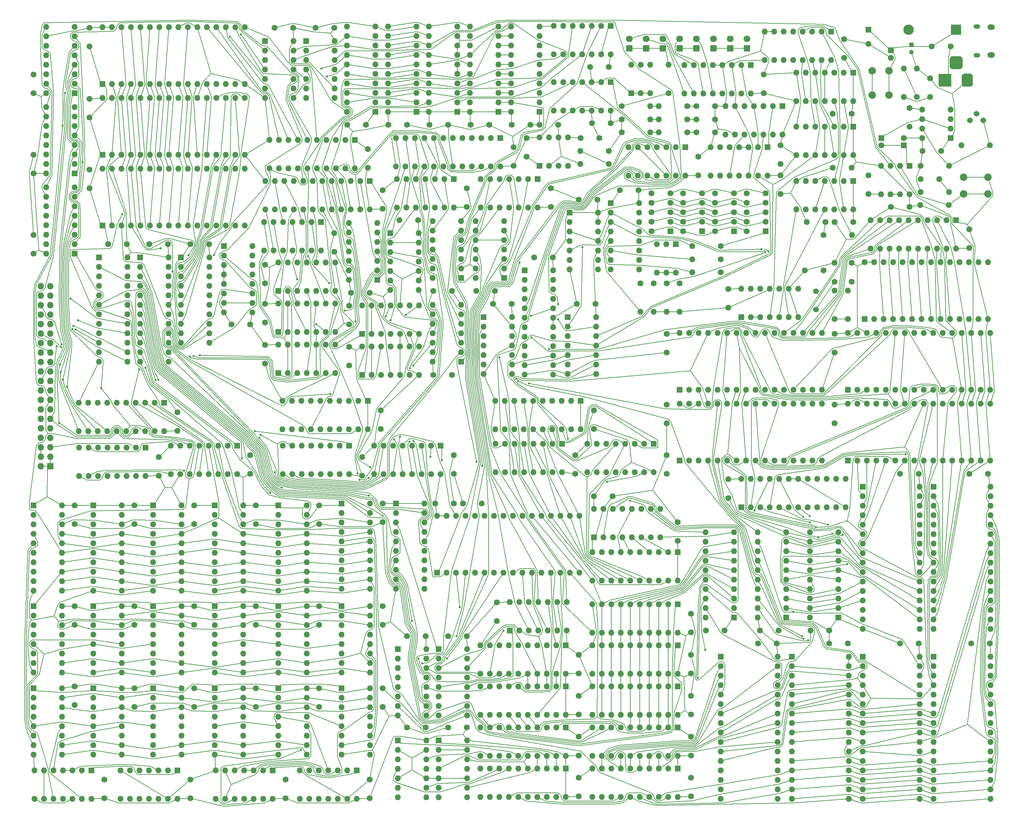
<source format=gbr>
G04 #@! TF.GenerationSoftware,KiCad,Pcbnew,(5.0.0-rc2-83-gda392728d)*
G04 #@! TF.CreationDate,2018-06-14T18:24:26+09:00*
G04 #@! TF.ProjectId,cpu,6370752E6B696361645F706362000000,rev?*
G04 #@! TF.SameCoordinates,Original*
G04 #@! TF.FileFunction,Copper,L2,Bot,Signal*
G04 #@! TF.FilePolarity,Positive*
%FSLAX46Y46*%
G04 Gerber Fmt 4.6, Leading zero omitted, Abs format (unit mm)*
G04 Created by KiCad (PCBNEW (5.0.0-rc2-83-gda392728d)) date 06/14/18 18:24:26*
%MOMM*%
%LPD*%
G01*
G04 APERTURE LIST*
G04 #@! TA.AperFunction,ComponentPad*
%ADD10C,1.600000*%
G04 #@! TD*
G04 #@! TA.AperFunction,ComponentPad*
%ADD11R,1.600000X1.600000*%
G04 #@! TD*
G04 #@! TA.AperFunction,ComponentPad*
%ADD12O,1.600000X1.600000*%
G04 #@! TD*
G04 #@! TA.AperFunction,ComponentPad*
%ADD13C,2.000000*%
G04 #@! TD*
G04 #@! TA.AperFunction,ComponentPad*
%ADD14C,1.500000*%
G04 #@! TD*
G04 #@! TA.AperFunction,ComponentPad*
%ADD15C,1.800000*%
G04 #@! TD*
G04 #@! TA.AperFunction,ComponentPad*
%ADD16R,1.800000X1.800000*%
G04 #@! TD*
G04 #@! TA.AperFunction,ComponentPad*
%ADD17O,2.000000X1.450000*%
G04 #@! TD*
G04 #@! TA.AperFunction,ComponentPad*
%ADD18O,1.800000X1.150000*%
G04 #@! TD*
G04 #@! TA.AperFunction,ComponentPad*
%ADD19R,2.800000X2.800000*%
G04 #@! TD*
G04 #@! TA.AperFunction,ComponentPad*
%ADD20O,2.800000X2.800000*%
G04 #@! TD*
G04 #@! TA.AperFunction,ComponentPad*
%ADD21R,1.727200X1.727200*%
G04 #@! TD*
G04 #@! TA.AperFunction,ComponentPad*
%ADD22O,1.727200X1.727200*%
G04 #@! TD*
G04 #@! TA.AperFunction,ComponentPad*
%ADD23C,1.524000*%
G04 #@! TD*
G04 #@! TA.AperFunction,ComponentPad*
%ADD24R,3.500000X3.500000*%
G04 #@! TD*
G04 #@! TA.AperFunction,Conductor*
%ADD25C,0.100000*%
G04 #@! TD*
G04 #@! TA.AperFunction,ComponentPad*
%ADD26C,3.000000*%
G04 #@! TD*
G04 #@! TA.AperFunction,ComponentPad*
%ADD27C,3.500000*%
G04 #@! TD*
G04 #@! TA.AperFunction,ComponentPad*
%ADD28R,1.200000X1.200000*%
G04 #@! TD*
G04 #@! TA.AperFunction,ComponentPad*
%ADD29C,1.200000*%
G04 #@! TD*
G04 #@! TA.AperFunction,ViaPad*
%ADD30C,0.600000*%
G04 #@! TD*
G04 #@! TA.AperFunction,Conductor*
%ADD31C,0.200000*%
G04 #@! TD*
G04 APERTURE END LIST*
D10*
G04 #@! TO.P,C83,2*
G04 #@! TO.N,VCC*
X240000000Y-167500000D03*
G04 #@! TO.P,C83,1*
G04 #@! TO.N,GND*
X235000000Y-167500000D03*
G04 #@! TD*
D11*
G04 #@! TO.P,U21-LM555,1*
G04 #@! TO.N,GND*
X138500000Y-39500000D03*
D12*
G04 #@! TO.P,U21-LM555,5*
G04 #@! TO.N,Net-(C29-Pad1)*
X146120000Y-31880000D03*
G04 #@! TO.P,U21-LM555,2*
G04 #@! TO.N,/Display/TR*
X141040000Y-39500000D03*
G04 #@! TO.P,U21-LM555,6*
X143580000Y-31880000D03*
G04 #@! TO.P,U21-LM555,3*
G04 #@! TO.N,/Display/DISP_CLK*
X143580000Y-39500000D03*
G04 #@! TO.P,U21-LM555,7*
G04 #@! TO.N,Net-(R31-Pad2)*
X141040000Y-31880000D03*
G04 #@! TO.P,U21-LM555,4*
G04 #@! TO.N,VCC*
X146120000Y-39500000D03*
G04 #@! TO.P,U21-LM555,8*
X138500000Y-31880000D03*
G04 #@! TD*
G04 #@! TO.P,R1,2*
G04 #@! TO.N,Net-(R1-Pad2)*
X248120000Y-39500000D03*
D10*
G04 #@! TO.P,R1,1*
G04 #@! TO.N,VCC*
X240500000Y-39500000D03*
G04 #@! TD*
G04 #@! TO.P,R3,1*
G04 #@! TO.N,Net-(R1-Pad2)*
X259000000Y-34000000D03*
D12*
G04 #@! TO.P,R3,2*
G04 #@! TO.N,/Clock/AC_TR*
X251380000Y-34000000D03*
G04 #@! TD*
D10*
G04 #@! TO.P,R4,1*
G04 #@! TO.N,VCC*
X160500000Y-30500000D03*
D12*
G04 #@! TO.P,R4,2*
G04 #@! TO.N,Net-(R4-Pad2)*
X168120000Y-30500000D03*
G04 #@! TD*
D10*
G04 #@! TO.P,R5,1*
G04 #@! TO.N,VCC*
X160500000Y-27000000D03*
D12*
G04 #@! TO.P,R5,2*
G04 #@! TO.N,Net-(R5-Pad2)*
X168120000Y-27000000D03*
G04 #@! TD*
D10*
G04 #@! TO.P,R6,1*
G04 #@! TO.N,Net-(C5-Pad2)*
X178000000Y-30500000D03*
D12*
G04 #@! TO.P,R6,2*
G04 #@! TO.N,Net-(R4-Pad2)*
X170380000Y-30500000D03*
G04 #@! TD*
G04 #@! TO.P,R7,2*
G04 #@! TO.N,Net-(R5-Pad2)*
X170380000Y-27000000D03*
D10*
G04 #@! TO.P,R7,1*
G04 #@! TO.N,Net-(C6-Pad2)*
X178000000Y-27000000D03*
G04 #@! TD*
G04 #@! TO.P,R8,1*
G04 #@! TO.N,Net-(C7-Pad2)*
X178000000Y-23500000D03*
D12*
G04 #@! TO.P,R8,2*
G04 #@! TO.N,Net-(R8-Pad2)*
X170380000Y-23500000D03*
G04 #@! TD*
G04 #@! TO.P,R9,2*
G04 #@! TO.N,Net-(R8-Pad2)*
X168120000Y-23500000D03*
D10*
G04 #@! TO.P,R9,1*
G04 #@! TO.N,VCC*
X160500000Y-23500000D03*
G04 #@! TD*
D12*
G04 #@! TO.P,R10,2*
G04 #@! TO.N,VCC*
X240380000Y-50000000D03*
D10*
G04 #@! TO.P,R10,1*
G04 #@! TO.N,Net-(R10-Pad1)*
X248000000Y-50000000D03*
G04 #@! TD*
G04 #@! TO.P,R11,1*
G04 #@! TO.N,VCC*
X240500000Y-46500000D03*
D12*
G04 #@! TO.P,R11,2*
G04 #@! TO.N,Net-(C11-Pad2)*
X248120000Y-46500000D03*
G04 #@! TD*
D10*
G04 #@! TO.P,R12,1*
G04 #@! TO.N,Net-(R12-Pad1)*
X221000000Y-80500000D03*
D12*
G04 #@! TO.P,R12,2*
G04 #@! TO.N,Net-(C12-Pad1)*
X221000000Y-72880000D03*
G04 #@! TD*
D10*
G04 #@! TO.P,R13,1*
G04 #@! TO.N,Net-(R12-Pad1)*
X217500000Y-80500000D03*
D12*
G04 #@! TO.P,R13,2*
G04 #@! TO.N,Net-(C13-Pad1)*
X217500000Y-72880000D03*
G04 #@! TD*
D11*
G04 #@! TO.P,SW1,1*
G04 #@! TO.N,GND*
X163000000Y-20000000D03*
D12*
G04 #@! TO.P,SW1,4*
G04 #@! TO.N,Net-(R8-Pad2)*
X168080000Y-12380000D03*
G04 #@! TO.P,SW1,2*
G04 #@! TO.N,GND*
X165540000Y-20000000D03*
G04 #@! TO.P,SW1,5*
G04 #@! TO.N,Net-(R5-Pad2)*
X165540000Y-12380000D03*
G04 #@! TO.P,SW1,3*
G04 #@! TO.N,GND*
X168080000Y-20000000D03*
G04 #@! TO.P,SW1,6*
G04 #@! TO.N,Net-(R4-Pad2)*
X163000000Y-12380000D03*
G04 #@! TD*
D13*
G04 #@! TO.P,SW2,2*
G04 #@! TO.N,Net-(R10-Pad1)*
X252000000Y-47000000D03*
G04 #@! TO.P,SW2,1*
G04 #@! TO.N,GND*
X252000000Y-42500000D03*
G04 #@! TO.P,SW2,2*
G04 #@! TO.N,Net-(R10-Pad1)*
X258500000Y-47000000D03*
G04 #@! TO.P,SW2,1*
G04 #@! TO.N,GND*
X258500000Y-42500000D03*
G04 #@! TD*
D11*
G04 #@! TO.P,U1-LM555,1*
G04 #@! TO.N,GND*
X248500000Y-32000000D03*
D12*
G04 #@! TO.P,U1-LM555,5*
G04 #@! TO.N,Net-(C4-Pad1)*
X240880000Y-24380000D03*
G04 #@! TO.P,U1-LM555,2*
G04 #@! TO.N,/Clock/AC_TR*
X248500000Y-29460000D03*
G04 #@! TO.P,U1-LM555,6*
X240880000Y-26920000D03*
G04 #@! TO.P,U1-LM555,3*
G04 #@! TO.N,/Clock/ADJ_CLK*
X248500000Y-26920000D03*
G04 #@! TO.P,U1-LM555,7*
G04 #@! TO.N,Net-(R1-Pad2)*
X240880000Y-29460000D03*
G04 #@! TO.P,U1-LM555,4*
G04 #@! TO.N,VCC*
X248500000Y-24380000D03*
G04 #@! TO.P,U1-LM555,8*
X240880000Y-32000000D03*
G04 #@! TD*
G04 #@! TO.P,U2-74HC14,14*
G04 #@! TO.N,VCC*
X203500000Y-31120000D03*
G04 #@! TO.P,U2-74HC14,7*
G04 #@! TO.N,GND*
X188260000Y-23500000D03*
G04 #@! TO.P,U2-74HC14,13*
G04 #@! TO.N,Net-(C114-Pad2)*
X200960000Y-31120000D03*
G04 #@! TO.P,U2-74HC14,6*
G04 #@! TO.N,/Clock/SEL2*
X190800000Y-23500000D03*
G04 #@! TO.P,U2-74HC14,12*
G04 #@! TO.N,Net-(U117-Pad12)*
X198420000Y-31120000D03*
G04 #@! TO.P,U2-74HC14,5*
G04 #@! TO.N,Net-(C7-Pad2)*
X193340000Y-23500000D03*
G04 #@! TO.P,U2-74HC14,11*
G04 #@! TO.N,Net-(C39-Pad1)*
X195880000Y-31120000D03*
G04 #@! TO.P,U2-74HC14,4*
G04 #@! TO.N,/Clock/SEL1*
X195880000Y-23500000D03*
G04 #@! TO.P,U2-74HC14,10*
G04 #@! TO.N,Net-(U2-Pad10)*
X193340000Y-31120000D03*
G04 #@! TO.P,U2-74HC14,3*
G04 #@! TO.N,Net-(C6-Pad2)*
X198420000Y-23500000D03*
G04 #@! TO.P,U2-74HC14,9*
G04 #@! TO.N,GND*
X190800000Y-31120000D03*
G04 #@! TO.P,U2-74HC14,2*
G04 #@! TO.N,/Clock/SEL0*
X200960000Y-23500000D03*
G04 #@! TO.P,U2-74HC14,8*
G04 #@! TO.N,Net-(U2-Pad8)*
X188260000Y-31120000D03*
D11*
G04 #@! TO.P,U2-74HC14,1*
G04 #@! TO.N,Net-(C5-Pad2)*
X203500000Y-23500000D03*
G04 #@! TD*
G04 #@! TO.P,U3-74151,1*
G04 #@! TO.N,/Clock/750KHZ_CLK*
X216500000Y-3500000D03*
D12*
G04 #@! TO.P,U3-74151,9*
G04 #@! TO.N,/Clock/SEL2*
X198720000Y-11120000D03*
G04 #@! TO.P,U3-74151,2*
G04 #@! TO.N,/Clock/375KHZ_CLK*
X213960000Y-3500000D03*
G04 #@! TO.P,U3-74151,10*
G04 #@! TO.N,/Clock/SEL1*
X201260000Y-11120000D03*
G04 #@! TO.P,U3-74151,3*
G04 #@! TO.N,/Clock/ADJ_CLK*
X211420000Y-3500000D03*
G04 #@! TO.P,U3-74151,11*
G04 #@! TO.N,/Clock/SEL0*
X203800000Y-11120000D03*
G04 #@! TO.P,U3-74151,4*
G04 #@! TO.N,/Clock/BTN_CLK*
X208880000Y-3500000D03*
G04 #@! TO.P,U3-74151,12*
G04 #@! TO.N,/Clock/12MHZ_CLK*
X206340000Y-11120000D03*
G04 #@! TO.P,U3-74151,5*
G04 #@! TO.N,/Clock/PRE_CLK*
X206340000Y-3500000D03*
G04 #@! TO.P,U3-74151,13*
G04 #@! TO.N,/Clock/6MHZ_CLK*
X208880000Y-11120000D03*
G04 #@! TO.P,U3-74151,6*
G04 #@! TO.N,Net-(U3-Pad6)*
X203800000Y-3500000D03*
G04 #@! TO.P,U3-74151,14*
G04 #@! TO.N,/Clock/3MHZ_CLK*
X211420000Y-11120000D03*
G04 #@! TO.P,U3-74151,7*
G04 #@! TO.N,GND*
X201260000Y-3500000D03*
G04 #@! TO.P,U3-74151,15*
G04 #@! TO.N,/Clock/1.5MHZ_CLK*
X213960000Y-11120000D03*
G04 #@! TO.P,U3-74151,8*
G04 #@! TO.N,GND*
X198720000Y-3500000D03*
G04 #@! TO.P,U3-74151,16*
G04 #@! TO.N,VCC*
X216500000Y-11120000D03*
G04 #@! TD*
G04 #@! TO.P,U4-LM555 - Button Clock,8*
G04 #@! TO.N,VCC*
X237500000Y-47120000D03*
G04 #@! TO.P,U4-LM555 - Button Clock,4*
X229880000Y-39500000D03*
G04 #@! TO.P,U4-LM555 - Button Clock,7*
G04 #@! TO.N,Net-(C11-Pad2)*
X234960000Y-47120000D03*
G04 #@! TO.P,U4-LM555 - Button Clock,3*
G04 #@! TO.N,/Clock/BTN_CLK*
X232420000Y-39500000D03*
G04 #@! TO.P,U4-LM555 - Button Clock,6*
G04 #@! TO.N,Net-(C11-Pad2)*
X232420000Y-47120000D03*
G04 #@! TO.P,U4-LM555 - Button Clock,2*
G04 #@! TO.N,Net-(R10-Pad1)*
X234960000Y-39500000D03*
G04 #@! TO.P,U4-LM555 - Button Clock,5*
G04 #@! TO.N,Net-(C8-Pad1)*
X229880000Y-47120000D03*
D11*
G04 #@! TO.P,U4-LM555 - Button Clock,1*
G04 #@! TO.N,GND*
X237500000Y-39500000D03*
G04 #@! TD*
D12*
G04 #@! TO.P,U5-74HC04,14*
G04 #@! TO.N,VCC*
X192500000Y-72380000D03*
G04 #@! TO.P,U5-74HC04,7*
G04 #@! TO.N,GND*
X207740000Y-80000000D03*
G04 #@! TO.P,U5-74HC04,13*
G04 #@! TO.N,/CLK*
X195040000Y-72380000D03*
G04 #@! TO.P,U5-74HC04,6*
G04 #@! TO.N,Net-(U35-Pad11)*
X205200000Y-80000000D03*
G04 #@! TO.P,U5-74HC04,12*
G04 #@! TO.N,/~CLK*
X197580000Y-72380000D03*
G04 #@! TO.P,U5-74HC04,5*
G04 #@! TO.N,Net-(U30-Pad6)*
X202660000Y-80000000D03*
G04 #@! TO.P,U5-74HC04,11*
G04 #@! TO.N,GND*
X200120000Y-72380000D03*
G04 #@! TO.P,U5-74HC04,4*
G04 #@! TO.N,/Clock/12MHZ_CLK*
X200120000Y-80000000D03*
G04 #@! TO.P,U5-74HC04,10*
G04 #@! TO.N,Net-(U5-Pad10)*
X202660000Y-72380000D03*
G04 #@! TO.P,U5-74HC04,3*
G04 #@! TO.N,Net-(R12-Pad1)*
X197580000Y-80000000D03*
G04 #@! TO.P,U5-74HC04,9*
G04 #@! TO.N,GND*
X205200000Y-72380000D03*
G04 #@! TO.P,U5-74HC04,2*
G04 #@! TO.N,Net-(R12-Pad1)*
X195040000Y-80000000D03*
G04 #@! TO.P,U5-74HC04,8*
G04 #@! TO.N,Net-(U5-Pad8)*
X207740000Y-72380000D03*
D11*
G04 #@! TO.P,U5-74HC04,1*
G04 #@! TO.N,Net-(C12-Pad1)*
X192500000Y-80000000D03*
G04 #@! TD*
D14*
G04 #@! TO.P,Y1,1*
G04 #@! TO.N,Net-(C12-Pad1)*
X212500000Y-78000000D03*
G04 #@! TO.P,Y1,2*
G04 #@! TO.N,Net-(C13-Pad1)*
X212500000Y-73120000D03*
G04 #@! TD*
D15*
G04 #@! TO.P,D1,2*
G04 #@! TO.N,Net-(D1-Pad2)*
X194000000Y-5460000D03*
D16*
G04 #@! TO.P,D1,1*
G04 #@! TO.N,Net-(D1-Pad1)*
X194000000Y-8000000D03*
G04 #@! TD*
G04 #@! TO.P,D2,1*
G04 #@! TO.N,Net-(D1-Pad1)*
X189500000Y-8000000D03*
D15*
G04 #@! TO.P,D2,2*
G04 #@! TO.N,Net-(D2-Pad2)*
X189500000Y-5460000D03*
G04 #@! TD*
G04 #@! TO.P,D3,2*
G04 #@! TO.N,Net-(D3-Pad2)*
X185000000Y-5460000D03*
D16*
G04 #@! TO.P,D3,1*
G04 #@! TO.N,Net-(D1-Pad1)*
X185000000Y-8000000D03*
G04 #@! TD*
G04 #@! TO.P,D4,1*
G04 #@! TO.N,Net-(D1-Pad1)*
X180500000Y-8000000D03*
D15*
G04 #@! TO.P,D4,2*
G04 #@! TO.N,Net-(D4-Pad2)*
X180500000Y-5460000D03*
G04 #@! TD*
G04 #@! TO.P,D5,2*
G04 #@! TO.N,Net-(D5-Pad2)*
X176000000Y-5460000D03*
D16*
G04 #@! TO.P,D5,1*
G04 #@! TO.N,Net-(D1-Pad1)*
X176000000Y-8000000D03*
G04 #@! TD*
D15*
G04 #@! TO.P,D6,2*
G04 #@! TO.N,Net-(D6-Pad2)*
X171500000Y-5460000D03*
D16*
G04 #@! TO.P,D6,1*
G04 #@! TO.N,Net-(D1-Pad1)*
X171500000Y-8000000D03*
G04 #@! TD*
G04 #@! TO.P,D7,1*
G04 #@! TO.N,Net-(D1-Pad1)*
X167000000Y-8000000D03*
D15*
G04 #@! TO.P,D7,2*
G04 #@! TO.N,Net-(D7-Pad2)*
X167000000Y-5460000D03*
G04 #@! TD*
D16*
G04 #@! TO.P,D8,1*
G04 #@! TO.N,Net-(D1-Pad1)*
X162500000Y-8000000D03*
D15*
G04 #@! TO.P,D8,2*
G04 #@! TO.N,Net-(D8-Pad2)*
X162500000Y-5460000D03*
G04 #@! TD*
D10*
G04 #@! TO.P,R14,1*
G04 #@! TO.N,VCC*
X173000000Y-20000000D03*
D12*
G04 #@! TO.P,R14,2*
G04 #@! TO.N,Net-(D1-Pad1)*
X173000000Y-12380000D03*
G04 #@! TD*
G04 #@! TO.P,U6-74LS138,16*
G04 #@! TO.N,VCC*
X195000000Y-20120000D03*
G04 #@! TO.P,U6-74LS138,8*
G04 #@! TO.N,GND*
X177220000Y-12500000D03*
G04 #@! TO.P,U6-74LS138,15*
G04 #@! TO.N,Net-(D1-Pad2)*
X192460000Y-20120000D03*
G04 #@! TO.P,U6-74LS138,7*
G04 #@! TO.N,Net-(D8-Pad2)*
X179760000Y-12500000D03*
G04 #@! TO.P,U6-74LS138,14*
G04 #@! TO.N,Net-(D2-Pad2)*
X189920000Y-20120000D03*
G04 #@! TO.P,U6-74LS138,6*
G04 #@! TO.N,VCC*
X182300000Y-12500000D03*
G04 #@! TO.P,U6-74LS138,13*
G04 #@! TO.N,Net-(D3-Pad2)*
X187380000Y-20120000D03*
G04 #@! TO.P,U6-74LS138,5*
G04 #@! TO.N,GND*
X184840000Y-12500000D03*
G04 #@! TO.P,U6-74LS138,12*
G04 #@! TO.N,Net-(D4-Pad2)*
X184840000Y-20120000D03*
G04 #@! TO.P,U6-74LS138,4*
G04 #@! TO.N,GND*
X187380000Y-12500000D03*
G04 #@! TO.P,U6-74LS138,11*
G04 #@! TO.N,Net-(D5-Pad2)*
X182300000Y-20120000D03*
G04 #@! TO.P,U6-74LS138,3*
G04 #@! TO.N,/Clock/SEL2*
X189920000Y-12500000D03*
G04 #@! TO.P,U6-74LS138,10*
G04 #@! TO.N,Net-(D6-Pad2)*
X179760000Y-20120000D03*
G04 #@! TO.P,U6-74LS138,2*
G04 #@! TO.N,/Clock/SEL1*
X192460000Y-12500000D03*
G04 #@! TO.P,U6-74LS138,9*
G04 #@! TO.N,Net-(D7-Pad2)*
X177220000Y-20120000D03*
D11*
G04 #@! TO.P,U6-74LS138,1*
G04 #@! TO.N,/Clock/SEL0*
X195000000Y-12500000D03*
G04 #@! TD*
D10*
G04 #@! TO.P,R15,1*
G04 #@! TO.N,Net-(R15-Pad1)*
X239500000Y-21000000D03*
D12*
G04 #@! TO.P,R15,2*
G04 #@! TO.N,GND*
X239500000Y-13380000D03*
G04 #@! TD*
G04 #@! TO.P,R16,2*
G04 #@! TO.N,Net-(R15-Pad1)*
X236000000Y-13380000D03*
D10*
G04 #@! TO.P,R16,1*
G04 #@! TO.N,Net-(C114-Pad2)*
X236000000Y-21000000D03*
G04 #@! TD*
D11*
G04 #@! TO.P,U7-74HC245,1*
G04 #@! TO.N,VCC*
X116500000Y-25000000D03*
D12*
G04 #@! TO.P,U7-74HC245,11*
G04 #@! TO.N,/BUS7*
X108880000Y-2140000D03*
G04 #@! TO.P,U7-74HC245,2*
G04 #@! TO.N,/INTERRUPT_ENABLE_FLAG*
X116500000Y-22460000D03*
G04 #@! TO.P,U7-74HC245,12*
G04 #@! TO.N,/BUS6*
X108880000Y-4680000D03*
G04 #@! TO.P,U7-74HC245,3*
G04 #@! TO.N,/Status/Control Register/CARRY_FLAG*
X116500000Y-19920000D03*
G04 #@! TO.P,U7-74HC245,13*
G04 #@! TO.N,/BUS5*
X108880000Y-7220000D03*
G04 #@! TO.P,U7-74HC245,4*
G04 #@! TO.N,/Status/Control Register/ZERO_FLAG*
X116500000Y-17380000D03*
G04 #@! TO.P,U7-74HC245,14*
G04 #@! TO.N,/BUS4*
X108880000Y-9760000D03*
G04 #@! TO.P,U7-74HC245,5*
G04 #@! TO.N,GND*
X116500000Y-14840000D03*
G04 #@! TO.P,U7-74HC245,15*
G04 #@! TO.N,/BUS3*
X108880000Y-12300000D03*
G04 #@! TO.P,U7-74HC245,6*
G04 #@! TO.N,GND*
X116500000Y-12300000D03*
G04 #@! TO.P,U7-74HC245,16*
G04 #@! TO.N,/BUS2*
X108880000Y-14840000D03*
G04 #@! TO.P,U7-74HC245,7*
G04 #@! TO.N,GND*
X116500000Y-9760000D03*
G04 #@! TO.P,U7-74HC245,17*
G04 #@! TO.N,/BUS1*
X108880000Y-17380000D03*
G04 #@! TO.P,U7-74HC245,8*
G04 #@! TO.N,GND*
X116500000Y-7220000D03*
G04 #@! TO.P,U7-74HC245,18*
G04 #@! TO.N,/BUS0*
X108880000Y-19920000D03*
G04 #@! TO.P,U7-74HC245,9*
G04 #@! TO.N,GND*
X116500000Y-4680000D03*
G04 #@! TO.P,U7-74HC245,19*
G04 #@! TO.N,/~STATUS_OUT_NCLK*
X108880000Y-22460000D03*
G04 #@! TO.P,U7-74HC245,10*
G04 #@! TO.N,GND*
X116500000Y-2140000D03*
G04 #@! TO.P,U7-74HC245,20*
G04 #@! TO.N,VCC*
X108880000Y-25000000D03*
G04 #@! TD*
D11*
G04 #@! TO.P,U8-74HCT574,1*
G04 #@! TO.N,GND*
X145500000Y-168000000D03*
D12*
G04 #@! TO.P,U8-74HCT574,11*
G04 #@! TO.N,/A_IN_CLK*
X122640000Y-175620000D03*
G04 #@! TO.P,U8-74HCT574,2*
G04 #@! TO.N,/BUS0*
X142960000Y-168000000D03*
G04 #@! TO.P,U8-74HCT574,12*
G04 #@! TO.N,/A7*
X125180000Y-175620000D03*
G04 #@! TO.P,U8-74HCT574,3*
G04 #@! TO.N,/BUS1*
X140420000Y-168000000D03*
G04 #@! TO.P,U8-74HCT574,13*
G04 #@! TO.N,/A6*
X127720000Y-175620000D03*
G04 #@! TO.P,U8-74HCT574,4*
G04 #@! TO.N,/BUS2*
X137880000Y-168000000D03*
G04 #@! TO.P,U8-74HCT574,14*
G04 #@! TO.N,/A5*
X130260000Y-175620000D03*
G04 #@! TO.P,U8-74HCT574,5*
G04 #@! TO.N,/BUS3*
X135340000Y-168000000D03*
G04 #@! TO.P,U8-74HCT574,15*
G04 #@! TO.N,/A4*
X132800000Y-175620000D03*
G04 #@! TO.P,U8-74HCT574,6*
G04 #@! TO.N,/BUS4*
X132800000Y-168000000D03*
G04 #@! TO.P,U8-74HCT574,16*
G04 #@! TO.N,/A3*
X135340000Y-175620000D03*
G04 #@! TO.P,U8-74HCT574,7*
G04 #@! TO.N,/BUS5*
X130260000Y-168000000D03*
G04 #@! TO.P,U8-74HCT574,17*
G04 #@! TO.N,/A2*
X137880000Y-175620000D03*
G04 #@! TO.P,U8-74HCT574,8*
G04 #@! TO.N,/BUS6*
X127720000Y-168000000D03*
G04 #@! TO.P,U8-74HCT574,18*
G04 #@! TO.N,/A1*
X140420000Y-175620000D03*
G04 #@! TO.P,U8-74HCT574,9*
G04 #@! TO.N,/BUS7*
X125180000Y-168000000D03*
G04 #@! TO.P,U8-74HCT574,19*
G04 #@! TO.N,/A0*
X142960000Y-175620000D03*
G04 #@! TO.P,U8-74HCT574,10*
G04 #@! TO.N,GND*
X122640000Y-168000000D03*
G04 #@! TO.P,U8-74HCT574,20*
G04 #@! TO.N,VCC*
X145500000Y-175620000D03*
G04 #@! TD*
G04 #@! TO.P,U10-74HCT574,20*
G04 #@! TO.N,VCC*
X145500000Y-197620000D03*
G04 #@! TO.P,U10-74HCT574,10*
G04 #@! TO.N,GND*
X122640000Y-190000000D03*
G04 #@! TO.P,U10-74HCT574,19*
G04 #@! TO.N,/B0*
X142960000Y-197620000D03*
G04 #@! TO.P,U10-74HCT574,9*
G04 #@! TO.N,/BUS7*
X125180000Y-190000000D03*
G04 #@! TO.P,U10-74HCT574,18*
G04 #@! TO.N,/B1*
X140420000Y-197620000D03*
G04 #@! TO.P,U10-74HCT574,8*
G04 #@! TO.N,/BUS6*
X127720000Y-190000000D03*
G04 #@! TO.P,U10-74HCT574,17*
G04 #@! TO.N,/B2*
X137880000Y-197620000D03*
G04 #@! TO.P,U10-74HCT574,7*
G04 #@! TO.N,/BUS5*
X130260000Y-190000000D03*
G04 #@! TO.P,U10-74HCT574,16*
G04 #@! TO.N,/B3*
X135340000Y-197620000D03*
G04 #@! TO.P,U10-74HCT574,6*
G04 #@! TO.N,/BUS4*
X132800000Y-190000000D03*
G04 #@! TO.P,U10-74HCT574,15*
G04 #@! TO.N,/B4*
X132800000Y-197620000D03*
G04 #@! TO.P,U10-74HCT574,5*
G04 #@! TO.N,/BUS3*
X135340000Y-190000000D03*
G04 #@! TO.P,U10-74HCT574,14*
G04 #@! TO.N,/B5*
X130260000Y-197620000D03*
G04 #@! TO.P,U10-74HCT574,4*
G04 #@! TO.N,/BUS2*
X137880000Y-190000000D03*
G04 #@! TO.P,U10-74HCT574,13*
G04 #@! TO.N,/B6*
X127720000Y-197620000D03*
G04 #@! TO.P,U10-74HCT574,3*
G04 #@! TO.N,/BUS1*
X140420000Y-190000000D03*
G04 #@! TO.P,U10-74HCT574,12*
G04 #@! TO.N,/B7*
X125180000Y-197620000D03*
G04 #@! TO.P,U10-74HCT574,2*
G04 #@! TO.N,/BUS0*
X142960000Y-190000000D03*
G04 #@! TO.P,U10-74HCT574,11*
G04 #@! TO.N,/B_IN_CLK*
X122640000Y-197620000D03*
D11*
G04 #@! TO.P,U10-74HCT574,1*
G04 #@! TO.N,GND*
X145500000Y-190000000D03*
G04 #@! TD*
D12*
G04 #@! TO.P,U12-74HCT574,20*
G04 #@! TO.N,VCC*
X175500000Y-164620000D03*
G04 #@! TO.P,U12-74HCT574,10*
G04 #@! TO.N,GND*
X152640000Y-157000000D03*
G04 #@! TO.P,U12-74HCT574,19*
G04 #@! TO.N,/BUS0*
X172960000Y-164620000D03*
G04 #@! TO.P,U12-74HCT574,9*
G04 #@! TO.N,/BUS7*
X155180000Y-157000000D03*
G04 #@! TO.P,U12-74HCT574,18*
G04 #@! TO.N,/BUS1*
X170420000Y-164620000D03*
G04 #@! TO.P,U12-74HCT574,8*
G04 #@! TO.N,/BUS6*
X157720000Y-157000000D03*
G04 #@! TO.P,U12-74HCT574,17*
G04 #@! TO.N,/BUS2*
X167880000Y-164620000D03*
G04 #@! TO.P,U12-74HCT574,7*
G04 #@! TO.N,/BUS5*
X160260000Y-157000000D03*
G04 #@! TO.P,U12-74HCT574,16*
G04 #@! TO.N,/BUS3*
X165340000Y-164620000D03*
G04 #@! TO.P,U12-74HCT574,6*
G04 #@! TO.N,/BUS4*
X162800000Y-157000000D03*
G04 #@! TO.P,U12-74HCT574,15*
X162800000Y-164620000D03*
G04 #@! TO.P,U12-74HCT574,5*
G04 #@! TO.N,/BUS3*
X165340000Y-157000000D03*
G04 #@! TO.P,U12-74HCT574,14*
G04 #@! TO.N,/BUS5*
X160260000Y-164620000D03*
G04 #@! TO.P,U12-74HCT574,4*
G04 #@! TO.N,/BUS2*
X167880000Y-157000000D03*
G04 #@! TO.P,U12-74HCT574,13*
G04 #@! TO.N,/BUS6*
X157720000Y-164620000D03*
G04 #@! TO.P,U12-74HCT574,3*
G04 #@! TO.N,/BUS1*
X170420000Y-157000000D03*
G04 #@! TO.P,U12-74HCT574,12*
G04 #@! TO.N,/BUS7*
X155180000Y-164620000D03*
G04 #@! TO.P,U12-74HCT574,2*
G04 #@! TO.N,/BUS0*
X172960000Y-157000000D03*
G04 #@! TO.P,U12-74HCT574,11*
G04 #@! TO.N,/M0_IN_CLK*
X152640000Y-164620000D03*
D11*
G04 #@! TO.P,U12-74HCT574,1*
G04 #@! TO.N,/~M0_OUT_NCLK*
X175500000Y-157000000D03*
G04 #@! TD*
G04 #@! TO.P,U14-74HCT574,1*
G04 #@! TO.N,/~M1_OUT_NCLK*
X175500000Y-168000000D03*
D12*
G04 #@! TO.P,U14-74HCT574,11*
G04 #@! TO.N,/M1_IN_CLK*
X152640000Y-175620000D03*
G04 #@! TO.P,U14-74HCT574,2*
G04 #@! TO.N,/BUS0*
X172960000Y-168000000D03*
G04 #@! TO.P,U14-74HCT574,12*
G04 #@! TO.N,/BUS7*
X155180000Y-175620000D03*
G04 #@! TO.P,U14-74HCT574,3*
G04 #@! TO.N,/BUS1*
X170420000Y-168000000D03*
G04 #@! TO.P,U14-74HCT574,13*
G04 #@! TO.N,/BUS6*
X157720000Y-175620000D03*
G04 #@! TO.P,U14-74HCT574,4*
G04 #@! TO.N,/BUS2*
X167880000Y-168000000D03*
G04 #@! TO.P,U14-74HCT574,14*
G04 #@! TO.N,/BUS5*
X160260000Y-175620000D03*
G04 #@! TO.P,U14-74HCT574,5*
G04 #@! TO.N,/BUS3*
X165340000Y-168000000D03*
G04 #@! TO.P,U14-74HCT574,15*
G04 #@! TO.N,/BUS4*
X162800000Y-175620000D03*
G04 #@! TO.P,U14-74HCT574,6*
X162800000Y-168000000D03*
G04 #@! TO.P,U14-74HCT574,16*
G04 #@! TO.N,/BUS3*
X165340000Y-175620000D03*
G04 #@! TO.P,U14-74HCT574,7*
G04 #@! TO.N,/BUS5*
X160260000Y-168000000D03*
G04 #@! TO.P,U14-74HCT574,17*
G04 #@! TO.N,/BUS2*
X167880000Y-175620000D03*
G04 #@! TO.P,U14-74HCT574,8*
G04 #@! TO.N,/BUS6*
X157720000Y-168000000D03*
G04 #@! TO.P,U14-74HCT574,18*
G04 #@! TO.N,/BUS1*
X170420000Y-175620000D03*
G04 #@! TO.P,U14-74HCT574,9*
G04 #@! TO.N,/BUS7*
X155180000Y-168000000D03*
G04 #@! TO.P,U14-74HCT574,19*
G04 #@! TO.N,/BUS0*
X172960000Y-175620000D03*
G04 #@! TO.P,U14-74HCT574,10*
G04 #@! TO.N,GND*
X152640000Y-168000000D03*
G04 #@! TO.P,U14-74HCT574,20*
G04 #@! TO.N,VCC*
X175500000Y-175620000D03*
G04 #@! TD*
D11*
G04 #@! TO.P,U16-74HCT574,1*
G04 #@! TO.N,/~M2_OUT_NCLK*
X175500000Y-179000000D03*
D12*
G04 #@! TO.P,U16-74HCT574,11*
G04 #@! TO.N,/M2_IN_CLK*
X152640000Y-186620000D03*
G04 #@! TO.P,U16-74HCT574,2*
G04 #@! TO.N,/BUS0*
X172960000Y-179000000D03*
G04 #@! TO.P,U16-74HCT574,12*
G04 #@! TO.N,/BUS7*
X155180000Y-186620000D03*
G04 #@! TO.P,U16-74HCT574,3*
G04 #@! TO.N,/BUS1*
X170420000Y-179000000D03*
G04 #@! TO.P,U16-74HCT574,13*
G04 #@! TO.N,/BUS6*
X157720000Y-186620000D03*
G04 #@! TO.P,U16-74HCT574,4*
G04 #@! TO.N,/BUS2*
X167880000Y-179000000D03*
G04 #@! TO.P,U16-74HCT574,14*
G04 #@! TO.N,/BUS5*
X160260000Y-186620000D03*
G04 #@! TO.P,U16-74HCT574,5*
G04 #@! TO.N,/BUS3*
X165340000Y-179000000D03*
G04 #@! TO.P,U16-74HCT574,15*
G04 #@! TO.N,/BUS4*
X162800000Y-186620000D03*
G04 #@! TO.P,U16-74HCT574,6*
X162800000Y-179000000D03*
G04 #@! TO.P,U16-74HCT574,16*
G04 #@! TO.N,/BUS3*
X165340000Y-186620000D03*
G04 #@! TO.P,U16-74HCT574,7*
G04 #@! TO.N,/BUS5*
X160260000Y-179000000D03*
G04 #@! TO.P,U16-74HCT574,17*
G04 #@! TO.N,/BUS2*
X167880000Y-186620000D03*
G04 #@! TO.P,U16-74HCT574,8*
G04 #@! TO.N,/BUS6*
X157720000Y-179000000D03*
G04 #@! TO.P,U16-74HCT574,18*
G04 #@! TO.N,/BUS1*
X170420000Y-186620000D03*
G04 #@! TO.P,U16-74HCT574,9*
G04 #@! TO.N,/BUS7*
X155180000Y-179000000D03*
G04 #@! TO.P,U16-74HCT574,19*
G04 #@! TO.N,/BUS0*
X172960000Y-186620000D03*
G04 #@! TO.P,U16-74HCT574,10*
G04 #@! TO.N,GND*
X152640000Y-179000000D03*
G04 #@! TO.P,U16-74HCT574,20*
G04 #@! TO.N,VCC*
X175500000Y-186620000D03*
G04 #@! TD*
D17*
G04 #@! TO.P,J1,6*
G04 #@! TO.N,N/C*
X259350000Y-2275000D03*
X259350000Y-9725000D03*
D18*
X255550000Y-2125000D03*
X255550000Y-9875000D03*
G04 #@! TD*
D11*
G04 #@! TO.P,U18-74HCT574,1*
G04 #@! TO.N,GND*
X175500000Y-190000000D03*
D12*
G04 #@! TO.P,U18-74HCT574,11*
G04 #@! TO.N,/TASK_IN_CLK*
X152640000Y-197620000D03*
G04 #@! TO.P,U18-74HCT574,2*
G04 #@! TO.N,/BUS0*
X172960000Y-190000000D03*
G04 #@! TO.P,U18-74HCT574,12*
G04 #@! TO.N,/TASK7*
X155180000Y-197620000D03*
G04 #@! TO.P,U18-74HCT574,3*
G04 #@! TO.N,/BUS1*
X170420000Y-190000000D03*
G04 #@! TO.P,U18-74HCT574,13*
G04 #@! TO.N,/TASK6*
X157720000Y-197620000D03*
G04 #@! TO.P,U18-74HCT574,4*
G04 #@! TO.N,/BUS2*
X167880000Y-190000000D03*
G04 #@! TO.P,U18-74HCT574,14*
G04 #@! TO.N,/TASK5*
X160260000Y-197620000D03*
G04 #@! TO.P,U18-74HCT574,5*
G04 #@! TO.N,/BUS3*
X165340000Y-190000000D03*
G04 #@! TO.P,U18-74HCT574,15*
G04 #@! TO.N,/TASK4*
X162800000Y-197620000D03*
G04 #@! TO.P,U18-74HCT574,6*
G04 #@! TO.N,/BUS4*
X162800000Y-190000000D03*
G04 #@! TO.P,U18-74HCT574,16*
G04 #@! TO.N,/TASK3*
X165340000Y-197620000D03*
G04 #@! TO.P,U18-74HCT574,7*
G04 #@! TO.N,/BUS5*
X160260000Y-190000000D03*
G04 #@! TO.P,U18-74HCT574,17*
G04 #@! TO.N,/TASK2*
X167880000Y-197620000D03*
G04 #@! TO.P,U18-74HCT574,8*
G04 #@! TO.N,/BUS6*
X157720000Y-190000000D03*
G04 #@! TO.P,U18-74HCT574,18*
G04 #@! TO.N,/TASK1*
X170420000Y-197620000D03*
G04 #@! TO.P,U18-74HCT574,9*
G04 #@! TO.N,/BUS7*
X155180000Y-190000000D03*
G04 #@! TO.P,U18-74HCT574,19*
G04 #@! TO.N,/TASK0*
X172960000Y-197620000D03*
G04 #@! TO.P,U18-74HCT574,10*
G04 #@! TO.N,GND*
X152640000Y-190000000D03*
G04 #@! TO.P,U18-74HCT574,20*
G04 #@! TO.N,VCC*
X175500000Y-197620000D03*
G04 #@! TD*
G04 #@! TO.P,U9-74HC245,20*
G04 #@! TO.N,VCC*
X145500000Y-186620000D03*
G04 #@! TO.P,U9-74HC245,10*
G04 #@! TO.N,GND*
X122640000Y-179000000D03*
G04 #@! TO.P,U9-74HC245,19*
G04 #@! TO.N,/~A_OUT_NCLK*
X142960000Y-186620000D03*
G04 #@! TO.P,U9-74HC245,9*
G04 #@! TO.N,/A7*
X125180000Y-179000000D03*
G04 #@! TO.P,U9-74HC245,18*
G04 #@! TO.N,/BUS0*
X140420000Y-186620000D03*
G04 #@! TO.P,U9-74HC245,8*
G04 #@! TO.N,/A6*
X127720000Y-179000000D03*
G04 #@! TO.P,U9-74HC245,17*
G04 #@! TO.N,/BUS1*
X137880000Y-186620000D03*
G04 #@! TO.P,U9-74HC245,7*
G04 #@! TO.N,/A5*
X130260000Y-179000000D03*
G04 #@! TO.P,U9-74HC245,16*
G04 #@! TO.N,/BUS2*
X135340000Y-186620000D03*
G04 #@! TO.P,U9-74HC245,6*
G04 #@! TO.N,/A4*
X132800000Y-179000000D03*
G04 #@! TO.P,U9-74HC245,15*
G04 #@! TO.N,/BUS3*
X132800000Y-186620000D03*
G04 #@! TO.P,U9-74HC245,5*
G04 #@! TO.N,/A3*
X135340000Y-179000000D03*
G04 #@! TO.P,U9-74HC245,14*
G04 #@! TO.N,/BUS4*
X130260000Y-186620000D03*
G04 #@! TO.P,U9-74HC245,4*
G04 #@! TO.N,/A2*
X137880000Y-179000000D03*
G04 #@! TO.P,U9-74HC245,13*
G04 #@! TO.N,/BUS5*
X127720000Y-186620000D03*
G04 #@! TO.P,U9-74HC245,3*
G04 #@! TO.N,/A1*
X140420000Y-179000000D03*
G04 #@! TO.P,U9-74HC245,12*
G04 #@! TO.N,/BUS6*
X125180000Y-186620000D03*
G04 #@! TO.P,U9-74HC245,2*
G04 #@! TO.N,/A0*
X142960000Y-179000000D03*
G04 #@! TO.P,U9-74HC245,11*
G04 #@! TO.N,/BUS7*
X122640000Y-186620000D03*
D11*
G04 #@! TO.P,U9-74HC245,1*
G04 #@! TO.N,VCC*
X145500000Y-179000000D03*
G04 #@! TD*
G04 #@! TO.P,U11-74HC245,1*
G04 #@! TO.N,VCC*
X145500000Y-201000000D03*
D12*
G04 #@! TO.P,U11-74HC245,11*
G04 #@! TO.N,/BUS7*
X122640000Y-208620000D03*
G04 #@! TO.P,U11-74HC245,2*
G04 #@! TO.N,/B0*
X142960000Y-201000000D03*
G04 #@! TO.P,U11-74HC245,12*
G04 #@! TO.N,/BUS6*
X125180000Y-208620000D03*
G04 #@! TO.P,U11-74HC245,3*
G04 #@! TO.N,/B1*
X140420000Y-201000000D03*
G04 #@! TO.P,U11-74HC245,13*
G04 #@! TO.N,/BUS5*
X127720000Y-208620000D03*
G04 #@! TO.P,U11-74HC245,4*
G04 #@! TO.N,/B2*
X137880000Y-201000000D03*
G04 #@! TO.P,U11-74HC245,14*
G04 #@! TO.N,/BUS4*
X130260000Y-208620000D03*
G04 #@! TO.P,U11-74HC245,5*
G04 #@! TO.N,/B3*
X135340000Y-201000000D03*
G04 #@! TO.P,U11-74HC245,15*
G04 #@! TO.N,/BUS3*
X132800000Y-208620000D03*
G04 #@! TO.P,U11-74HC245,6*
G04 #@! TO.N,/B4*
X132800000Y-201000000D03*
G04 #@! TO.P,U11-74HC245,16*
G04 #@! TO.N,/BUS2*
X135340000Y-208620000D03*
G04 #@! TO.P,U11-74HC245,7*
G04 #@! TO.N,/B5*
X130260000Y-201000000D03*
G04 #@! TO.P,U11-74HC245,17*
G04 #@! TO.N,/BUS1*
X137880000Y-208620000D03*
G04 #@! TO.P,U11-74HC245,8*
G04 #@! TO.N,/B6*
X127720000Y-201000000D03*
G04 #@! TO.P,U11-74HC245,18*
G04 #@! TO.N,/BUS0*
X140420000Y-208620000D03*
G04 #@! TO.P,U11-74HC245,9*
G04 #@! TO.N,/B7*
X125180000Y-201000000D03*
G04 #@! TO.P,U11-74HC245,19*
G04 #@! TO.N,/~B_OUT_NCLK*
X142960000Y-208620000D03*
G04 #@! TO.P,U11-74HC245,10*
G04 #@! TO.N,GND*
X122640000Y-201000000D03*
G04 #@! TO.P,U11-74HC245,20*
G04 #@! TO.N,VCC*
X145500000Y-208620000D03*
G04 #@! TD*
D11*
G04 #@! TO.P,U13-74HC86,1*
G04 #@! TO.N,/B0*
X111500000Y-193500000D03*
D12*
G04 #@! TO.P,U13-74HC86,8*
G04 #@! TO.N,Net-(U13-Pad8)*
X119120000Y-208740000D03*
G04 #@! TO.P,U13-74HC86,2*
G04 #@! TO.N,/SUB_NCLK*
X111500000Y-196040000D03*
G04 #@! TO.P,U13-74HC86,9*
G04 #@! TO.N,/B2*
X119120000Y-206200000D03*
G04 #@! TO.P,U13-74HC86,3*
G04 #@! TO.N,Net-(U13-Pad3)*
X111500000Y-198580000D03*
G04 #@! TO.P,U13-74HC86,10*
G04 #@! TO.N,/SUB_NCLK*
X119120000Y-203660000D03*
G04 #@! TO.P,U13-74HC86,4*
G04 #@! TO.N,/B1*
X111500000Y-201120000D03*
G04 #@! TO.P,U13-74HC86,11*
G04 #@! TO.N,Net-(U13-Pad11)*
X119120000Y-201120000D03*
G04 #@! TO.P,U13-74HC86,5*
G04 #@! TO.N,/SUB_NCLK*
X111500000Y-203660000D03*
G04 #@! TO.P,U13-74HC86,12*
G04 #@! TO.N,/B3*
X119120000Y-198580000D03*
G04 #@! TO.P,U13-74HC86,6*
G04 #@! TO.N,Net-(U13-Pad6)*
X111500000Y-206200000D03*
G04 #@! TO.P,U13-74HC86,13*
G04 #@! TO.N,/SUB_NCLK*
X119120000Y-196040000D03*
G04 #@! TO.P,U13-74HC86,7*
G04 #@! TO.N,GND*
X111500000Y-208740000D03*
G04 #@! TO.P,U13-74HC86,14*
G04 #@! TO.N,VCC*
X119120000Y-193500000D03*
G04 #@! TD*
D11*
G04 #@! TO.P,U15-74HC86,1*
G04 #@! TO.N,/B4*
X100500000Y-193500000D03*
D12*
G04 #@! TO.P,U15-74HC86,8*
G04 #@! TO.N,Net-(U15-Pad8)*
X108120000Y-208740000D03*
G04 #@! TO.P,U15-74HC86,2*
G04 #@! TO.N,/SUB_NCLK*
X100500000Y-196040000D03*
G04 #@! TO.P,U15-74HC86,9*
G04 #@! TO.N,/B6*
X108120000Y-206200000D03*
G04 #@! TO.P,U15-74HC86,3*
G04 #@! TO.N,Net-(U15-Pad3)*
X100500000Y-198580000D03*
G04 #@! TO.P,U15-74HC86,10*
G04 #@! TO.N,/SUB_NCLK*
X108120000Y-203660000D03*
G04 #@! TO.P,U15-74HC86,4*
G04 #@! TO.N,/B5*
X100500000Y-201120000D03*
G04 #@! TO.P,U15-74HC86,11*
G04 #@! TO.N,Net-(U15-Pad11)*
X108120000Y-201120000D03*
G04 #@! TO.P,U15-74HC86,5*
G04 #@! TO.N,/SUB_NCLK*
X100500000Y-203660000D03*
G04 #@! TO.P,U15-74HC86,12*
G04 #@! TO.N,/B7*
X108120000Y-198580000D03*
G04 #@! TO.P,U15-74HC86,6*
G04 #@! TO.N,Net-(U15-Pad6)*
X100500000Y-206200000D03*
G04 #@! TO.P,U15-74HC86,13*
G04 #@! TO.N,/SUB_NCLK*
X108120000Y-196040000D03*
G04 #@! TO.P,U15-74HC86,7*
G04 #@! TO.N,GND*
X100500000Y-208740000D03*
G04 #@! TO.P,U15-74HC86,14*
G04 #@! TO.N,VCC*
X108120000Y-193500000D03*
G04 #@! TD*
G04 #@! TO.P,U17-74LS283,16*
G04 #@! TO.N,VCC*
X119120000Y-169000000D03*
G04 #@! TO.P,U17-74LS283,8*
G04 #@! TO.N,GND*
X111500000Y-186780000D03*
G04 #@! TO.P,U17-74LS283,15*
G04 #@! TO.N,Net-(U13-Pad8)*
X119120000Y-171540000D03*
G04 #@! TO.P,U17-74LS283,7*
G04 #@! TO.N,/SUB_NCLK*
X111500000Y-184240000D03*
G04 #@! TO.P,U17-74LS283,14*
G04 #@! TO.N,/A2*
X119120000Y-174080000D03*
G04 #@! TO.P,U17-74LS283,6*
G04 #@! TO.N,Net-(U13-Pad3)*
X111500000Y-181700000D03*
G04 #@! TO.P,U17-74LS283,13*
G04 #@! TO.N,Net-(U17-Pad13)*
X119120000Y-176620000D03*
G04 #@! TO.P,U17-74LS283,5*
G04 #@! TO.N,/A0*
X111500000Y-179160000D03*
G04 #@! TO.P,U17-74LS283,12*
G04 #@! TO.N,/A3*
X119120000Y-179160000D03*
G04 #@! TO.P,U17-74LS283,4*
G04 #@! TO.N,Net-(U17-Pad4)*
X111500000Y-176620000D03*
G04 #@! TO.P,U17-74LS283,11*
G04 #@! TO.N,Net-(U13-Pad11)*
X119120000Y-181700000D03*
G04 #@! TO.P,U17-74LS283,3*
G04 #@! TO.N,/A1*
X111500000Y-174080000D03*
G04 #@! TO.P,U17-74LS283,10*
G04 #@! TO.N,Net-(U17-Pad10)*
X119120000Y-184240000D03*
G04 #@! TO.P,U17-74LS283,2*
G04 #@! TO.N,Net-(U13-Pad6)*
X111500000Y-171540000D03*
G04 #@! TO.P,U17-74LS283,9*
G04 #@! TO.N,Net-(U17-Pad9)*
X119120000Y-186780000D03*
D11*
G04 #@! TO.P,U17-74LS283,1*
G04 #@! TO.N,Net-(U17-Pad1)*
X111500000Y-169000000D03*
G04 #@! TD*
G04 #@! TO.P,U19-74LS283,1*
G04 #@! TO.N,Net-(U19-Pad1)*
X100500000Y-169000000D03*
D12*
G04 #@! TO.P,U19-74LS283,9*
G04 #@! TO.N,/CARRY*
X108120000Y-186780000D03*
G04 #@! TO.P,U19-74LS283,2*
G04 #@! TO.N,Net-(U15-Pad6)*
X100500000Y-171540000D03*
G04 #@! TO.P,U19-74LS283,10*
G04 #@! TO.N,Net-(U19-Pad10)*
X108120000Y-184240000D03*
G04 #@! TO.P,U19-74LS283,3*
G04 #@! TO.N,/A5*
X100500000Y-174080000D03*
G04 #@! TO.P,U19-74LS283,11*
G04 #@! TO.N,Net-(U15-Pad11)*
X108120000Y-181700000D03*
G04 #@! TO.P,U19-74LS283,4*
G04 #@! TO.N,Net-(U19-Pad4)*
X100500000Y-176620000D03*
G04 #@! TO.P,U19-74LS283,12*
G04 #@! TO.N,/A7*
X108120000Y-179160000D03*
G04 #@! TO.P,U19-74LS283,5*
G04 #@! TO.N,/A4*
X100500000Y-179160000D03*
G04 #@! TO.P,U19-74LS283,13*
G04 #@! TO.N,Net-(U19-Pad13)*
X108120000Y-176620000D03*
G04 #@! TO.P,U19-74LS283,6*
G04 #@! TO.N,Net-(U15-Pad3)*
X100500000Y-181700000D03*
G04 #@! TO.P,U19-74LS283,14*
G04 #@! TO.N,/A6*
X108120000Y-174080000D03*
G04 #@! TO.P,U19-74LS283,7*
G04 #@! TO.N,Net-(U17-Pad9)*
X100500000Y-184240000D03*
G04 #@! TO.P,U19-74LS283,15*
G04 #@! TO.N,Net-(U15-Pad8)*
X108120000Y-171540000D03*
G04 #@! TO.P,U19-74LS283,8*
G04 #@! TO.N,GND*
X100500000Y-186780000D03*
G04 #@! TO.P,U19-74LS283,16*
G04 #@! TO.N,VCC*
X108120000Y-169000000D03*
G04 #@! TD*
D11*
G04 #@! TO.P,U20-74HC245,1*
G04 #@! TO.N,VCC*
X100000000Y-130000000D03*
D12*
G04 #@! TO.P,U20-74HC245,11*
G04 #@! TO.N,/BUS7*
X107620000Y-152860000D03*
G04 #@! TO.P,U20-74HC245,2*
G04 #@! TO.N,Net-(U17-Pad4)*
X100000000Y-132540000D03*
G04 #@! TO.P,U20-74HC245,12*
G04 #@! TO.N,/BUS6*
X107620000Y-150320000D03*
G04 #@! TO.P,U20-74HC245,3*
G04 #@! TO.N,Net-(U17-Pad1)*
X100000000Y-135080000D03*
G04 #@! TO.P,U20-74HC245,13*
G04 #@! TO.N,/BUS5*
X107620000Y-147780000D03*
G04 #@! TO.P,U20-74HC245,4*
G04 #@! TO.N,Net-(U17-Pad13)*
X100000000Y-137620000D03*
G04 #@! TO.P,U20-74HC245,14*
G04 #@! TO.N,/BUS4*
X107620000Y-145240000D03*
G04 #@! TO.P,U20-74HC245,5*
G04 #@! TO.N,Net-(U17-Pad10)*
X100000000Y-140160000D03*
G04 #@! TO.P,U20-74HC245,15*
G04 #@! TO.N,/BUS3*
X107620000Y-142700000D03*
G04 #@! TO.P,U20-74HC245,6*
G04 #@! TO.N,Net-(U19-Pad4)*
X100000000Y-142700000D03*
G04 #@! TO.P,U20-74HC245,16*
G04 #@! TO.N,/BUS2*
X107620000Y-140160000D03*
G04 #@! TO.P,U20-74HC245,7*
G04 #@! TO.N,Net-(U19-Pad1)*
X100000000Y-145240000D03*
G04 #@! TO.P,U20-74HC245,17*
G04 #@! TO.N,/BUS1*
X107620000Y-137620000D03*
G04 #@! TO.P,U20-74HC245,8*
G04 #@! TO.N,Net-(U19-Pad13)*
X100000000Y-147780000D03*
G04 #@! TO.P,U20-74HC245,18*
G04 #@! TO.N,/BUS0*
X107620000Y-135080000D03*
G04 #@! TO.P,U20-74HC245,9*
G04 #@! TO.N,Net-(U19-Pad10)*
X100000000Y-150320000D03*
G04 #@! TO.P,U20-74HC245,19*
G04 #@! TO.N,/~SUM_OUT_NCLK*
X107620000Y-132540000D03*
G04 #@! TO.P,U20-74HC245,10*
G04 #@! TO.N,GND*
X100000000Y-152860000D03*
G04 #@! TO.P,U20-74HC245,20*
G04 #@! TO.N,VCC*
X107620000Y-130000000D03*
G04 #@! TD*
G04 #@! TO.P,R31,2*
G04 #@! TO.N,Net-(R31-Pad2)*
X149380000Y-35500000D03*
D10*
G04 #@! TO.P,R31,1*
G04 #@! TO.N,VCC*
X157000000Y-35500000D03*
G04 #@! TD*
G04 #@! TO.P,R32,1*
G04 #@! TO.N,Net-(R31-Pad2)*
X157000000Y-39000000D03*
D12*
G04 #@! TO.P,R32,2*
G04 #@! TO.N,/Display/TR*
X149380000Y-39000000D03*
G04 #@! TD*
D10*
G04 #@! TO.P,R33,1*
G04 #@! TO.N,Net-(R33-Pad1)*
X176000000Y-71000000D03*
D12*
G04 #@! TO.P,R33,2*
G04 #@! TO.N,GND*
X176000000Y-78620000D03*
G04 #@! TD*
G04 #@! TO.P,R34,2*
G04 #@! TO.N,GND*
X172500000Y-78620000D03*
D10*
G04 #@! TO.P,R34,1*
G04 #@! TO.N,Net-(R34-Pad1)*
X172500000Y-71000000D03*
G04 #@! TD*
G04 #@! TO.P,R35,1*
G04 #@! TO.N,Net-(R35-Pad1)*
X169000000Y-71000000D03*
D12*
G04 #@! TO.P,R35,2*
G04 #@! TO.N,GND*
X169000000Y-78620000D03*
G04 #@! TD*
D11*
G04 #@! TO.P,SW5,1*
G04 #@! TO.N,Net-(R33-Pad1)*
X175000000Y-60500000D03*
D12*
G04 #@! TO.P,SW5,4*
G04 #@! TO.N,VCC*
X169920000Y-68120000D03*
G04 #@! TO.P,SW5,2*
G04 #@! TO.N,Net-(R34-Pad1)*
X172460000Y-60500000D03*
G04 #@! TO.P,SW5,5*
G04 #@! TO.N,VCC*
X172460000Y-68120000D03*
G04 #@! TO.P,SW5,3*
G04 #@! TO.N,Net-(R35-Pad1)*
X169920000Y-60500000D03*
G04 #@! TO.P,SW5,6*
G04 #@! TO.N,VCC*
X175000000Y-68120000D03*
G04 #@! TD*
D11*
G04 #@! TO.P,U22-74LS107,1*
G04 #@! TO.N,VCC*
X146500000Y-52000000D03*
D12*
G04 #@! TO.P,U22-74LS107,8*
G04 #@! TO.N,/Display/C0*
X154120000Y-67240000D03*
G04 #@! TO.P,U22-74LS107,2*
G04 #@! TO.N,Net-(U22-Pad2)*
X146500000Y-54540000D03*
G04 #@! TO.P,U22-74LS107,9*
G04 #@! TO.N,/Display/DISP_CLK*
X154120000Y-64700000D03*
G04 #@! TO.P,U22-74LS107,3*
G04 #@! TO.N,/Display/C0*
X146500000Y-57080000D03*
G04 #@! TO.P,U22-74LS107,10*
G04 #@! TO.N,VCC*
X154120000Y-62160000D03*
G04 #@! TO.P,U22-74LS107,4*
X146500000Y-59620000D03*
G04 #@! TO.P,U22-74LS107,11*
G04 #@! TO.N,/Display/C0*
X154120000Y-59620000D03*
G04 #@! TO.P,U22-74LS107,5*
G04 #@! TO.N,/Display/C1*
X146500000Y-62160000D03*
G04 #@! TO.P,U22-74LS107,12*
G04 #@! TO.N,/Display/DISP_CLK*
X154120000Y-57080000D03*
G04 #@! TO.P,U22-74LS107,6*
G04 #@! TO.N,Net-(U22-Pad6)*
X146500000Y-64700000D03*
G04 #@! TO.P,U22-74LS107,13*
G04 #@! TO.N,VCC*
X154120000Y-54540000D03*
G04 #@! TO.P,U22-74LS107,7*
G04 #@! TO.N,GND*
X146500000Y-67240000D03*
G04 #@! TO.P,U22-74LS107,14*
G04 #@! TO.N,VCC*
X154120000Y-52000000D03*
G04 #@! TD*
D11*
G04 #@! TO.P,U23-74LS139,1*
G04 #@! TO.N,GND*
X157500000Y-49500000D03*
D12*
G04 #@! TO.P,U23-74LS139,9*
G04 #@! TO.N,N/C*
X165120000Y-67280000D03*
G04 #@! TO.P,U23-74LS139,2*
G04 #@! TO.N,/Display/C0*
X157500000Y-52040000D03*
G04 #@! TO.P,U23-74LS139,10*
G04 #@! TO.N,N/C*
X165120000Y-64740000D03*
G04 #@! TO.P,U23-74LS139,3*
G04 #@! TO.N,/Display/C1*
X157500000Y-54580000D03*
G04 #@! TO.P,U23-74LS139,11*
G04 #@! TO.N,N/C*
X165120000Y-62200000D03*
G04 #@! TO.P,U23-74LS139,4*
G04 #@! TO.N,Net-(R36-Pad2)*
X157500000Y-57120000D03*
G04 #@! TO.P,U23-74LS139,12*
G04 #@! TO.N,N/C*
X165120000Y-59660000D03*
G04 #@! TO.P,U23-74LS139,5*
G04 #@! TO.N,Net-(R37-Pad2)*
X157500000Y-59660000D03*
G04 #@! TO.P,U23-74LS139,13*
G04 #@! TO.N,N/C*
X165120000Y-57120000D03*
G04 #@! TO.P,U23-74LS139,6*
G04 #@! TO.N,Net-(R38-Pad2)*
X157500000Y-62200000D03*
G04 #@! TO.P,U23-74LS139,14*
G04 #@! TO.N,N/C*
X165120000Y-54580000D03*
G04 #@! TO.P,U23-74LS139,7*
G04 #@! TO.N,Net-(R39-Pad2)*
X157500000Y-64740000D03*
G04 #@! TO.P,U23-74LS139,15*
G04 #@! TO.N,N/C*
X165120000Y-52040000D03*
G04 #@! TO.P,U23-74LS139,8*
G04 #@! TO.N,GND*
X157500000Y-67280000D03*
G04 #@! TO.P,U23-74LS139,16*
G04 #@! TO.N,VCC*
X165120000Y-49500000D03*
G04 #@! TD*
D11*
G04 #@! TO.P,U24-AT28C64B,1*
G04 #@! TO.N,Net-(U24-Pad1)*
X225500000Y-80500000D03*
D12*
G04 #@! TO.P,U24-AT28C64B,15*
G04 #@! TO.N,/Display/O3*
X258520000Y-65260000D03*
G04 #@! TO.P,U24-AT28C64B,2*
G04 #@! TO.N,Net-(R35-Pad1)*
X228040000Y-80500000D03*
G04 #@! TO.P,U24-AT28C64B,16*
G04 #@! TO.N,/Display/O4*
X255980000Y-65260000D03*
G04 #@! TO.P,U24-AT28C64B,3*
G04 #@! TO.N,/Display/sheet5B043D48/O7*
X230580000Y-80500000D03*
G04 #@! TO.P,U24-AT28C64B,17*
G04 #@! TO.N,/Display/O5*
X253440000Y-65260000D03*
G04 #@! TO.P,U24-AT28C64B,4*
G04 #@! TO.N,/Display/sheet5B043D48/O6*
X233120000Y-80500000D03*
G04 #@! TO.P,U24-AT28C64B,18*
G04 #@! TO.N,/Display/O6*
X250900000Y-65260000D03*
G04 #@! TO.P,U24-AT28C64B,5*
G04 #@! TO.N,/Display/sheet5B043D48/O5*
X235660000Y-80500000D03*
G04 #@! TO.P,U24-AT28C64B,19*
G04 #@! TO.N,/Display/O7*
X248360000Y-65260000D03*
G04 #@! TO.P,U24-AT28C64B,6*
G04 #@! TO.N,/Display/sheet5B043D48/O4*
X238200000Y-80500000D03*
G04 #@! TO.P,U24-AT28C64B,20*
G04 #@! TO.N,GND*
X245820000Y-65260000D03*
G04 #@! TO.P,U24-AT28C64B,7*
G04 #@! TO.N,/Display/sheet5B043D48/O3*
X240740000Y-80500000D03*
G04 #@! TO.P,U24-AT28C64B,21*
G04 #@! TO.N,Net-(R33-Pad1)*
X243280000Y-65260000D03*
G04 #@! TO.P,U24-AT28C64B,8*
G04 #@! TO.N,/Display/sheet5B043D48/O2*
X243280000Y-80500000D03*
G04 #@! TO.P,U24-AT28C64B,22*
G04 #@! TO.N,GND*
X240740000Y-65260000D03*
G04 #@! TO.P,U24-AT28C64B,9*
G04 #@! TO.N,/Display/sheet5B043D48/O1*
X245820000Y-80500000D03*
G04 #@! TO.P,U24-AT28C64B,23*
G04 #@! TO.N,Net-(R34-Pad1)*
X238200000Y-65260000D03*
G04 #@! TO.P,U24-AT28C64B,10*
G04 #@! TO.N,/Display/sheet5B043D48/O0*
X248360000Y-80500000D03*
G04 #@! TO.P,U24-AT28C64B,24*
G04 #@! TO.N,/Display/C1*
X235660000Y-65260000D03*
G04 #@! TO.P,U24-AT28C64B,11*
G04 #@! TO.N,/Display/O0*
X250900000Y-80500000D03*
G04 #@! TO.P,U24-AT28C64B,25*
G04 #@! TO.N,/Display/C0*
X233120000Y-65260000D03*
G04 #@! TO.P,U24-AT28C64B,12*
G04 #@! TO.N,/Display/O1*
X253440000Y-80500000D03*
G04 #@! TO.P,U24-AT28C64B,26*
G04 #@! TO.N,Net-(U24-Pad26)*
X230580000Y-65260000D03*
G04 #@! TO.P,U24-AT28C64B,13*
G04 #@! TO.N,/Display/O2*
X255980000Y-80500000D03*
G04 #@! TO.P,U24-AT28C64B,27*
G04 #@! TO.N,VCC*
X228040000Y-65260000D03*
G04 #@! TO.P,U24-AT28C64B,14*
G04 #@! TO.N,GND*
X258520000Y-80500000D03*
G04 #@! TO.P,U24-AT28C64B,28*
G04 #@! TO.N,VCC*
X225500000Y-65260000D03*
G04 #@! TD*
D11*
G04 #@! TO.P,U25-HDSP-7803,1*
G04 #@! TO.N,/Display/L0*
X173500000Y-57000000D03*
D10*
G04 #@! TO.P,U25-HDSP-7803,2*
G04 #@! TO.N,/Display/O5*
X173500000Y-54460000D03*
G04 #@! TO.P,U25-HDSP-7803,3*
G04 #@! TO.N,/Display/O6*
X173500000Y-51920000D03*
G04 #@! TO.P,U25-HDSP-7803,4*
G04 #@! TO.N,/Display/O4*
X173500000Y-49380000D03*
G04 #@! TO.P,U25-HDSP-7803,5*
G04 #@! TO.N,/Display/O3*
X173500000Y-46840000D03*
G04 #@! TO.P,U25-HDSP-7803,6*
G04 #@! TO.N,/Display/L0*
X168420000Y-46840000D03*
G04 #@! TO.P,U25-HDSP-7803,7*
G04 #@! TO.N,/Display/O7*
X168420000Y-49380000D03*
G04 #@! TO.P,U25-HDSP-7803,8*
G04 #@! TO.N,/Display/O2*
X168420000Y-51920000D03*
G04 #@! TO.P,U25-HDSP-7803,9*
G04 #@! TO.N,/Display/O1*
X168420000Y-54460000D03*
G04 #@! TO.P,U25-HDSP-7803,10*
G04 #@! TO.N,/Display/O0*
X168420000Y-57000000D03*
G04 #@! TD*
G04 #@! TO.P,U26-HDSP-7803,10*
G04 #@! TO.N,/Display/O0*
X176920000Y-57000000D03*
G04 #@! TO.P,U26-HDSP-7803,9*
G04 #@! TO.N,/Display/O1*
X176920000Y-54460000D03*
G04 #@! TO.P,U26-HDSP-7803,8*
G04 #@! TO.N,/Display/O2*
X176920000Y-51920000D03*
G04 #@! TO.P,U26-HDSP-7803,7*
G04 #@! TO.N,/Display/O7*
X176920000Y-49380000D03*
G04 #@! TO.P,U26-HDSP-7803,6*
G04 #@! TO.N,/Display/L1*
X176920000Y-46840000D03*
G04 #@! TO.P,U26-HDSP-7803,5*
G04 #@! TO.N,/Display/O3*
X182000000Y-46840000D03*
G04 #@! TO.P,U26-HDSP-7803,4*
G04 #@! TO.N,/Display/O4*
X182000000Y-49380000D03*
G04 #@! TO.P,U26-HDSP-7803,3*
G04 #@! TO.N,/Display/O6*
X182000000Y-51920000D03*
G04 #@! TO.P,U26-HDSP-7803,2*
G04 #@! TO.N,/Display/O5*
X182000000Y-54460000D03*
D11*
G04 #@! TO.P,U26-HDSP-7803,1*
G04 #@! TO.N,/Display/L1*
X182000000Y-57000000D03*
G04 #@! TD*
G04 #@! TO.P,U27-HDSP-7803,1*
G04 #@! TO.N,/Display/L2*
X190500000Y-57000000D03*
D10*
G04 #@! TO.P,U27-HDSP-7803,2*
G04 #@! TO.N,/Display/O5*
X190500000Y-54460000D03*
G04 #@! TO.P,U27-HDSP-7803,3*
G04 #@! TO.N,/Display/O6*
X190500000Y-51920000D03*
G04 #@! TO.P,U27-HDSP-7803,4*
G04 #@! TO.N,/Display/O4*
X190500000Y-49380000D03*
G04 #@! TO.P,U27-HDSP-7803,5*
G04 #@! TO.N,/Display/O3*
X190500000Y-46840000D03*
G04 #@! TO.P,U27-HDSP-7803,6*
G04 #@! TO.N,/Display/L2*
X185420000Y-46840000D03*
G04 #@! TO.P,U27-HDSP-7803,7*
G04 #@! TO.N,/Display/O7*
X185420000Y-49380000D03*
G04 #@! TO.P,U27-HDSP-7803,8*
G04 #@! TO.N,/Display/O2*
X185420000Y-51920000D03*
G04 #@! TO.P,U27-HDSP-7803,9*
G04 #@! TO.N,/Display/O1*
X185420000Y-54460000D03*
G04 #@! TO.P,U27-HDSP-7803,10*
G04 #@! TO.N,/Display/O0*
X185420000Y-57000000D03*
G04 #@! TD*
G04 #@! TO.P,U28-HDSP-7803,10*
G04 #@! TO.N,/Display/O0*
X193920000Y-57000000D03*
G04 #@! TO.P,U28-HDSP-7803,9*
G04 #@! TO.N,/Display/O1*
X193920000Y-54460000D03*
G04 #@! TO.P,U28-HDSP-7803,8*
G04 #@! TO.N,/Display/O2*
X193920000Y-51920000D03*
G04 #@! TO.P,U28-HDSP-7803,7*
G04 #@! TO.N,/Display/O7*
X193920000Y-49380000D03*
G04 #@! TO.P,U28-HDSP-7803,6*
G04 #@! TO.N,/Display/L3*
X193920000Y-46840000D03*
G04 #@! TO.P,U28-HDSP-7803,5*
G04 #@! TO.N,/Display/O3*
X199000000Y-46840000D03*
G04 #@! TO.P,U28-HDSP-7803,4*
G04 #@! TO.N,/Display/O4*
X199000000Y-49380000D03*
G04 #@! TO.P,U28-HDSP-7803,3*
G04 #@! TO.N,/Display/O6*
X199000000Y-51920000D03*
G04 #@! TO.P,U28-HDSP-7803,2*
G04 #@! TO.N,/Display/O5*
X199000000Y-54460000D03*
D11*
G04 #@! TO.P,U28-HDSP-7803,1*
G04 #@! TO.N,/Display/L3*
X199000000Y-57000000D03*
G04 #@! TD*
D12*
G04 #@! TO.P,U29-74HCT574,20*
G04 #@! TO.N,VCC*
X250000000Y-61620000D03*
G04 #@! TO.P,U29-74HCT574,10*
G04 #@! TO.N,GND*
X227140000Y-54000000D03*
G04 #@! TO.P,U29-74HCT574,19*
G04 #@! TO.N,/Display/sheet5B043D48/O0*
X247460000Y-61620000D03*
G04 #@! TO.P,U29-74HCT574,9*
G04 #@! TO.N,/BUS7*
X229680000Y-54000000D03*
G04 #@! TO.P,U29-74HCT574,18*
G04 #@! TO.N,/Display/sheet5B043D48/O1*
X244920000Y-61620000D03*
G04 #@! TO.P,U29-74HCT574,8*
G04 #@! TO.N,/BUS6*
X232220000Y-54000000D03*
G04 #@! TO.P,U29-74HCT574,17*
G04 #@! TO.N,/Display/sheet5B043D48/O2*
X242380000Y-61620000D03*
G04 #@! TO.P,U29-74HCT574,7*
G04 #@! TO.N,/BUS5*
X234760000Y-54000000D03*
G04 #@! TO.P,U29-74HCT574,16*
G04 #@! TO.N,/Display/sheet5B043D48/O3*
X239840000Y-61620000D03*
G04 #@! TO.P,U29-74HCT574,6*
G04 #@! TO.N,/BUS4*
X237300000Y-54000000D03*
G04 #@! TO.P,U29-74HCT574,15*
G04 #@! TO.N,/Display/sheet5B043D48/O4*
X237300000Y-61620000D03*
G04 #@! TO.P,U29-74HCT574,5*
G04 #@! TO.N,/BUS3*
X239840000Y-54000000D03*
G04 #@! TO.P,U29-74HCT574,14*
G04 #@! TO.N,/Display/sheet5B043D48/O5*
X234760000Y-61620000D03*
G04 #@! TO.P,U29-74HCT574,4*
G04 #@! TO.N,/BUS2*
X242380000Y-54000000D03*
G04 #@! TO.P,U29-74HCT574,13*
G04 #@! TO.N,/Display/sheet5B043D48/O6*
X232220000Y-61620000D03*
G04 #@! TO.P,U29-74HCT574,3*
G04 #@! TO.N,/BUS1*
X244920000Y-54000000D03*
G04 #@! TO.P,U29-74HCT574,12*
G04 #@! TO.N,/Display/sheet5B043D48/O7*
X229680000Y-61620000D03*
G04 #@! TO.P,U29-74HCT574,2*
G04 #@! TO.N,/BUS0*
X247460000Y-54000000D03*
G04 #@! TO.P,U29-74HCT574,11*
G04 #@! TO.N,/DISP_IN_CLK*
X227140000Y-61620000D03*
D11*
G04 #@! TO.P,U29-74HCT574,1*
G04 #@! TO.N,GND*
X250000000Y-54000000D03*
G04 #@! TD*
D10*
G04 #@! TO.P,R36,1*
G04 #@! TO.N,/Display/L0*
X165500000Y-71000000D03*
D12*
G04 #@! TO.P,R36,2*
G04 #@! TO.N,Net-(R36-Pad2)*
X165500000Y-78620000D03*
G04 #@! TD*
G04 #@! TO.P,R37,2*
G04 #@! TO.N,Net-(R37-Pad2)*
X179380000Y-68000000D03*
D10*
G04 #@! TO.P,R37,1*
G04 #@! TO.N,/Display/L1*
X187000000Y-68000000D03*
G04 #@! TD*
G04 #@! TO.P,R38,1*
G04 #@! TO.N,/Display/L2*
X187000000Y-64500000D03*
D12*
G04 #@! TO.P,R38,2*
G04 #@! TO.N,Net-(R38-Pad2)*
X179380000Y-64500000D03*
G04 #@! TD*
G04 #@! TO.P,R39,2*
G04 #@! TO.N,Net-(R39-Pad2)*
X179380000Y-61000000D03*
D10*
G04 #@! TO.P,R39,1*
G04 #@! TO.N,/Display/L3*
X187000000Y-61000000D03*
G04 #@! TD*
G04 #@! TO.P,R40,1*
G04 #@! TO.N,Net-(C39-Pad1)*
X214500000Y-58000000D03*
D12*
G04 #@! TO.P,R40,2*
G04 #@! TO.N,Net-(R40-Pad2)*
X222120000Y-58000000D03*
G04 #@! TD*
D11*
G04 #@! TO.P,U30-74HC86,1*
G04 #@! TO.N,/Clock/SEL0*
X199500000Y-34500000D03*
D12*
G04 #@! TO.P,U30-74HC86,8*
G04 #@! TO.N,Net-(U30-Pad8)*
X184260000Y-42120000D03*
G04 #@! TO.P,U30-74HC86,2*
G04 #@! TO.N,/Clock/SEL1*
X196960000Y-34500000D03*
G04 #@! TO.P,U30-74HC86,9*
G04 #@! TO.N,Net-(R40-Pad2)*
X186800000Y-42120000D03*
G04 #@! TO.P,U30-74HC86,3*
G04 #@! TO.N,Net-(U30-Pad3)*
X194420000Y-34500000D03*
G04 #@! TO.P,U30-74HC86,10*
G04 #@! TO.N,Net-(U2-Pad10)*
X189340000Y-42120000D03*
G04 #@! TO.P,U30-74HC86,4*
G04 #@! TO.N,Net-(U30-Pad3)*
X191880000Y-34500000D03*
G04 #@! TO.P,U30-74HC86,11*
G04 #@! TO.N,Net-(U30-Pad11)*
X191880000Y-42120000D03*
G04 #@! TO.P,U30-74HC86,5*
X189340000Y-34500000D03*
G04 #@! TO.P,U30-74HC86,12*
G04 #@! TO.N,/Clock/SEL2*
X194420000Y-42120000D03*
G04 #@! TO.P,U30-74HC86,6*
G04 #@! TO.N,Net-(U30-Pad6)*
X186800000Y-34500000D03*
G04 #@! TO.P,U30-74HC86,13*
G04 #@! TO.N,/~RESET*
X196960000Y-42120000D03*
G04 #@! TO.P,U30-74HC86,7*
G04 #@! TO.N,GND*
X184260000Y-34500000D03*
G04 #@! TO.P,U30-74HC86,14*
G04 #@! TO.N,VCC*
X199500000Y-42120000D03*
G04 #@! TD*
D11*
G04 #@! TO.P,U32-74LS107,1*
G04 #@! TO.N,VCC*
X222500000Y-14500000D03*
D12*
G04 #@! TO.P,U32-74LS107,8*
X207260000Y-22120000D03*
G04 #@! TO.P,U32-74LS107,2*
G04 #@! TO.N,Net-(U32-Pad2)*
X219960000Y-14500000D03*
G04 #@! TO.P,U32-74LS107,9*
G04 #@! TO.N,/Clock/6MHZ_CLK*
X209800000Y-22120000D03*
G04 #@! TO.P,U32-74LS107,3*
X217420000Y-14500000D03*
G04 #@! TO.P,U32-74LS107,10*
G04 #@! TO.N,/~RESET*
X212340000Y-22120000D03*
G04 #@! TO.P,U32-74LS107,4*
G04 #@! TO.N,VCC*
X214880000Y-14500000D03*
G04 #@! TO.P,U32-74LS107,11*
X214880000Y-22120000D03*
G04 #@! TO.P,U32-74LS107,5*
G04 #@! TO.N,/Clock/3MHZ_CLK*
X212340000Y-14500000D03*
G04 #@! TO.P,U32-74LS107,12*
G04 #@! TO.N,/Clock/12MHZ_CLK*
X217420000Y-22120000D03*
G04 #@! TO.P,U32-74LS107,6*
G04 #@! TO.N,Net-(U32-Pad6)*
X209800000Y-14500000D03*
G04 #@! TO.P,U32-74LS107,13*
G04 #@! TO.N,/~RESET*
X219960000Y-22120000D03*
G04 #@! TO.P,U32-74LS107,7*
G04 #@! TO.N,GND*
X207260000Y-14500000D03*
G04 #@! TO.P,U32-74LS107,14*
G04 #@! TO.N,VCC*
X222500000Y-22120000D03*
G04 #@! TD*
G04 #@! TO.P,U33-74LS08,14*
G04 #@! TO.N,VCC*
X177500000Y-42120000D03*
G04 #@! TO.P,U33-74LS08,7*
G04 #@! TO.N,GND*
X162260000Y-34500000D03*
G04 #@! TO.P,U33-74LS08,13*
G04 #@! TO.N,Net-(U33-Pad13)*
X174960000Y-42120000D03*
G04 #@! TO.P,U33-74LS08,6*
G04 #@! TO.N,Net-(U33-Pad12)*
X164800000Y-34500000D03*
G04 #@! TO.P,U33-74LS08,12*
X172420000Y-42120000D03*
G04 #@! TO.P,U33-74LS08,5*
G04 #@! TO.N,Net-(U33-Pad5)*
X167340000Y-34500000D03*
G04 #@! TO.P,U33-74LS08,11*
G04 #@! TO.N,/ZERO*
X169880000Y-42120000D03*
G04 #@! TO.P,U33-74LS08,4*
G04 #@! TO.N,Net-(U33-Pad4)*
X169880000Y-34500000D03*
G04 #@! TO.P,U33-74LS08,10*
G04 #@! TO.N,Net-(U33-Pad10)*
X167340000Y-42120000D03*
G04 #@! TO.P,U33-74LS08,3*
G04 #@! TO.N,/CLK*
X172420000Y-34500000D03*
G04 #@! TO.P,U33-74LS08,9*
G04 #@! TO.N,Net-(U33-Pad9)*
X164800000Y-42120000D03*
G04 #@! TO.P,U33-74LS08,2*
G04 #@! TO.N,Net-(U30-Pad8)*
X174960000Y-34500000D03*
G04 #@! TO.P,U33-74LS08,8*
G04 #@! TO.N,Net-(U33-Pad13)*
X162260000Y-42120000D03*
D11*
G04 #@! TO.P,U33-74LS08,1*
G04 #@! TO.N,/Clock/PRE_CLK*
X177500000Y-34500000D03*
G04 #@! TD*
G04 #@! TO.P,U34-74LS107,1*
G04 #@! TO.N,VCC*
X222500000Y-29000000D03*
D12*
G04 #@! TO.P,U34-74LS107,8*
X207260000Y-36620000D03*
G04 #@! TO.P,U34-74LS107,2*
G04 #@! TO.N,Net-(U34-Pad2)*
X219960000Y-29000000D03*
G04 #@! TO.P,U34-74LS107,9*
G04 #@! TO.N,/Clock/1.5MHZ_CLK*
X209800000Y-36620000D03*
G04 #@! TO.P,U34-74LS107,3*
X217420000Y-29000000D03*
G04 #@! TO.P,U34-74LS107,10*
G04 #@! TO.N,/~RESET*
X212340000Y-36620000D03*
G04 #@! TO.P,U34-74LS107,4*
G04 #@! TO.N,VCC*
X214880000Y-29000000D03*
G04 #@! TO.P,U34-74LS107,11*
X214880000Y-36620000D03*
G04 #@! TO.P,U34-74LS107,5*
G04 #@! TO.N,/Clock/750KHZ_CLK*
X212340000Y-29000000D03*
G04 #@! TO.P,U34-74LS107,12*
G04 #@! TO.N,/Clock/3MHZ_CLK*
X217420000Y-36620000D03*
G04 #@! TO.P,U34-74LS107,6*
G04 #@! TO.N,Net-(U34-Pad6)*
X209800000Y-29000000D03*
G04 #@! TO.P,U34-74LS107,13*
G04 #@! TO.N,/~RESET*
X219960000Y-36620000D03*
G04 #@! TO.P,U34-74LS107,7*
G04 #@! TO.N,GND*
X207260000Y-29000000D03*
G04 #@! TO.P,U34-74LS107,14*
G04 #@! TO.N,VCC*
X222500000Y-36620000D03*
G04 #@! TD*
G04 #@! TO.P,U35-74LS107,14*
G04 #@! TO.N,VCC*
X222500000Y-51120000D03*
G04 #@! TO.P,U35-74LS107,7*
G04 #@! TO.N,GND*
X207260000Y-43500000D03*
G04 #@! TO.P,U35-74LS107,13*
G04 #@! TO.N,/~RESET*
X219960000Y-51120000D03*
G04 #@! TO.P,U35-74LS107,6*
G04 #@! TO.N,Net-(U35-Pad6)*
X209800000Y-43500000D03*
G04 #@! TO.P,U35-74LS107,12*
G04 #@! TO.N,/Clock/750KHZ_CLK*
X217420000Y-51120000D03*
G04 #@! TO.P,U35-74LS107,5*
G04 #@! TO.N,Net-(R40-Pad2)*
X212340000Y-43500000D03*
G04 #@! TO.P,U35-74LS107,11*
G04 #@! TO.N,Net-(U35-Pad11)*
X214880000Y-51120000D03*
G04 #@! TO.P,U35-74LS107,4*
G04 #@! TO.N,VCC*
X214880000Y-43500000D03*
G04 #@! TO.P,U35-74LS107,10*
X212340000Y-51120000D03*
G04 #@! TO.P,U35-74LS107,3*
G04 #@! TO.N,/Clock/375KHZ_CLK*
X217420000Y-43500000D03*
G04 #@! TO.P,U35-74LS107,9*
G04 #@! TO.N,/Clock/PRE_CLK*
X209800000Y-51120000D03*
G04 #@! TO.P,U35-74LS107,2*
G04 #@! TO.N,Net-(U35-Pad2)*
X219960000Y-43500000D03*
G04 #@! TO.P,U35-74LS107,8*
G04 #@! TO.N,Net-(U30-Pad6)*
X207260000Y-51120000D03*
D11*
G04 #@! TO.P,U35-74LS107,1*
G04 #@! TO.N,VCC*
X222500000Y-43500000D03*
G04 #@! TD*
G04 #@! TO.P,U31-SST39SF040,1*
G04 #@! TO.N,/MLU_SEL2*
X111000000Y-148500000D03*
D12*
G04 #@! TO.P,U31-SST39SF040,17*
G04 #@! TO.N,/BUS3*
X149100000Y-133260000D03*
G04 #@! TO.P,U31-SST39SF040,2*
G04 #@! TO.N,/MLU_SEL0*
X113540000Y-148500000D03*
G04 #@! TO.P,U31-SST39SF040,18*
G04 #@! TO.N,/BUS4*
X146560000Y-133260000D03*
G04 #@! TO.P,U31-SST39SF040,3*
G04 #@! TO.N,/B7*
X116080000Y-148500000D03*
G04 #@! TO.P,U31-SST39SF040,19*
G04 #@! TO.N,/BUS5*
X144020000Y-133260000D03*
G04 #@! TO.P,U31-SST39SF040,4*
G04 #@! TO.N,/B4*
X118620000Y-148500000D03*
G04 #@! TO.P,U31-SST39SF040,20*
G04 #@! TO.N,/BUS6*
X141480000Y-133260000D03*
G04 #@! TO.P,U31-SST39SF040,5*
G04 #@! TO.N,/A7*
X121160000Y-148500000D03*
G04 #@! TO.P,U31-SST39SF040,21*
G04 #@! TO.N,/BUS7*
X138940000Y-133260000D03*
G04 #@! TO.P,U31-SST39SF040,6*
G04 #@! TO.N,/A6*
X123700000Y-148500000D03*
G04 #@! TO.P,U31-SST39SF040,22*
G04 #@! TO.N,GND*
X136400000Y-133260000D03*
G04 #@! TO.P,U31-SST39SF040,7*
G04 #@! TO.N,/A5*
X126240000Y-148500000D03*
G04 #@! TO.P,U31-SST39SF040,23*
G04 #@! TO.N,/B2*
X133860000Y-133260000D03*
G04 #@! TO.P,U31-SST39SF040,8*
G04 #@! TO.N,/A4*
X128780000Y-148500000D03*
G04 #@! TO.P,U31-SST39SF040,24*
G04 #@! TO.N,/~MLU_OUT_NCLK*
X131320000Y-133260000D03*
G04 #@! TO.P,U31-SST39SF040,9*
G04 #@! TO.N,/A3*
X131320000Y-148500000D03*
G04 #@! TO.P,U31-SST39SF040,25*
G04 #@! TO.N,/B3*
X128780000Y-133260000D03*
G04 #@! TO.P,U31-SST39SF040,10*
G04 #@! TO.N,/A2*
X133860000Y-148500000D03*
G04 #@! TO.P,U31-SST39SF040,26*
G04 #@! TO.N,/B1*
X126240000Y-133260000D03*
G04 #@! TO.P,U31-SST39SF040,11*
G04 #@! TO.N,/A1*
X136400000Y-148500000D03*
G04 #@! TO.P,U31-SST39SF040,27*
G04 #@! TO.N,/B0*
X123700000Y-133260000D03*
G04 #@! TO.P,U31-SST39SF040,12*
G04 #@! TO.N,/A0*
X138940000Y-148500000D03*
G04 #@! TO.P,U31-SST39SF040,28*
G04 #@! TO.N,/B5*
X121160000Y-133260000D03*
G04 #@! TO.P,U31-SST39SF040,13*
G04 #@! TO.N,/BUS0*
X141480000Y-148500000D03*
G04 #@! TO.P,U31-SST39SF040,29*
G04 #@! TO.N,/B6*
X118620000Y-133260000D03*
G04 #@! TO.P,U31-SST39SF040,14*
G04 #@! TO.N,/BUS1*
X144020000Y-148500000D03*
G04 #@! TO.P,U31-SST39SF040,30*
G04 #@! TO.N,/MLU_SEL1*
X116080000Y-133260000D03*
G04 #@! TO.P,U31-SST39SF040,15*
G04 #@! TO.N,/BUS2*
X146560000Y-148500000D03*
G04 #@! TO.P,U31-SST39SF040,31*
G04 #@! TO.N,VCC*
X113540000Y-133260000D03*
G04 #@! TO.P,U31-SST39SF040,16*
G04 #@! TO.N,GND*
X149100000Y-148500000D03*
G04 #@! TO.P,U31-SST39SF040,32*
G04 #@! TO.N,VCC*
X111000000Y-133260000D03*
G04 #@! TD*
D11*
G04 #@! TO.P,U36-74HC00,1*
G04 #@! TO.N,/A0*
X130500000Y-164000000D03*
D12*
G04 #@! TO.P,U36-74HC00,8*
G04 #@! TO.N,Net-(U33-Pad9)*
X145740000Y-156380000D03*
G04 #@! TO.P,U36-74HC00,2*
G04 #@! TO.N,/A1*
X133040000Y-164000000D03*
G04 #@! TO.P,U36-74HC00,9*
G04 #@! TO.N,/A4*
X143200000Y-156380000D03*
G04 #@! TO.P,U36-74HC00,3*
G04 #@! TO.N,Net-(U33-Pad4)*
X135580000Y-164000000D03*
G04 #@! TO.P,U36-74HC00,10*
G04 #@! TO.N,/A5*
X140660000Y-156380000D03*
G04 #@! TO.P,U36-74HC00,4*
G04 #@! TO.N,/A2*
X138120000Y-164000000D03*
G04 #@! TO.P,U36-74HC00,11*
G04 #@! TO.N,Net-(U33-Pad10)*
X138120000Y-156380000D03*
G04 #@! TO.P,U36-74HC00,5*
G04 #@! TO.N,/A3*
X140660000Y-164000000D03*
G04 #@! TO.P,U36-74HC00,12*
G04 #@! TO.N,/A6*
X135580000Y-156380000D03*
G04 #@! TO.P,U36-74HC00,6*
G04 #@! TO.N,Net-(U33-Pad5)*
X143200000Y-164000000D03*
G04 #@! TO.P,U36-74HC00,13*
G04 #@! TO.N,/A7*
X133040000Y-156380000D03*
G04 #@! TO.P,U36-74HC00,7*
G04 #@! TO.N,GND*
X145740000Y-164000000D03*
G04 #@! TO.P,U36-74HC00,14*
G04 #@! TO.N,VCC*
X130500000Y-156380000D03*
G04 #@! TD*
D11*
G04 #@! TO.P,U37-74HC74,1*
G04 #@! TO.N,/~RESET*
X157500000Y-2000000D03*
D12*
G04 #@! TO.P,U37-74HC74,8*
G04 #@! TO.N,Net-(U37-Pad8)*
X142260000Y-9620000D03*
G04 #@! TO.P,U37-74HC74,2*
G04 #@! TO.N,/CARRY*
X154960000Y-2000000D03*
G04 #@! TO.P,U37-74HC74,9*
G04 #@! TO.N,/Status/Control Register/ZERO_FLAG*
X144800000Y-9620000D03*
G04 #@! TO.P,U37-74HC74,3*
G04 #@! TO.N,/ALU_FLAG_SET_CLK*
X152420000Y-2000000D03*
G04 #@! TO.P,U37-74HC74,10*
G04 #@! TO.N,VCC*
X147340000Y-9620000D03*
G04 #@! TO.P,U37-74HC74,4*
X149880000Y-2000000D03*
G04 #@! TO.P,U37-74HC74,11*
G04 #@! TO.N,/ALU_FLAG_SET_CLK*
X149880000Y-9620000D03*
G04 #@! TO.P,U37-74HC74,5*
G04 #@! TO.N,/Status/Control Register/CARRY_FLAG*
X147340000Y-2000000D03*
G04 #@! TO.P,U37-74HC74,12*
G04 #@! TO.N,/ZERO*
X152420000Y-9620000D03*
G04 #@! TO.P,U37-74HC74,6*
G04 #@! TO.N,Net-(U37-Pad6)*
X144800000Y-2000000D03*
G04 #@! TO.P,U37-74HC74,13*
G04 #@! TO.N,/~RESET*
X154960000Y-9620000D03*
G04 #@! TO.P,U37-74HC74,7*
G04 #@! TO.N,GND*
X142260000Y-2000000D03*
G04 #@! TO.P,U37-74HC74,14*
G04 #@! TO.N,VCC*
X157500000Y-9620000D03*
G04 #@! TD*
G04 #@! TO.P,U38-74HC74,14*
G04 #@! TO.N,VCC*
X157500000Y-24620000D03*
G04 #@! TO.P,U38-74HC74,7*
G04 #@! TO.N,GND*
X142260000Y-17000000D03*
G04 #@! TO.P,U38-74HC74,13*
G04 #@! TO.N,VCC*
X154960000Y-24620000D03*
G04 #@! TO.P,U38-74HC74,6*
G04 #@! TO.N,Net-(U38-Pad6)*
X144800000Y-17000000D03*
G04 #@! TO.P,U38-74HC74,12*
G04 #@! TO.N,GND*
X152420000Y-24620000D03*
G04 #@! TO.P,U38-74HC74,5*
G04 #@! TO.N,/INTERRUPT_ENABLE_FLAG*
X147340000Y-17000000D03*
G04 #@! TO.P,U38-74HC74,11*
G04 #@! TO.N,GND*
X149880000Y-24620000D03*
G04 #@! TO.P,U38-74HC74,4*
G04 #@! TO.N,/~SET_INT_ENABLE_ASYNC*
X149880000Y-17000000D03*
G04 #@! TO.P,U38-74HC74,10*
G04 #@! TO.N,VCC*
X147340000Y-24620000D03*
G04 #@! TO.P,U38-74HC74,3*
G04 #@! TO.N,GND*
X152420000Y-17000000D03*
G04 #@! TO.P,U38-74HC74,9*
G04 #@! TO.N,Net-(U38-Pad9)*
X144800000Y-24620000D03*
G04 #@! TO.P,U38-74HC74,2*
G04 #@! TO.N,GND*
X154960000Y-17000000D03*
G04 #@! TO.P,U38-74HC74,8*
G04 #@! TO.N,Net-(U38-Pad8)*
X142260000Y-24620000D03*
D11*
G04 #@! TO.P,U38-74HC74,1*
G04 #@! TO.N,/~UNSET_INT_ENABLE_ASYNC*
X157500000Y-17000000D03*
G04 #@! TD*
G04 #@! TO.P,U39-74LS161,1*
G04 #@! TO.N,/~RESET*
X169000000Y-114000000D03*
D12*
G04 #@! TO.P,U39-74LS161,9*
G04 #@! TO.N,/~PC2_IN_NCLK*
X151220000Y-121620000D03*
G04 #@! TO.P,U39-74LS161,2*
G04 #@! TO.N,/CLK*
X166460000Y-114000000D03*
G04 #@! TO.P,U39-74LS161,10*
G04 #@! TO.N,/Program Counter/CARRY3*
X153760000Y-121620000D03*
G04 #@! TO.P,U39-74LS161,3*
G04 #@! TO.N,/BUS0*
X163920000Y-114000000D03*
G04 #@! TO.P,U39-74LS161,11*
G04 #@! TO.N,/Program Counter/PC19*
X156300000Y-121620000D03*
G04 #@! TO.P,U39-74LS161,4*
G04 #@! TO.N,/BUS1*
X161380000Y-114000000D03*
G04 #@! TO.P,U39-74LS161,12*
G04 #@! TO.N,/Program Counter/PC18*
X158840000Y-121620000D03*
G04 #@! TO.P,U39-74LS161,5*
G04 #@! TO.N,/BUS2*
X158840000Y-114000000D03*
G04 #@! TO.P,U39-74LS161,13*
G04 #@! TO.N,/Program Counter/PC17*
X161380000Y-121620000D03*
G04 #@! TO.P,U39-74LS161,6*
G04 #@! TO.N,/BUS3*
X156300000Y-114000000D03*
G04 #@! TO.P,U39-74LS161,14*
G04 #@! TO.N,/Program Counter/PC16*
X163920000Y-121620000D03*
G04 #@! TO.P,U39-74LS161,7*
G04 #@! TO.N,/PC_INC_NCLK*
X153760000Y-114000000D03*
G04 #@! TO.P,U39-74LS161,15*
G04 #@! TO.N,/Program Counter/CARRY4*
X166460000Y-121620000D03*
G04 #@! TO.P,U39-74LS161,8*
G04 #@! TO.N,GND*
X151220000Y-114000000D03*
G04 #@! TO.P,U39-74LS161,16*
G04 #@! TO.N,VCC*
X169000000Y-121620000D03*
G04 #@! TD*
G04 #@! TO.P,U40-74LS161,16*
G04 #@! TO.N,VCC*
X57500000Y-122120000D03*
G04 #@! TO.P,U40-74LS161,8*
G04 #@! TO.N,GND*
X39720000Y-114500000D03*
G04 #@! TO.P,U40-74LS161,15*
G04 #@! TO.N,/Program Counter/CARRY0*
X54960000Y-122120000D03*
G04 #@! TO.P,U40-74LS161,7*
G04 #@! TO.N,/PC_INC_NCLK*
X42260000Y-114500000D03*
G04 #@! TO.P,U40-74LS161,14*
G04 #@! TO.N,/Program Counter/PC0*
X52420000Y-122120000D03*
G04 #@! TO.P,U40-74LS161,6*
G04 #@! TO.N,/BUS3*
X44800000Y-114500000D03*
G04 #@! TO.P,U40-74LS161,13*
G04 #@! TO.N,/Program Counter/PC1*
X49880000Y-122120000D03*
G04 #@! TO.P,U40-74LS161,5*
G04 #@! TO.N,/BUS2*
X47340000Y-114500000D03*
G04 #@! TO.P,U40-74LS161,12*
G04 #@! TO.N,/Program Counter/PC2*
X47340000Y-122120000D03*
G04 #@! TO.P,U40-74LS161,4*
G04 #@! TO.N,/BUS1*
X49880000Y-114500000D03*
G04 #@! TO.P,U40-74LS161,11*
G04 #@! TO.N,/Program Counter/PC3*
X44800000Y-122120000D03*
G04 #@! TO.P,U40-74LS161,3*
G04 #@! TO.N,/BUS0*
X52420000Y-114500000D03*
G04 #@! TO.P,U40-74LS161,10*
G04 #@! TO.N,VCC*
X42260000Y-122120000D03*
G04 #@! TO.P,U40-74LS161,2*
G04 #@! TO.N,/CLK*
X54960000Y-114500000D03*
G04 #@! TO.P,U40-74LS161,9*
G04 #@! TO.N,/~PC0_IN_NCLK*
X39720000Y-122120000D03*
D11*
G04 #@! TO.P,U40-74LS161,1*
G04 #@! TO.N,/~RESET*
X57500000Y-114500000D03*
G04 #@! TD*
D12*
G04 #@! TO.P,U41-74LS161,16*
G04 #@! TO.N,VCC*
X112000000Y-122120000D03*
G04 #@! TO.P,U41-74LS161,8*
G04 #@! TO.N,GND*
X94220000Y-114500000D03*
G04 #@! TO.P,U41-74LS161,15*
G04 #@! TO.N,/Program Counter/CARRY2*
X109460000Y-122120000D03*
G04 #@! TO.P,U41-74LS161,7*
G04 #@! TO.N,/PC_INC_NCLK*
X96760000Y-114500000D03*
G04 #@! TO.P,U41-74LS161,14*
G04 #@! TO.N,/Program Counter/PC8*
X106920000Y-122120000D03*
G04 #@! TO.P,U41-74LS161,6*
G04 #@! TO.N,/BUS3*
X99300000Y-114500000D03*
G04 #@! TO.P,U41-74LS161,13*
G04 #@! TO.N,/Program Counter/PC9*
X104380000Y-122120000D03*
G04 #@! TO.P,U41-74LS161,5*
G04 #@! TO.N,/BUS2*
X101840000Y-114500000D03*
G04 #@! TO.P,U41-74LS161,12*
G04 #@! TO.N,/Program Counter/PC10*
X101840000Y-122120000D03*
G04 #@! TO.P,U41-74LS161,4*
G04 #@! TO.N,/BUS1*
X104380000Y-114500000D03*
G04 #@! TO.P,U41-74LS161,11*
G04 #@! TO.N,/Program Counter/PC11*
X99300000Y-122120000D03*
G04 #@! TO.P,U41-74LS161,3*
G04 #@! TO.N,/BUS0*
X106920000Y-114500000D03*
G04 #@! TO.P,U41-74LS161,10*
G04 #@! TO.N,/Program Counter/CARRY1*
X96760000Y-122120000D03*
G04 #@! TO.P,U41-74LS161,2*
G04 #@! TO.N,/CLK*
X109460000Y-114500000D03*
G04 #@! TO.P,U41-74LS161,9*
G04 #@! TO.N,/~PC1_IN_NCLK*
X94220000Y-122120000D03*
D11*
G04 #@! TO.P,U41-74LS161,1*
G04 #@! TO.N,/~RESET*
X112000000Y-114500000D03*
G04 #@! TD*
G04 #@! TO.P,U42-74LS161,1*
G04 #@! TO.N,/~RESET*
X33000000Y-115000000D03*
D12*
G04 #@! TO.P,U42-74LS161,9*
G04 #@! TO.N,/~PC0_IN_NCLK*
X15220000Y-122620000D03*
G04 #@! TO.P,U42-74LS161,2*
G04 #@! TO.N,/CLK*
X30460000Y-115000000D03*
G04 #@! TO.P,U42-74LS161,10*
G04 #@! TO.N,/Program Counter/CARRY0*
X17760000Y-122620000D03*
G04 #@! TO.P,U42-74LS161,3*
G04 #@! TO.N,/BUS4*
X27920000Y-115000000D03*
G04 #@! TO.P,U42-74LS161,11*
G04 #@! TO.N,/Program Counter/PC7*
X20300000Y-122620000D03*
G04 #@! TO.P,U42-74LS161,4*
G04 #@! TO.N,/BUS5*
X25380000Y-115000000D03*
G04 #@! TO.P,U42-74LS161,12*
G04 #@! TO.N,/Program Counter/PC6*
X22840000Y-122620000D03*
G04 #@! TO.P,U42-74LS161,5*
G04 #@! TO.N,/BUS6*
X22840000Y-115000000D03*
G04 #@! TO.P,U42-74LS161,13*
G04 #@! TO.N,/Program Counter/PC5*
X25380000Y-122620000D03*
G04 #@! TO.P,U42-74LS161,6*
G04 #@! TO.N,/BUS7*
X20300000Y-115000000D03*
G04 #@! TO.P,U42-74LS161,14*
G04 #@! TO.N,/Program Counter/PC4*
X27920000Y-122620000D03*
G04 #@! TO.P,U42-74LS161,7*
G04 #@! TO.N,/PC_INC_NCLK*
X17760000Y-115000000D03*
G04 #@! TO.P,U42-74LS161,15*
G04 #@! TO.N,/Program Counter/CARRY1*
X30460000Y-122620000D03*
G04 #@! TO.P,U42-74LS161,8*
G04 #@! TO.N,GND*
X15220000Y-115000000D03*
G04 #@! TO.P,U42-74LS161,16*
G04 #@! TO.N,VCC*
X33000000Y-122620000D03*
G04 #@! TD*
D11*
G04 #@! TO.P,U43-74LS161,1*
G04 #@! TO.N,/~RESET*
X87500000Y-114500000D03*
D12*
G04 #@! TO.P,U43-74LS161,9*
G04 #@! TO.N,/~PC1_IN_NCLK*
X69720000Y-122120000D03*
G04 #@! TO.P,U43-74LS161,2*
G04 #@! TO.N,/CLK*
X84960000Y-114500000D03*
G04 #@! TO.P,U43-74LS161,10*
G04 #@! TO.N,/Program Counter/CARRY2*
X72260000Y-122120000D03*
G04 #@! TO.P,U43-74LS161,3*
G04 #@! TO.N,/BUS4*
X82420000Y-114500000D03*
G04 #@! TO.P,U43-74LS161,11*
G04 #@! TO.N,/Program Counter/PC15*
X74800000Y-122120000D03*
G04 #@! TO.P,U43-74LS161,4*
G04 #@! TO.N,/BUS5*
X79880000Y-114500000D03*
G04 #@! TO.P,U43-74LS161,12*
G04 #@! TO.N,/Program Counter/PC14*
X77340000Y-122120000D03*
G04 #@! TO.P,U43-74LS161,5*
G04 #@! TO.N,/BUS6*
X77340000Y-114500000D03*
G04 #@! TO.P,U43-74LS161,13*
G04 #@! TO.N,/Program Counter/PC13*
X79880000Y-122120000D03*
G04 #@! TO.P,U43-74LS161,6*
G04 #@! TO.N,/BUS7*
X74800000Y-114500000D03*
G04 #@! TO.P,U43-74LS161,14*
G04 #@! TO.N,/Program Counter/PC12*
X82420000Y-122120000D03*
G04 #@! TO.P,U43-74LS161,7*
G04 #@! TO.N,/PC_INC_NCLK*
X72260000Y-114500000D03*
G04 #@! TO.P,U43-74LS161,15*
G04 #@! TO.N,/Program Counter/CARRY3*
X84960000Y-122120000D03*
G04 #@! TO.P,U43-74LS161,8*
G04 #@! TO.N,GND*
X69720000Y-114500000D03*
G04 #@! TO.P,U43-74LS161,16*
G04 #@! TO.N,VCC*
X87500000Y-122120000D03*
G04 #@! TD*
G04 #@! TO.P,U44-74LS161,16*
G04 #@! TO.N,VCC*
X144500000Y-121620000D03*
G04 #@! TO.P,U44-74LS161,8*
G04 #@! TO.N,GND*
X126720000Y-114000000D03*
G04 #@! TO.P,U44-74LS161,15*
G04 #@! TO.N,Net-(U44-Pad15)*
X141960000Y-121620000D03*
G04 #@! TO.P,U44-74LS161,7*
G04 #@! TO.N,/PC_INC_NCLK*
X129260000Y-114000000D03*
G04 #@! TO.P,U44-74LS161,14*
G04 #@! TO.N,/Program Counter/PC20*
X139420000Y-121620000D03*
G04 #@! TO.P,U44-74LS161,6*
G04 #@! TO.N,/BUS7*
X131800000Y-114000000D03*
G04 #@! TO.P,U44-74LS161,13*
G04 #@! TO.N,/Program Counter/PC21*
X136880000Y-121620000D03*
G04 #@! TO.P,U44-74LS161,5*
G04 #@! TO.N,/BUS6*
X134340000Y-114000000D03*
G04 #@! TO.P,U44-74LS161,12*
G04 #@! TO.N,/Program Counter/PC22*
X134340000Y-121620000D03*
G04 #@! TO.P,U44-74LS161,4*
G04 #@! TO.N,/BUS5*
X136880000Y-114000000D03*
G04 #@! TO.P,U44-74LS161,11*
G04 #@! TO.N,/Program Counter/PC23*
X131800000Y-121620000D03*
G04 #@! TO.P,U44-74LS161,3*
G04 #@! TO.N,/BUS4*
X139420000Y-114000000D03*
G04 #@! TO.P,U44-74LS161,10*
G04 #@! TO.N,/Program Counter/CARRY4*
X129260000Y-121620000D03*
G04 #@! TO.P,U44-74LS161,2*
G04 #@! TO.N,/CLK*
X141960000Y-114000000D03*
G04 #@! TO.P,U44-74LS161,9*
G04 #@! TO.N,/~PC2_IN_NCLK*
X126720000Y-121620000D03*
D11*
G04 #@! TO.P,U44-74LS161,1*
G04 #@! TO.N,/~RESET*
X144500000Y-114000000D03*
G04 #@! TD*
G04 #@! TO.P,U45-74HC245,1*
G04 #@! TO.N,VCC*
X38000000Y-103000000D03*
D12*
G04 #@! TO.P,U45-74HC245,11*
G04 #@! TO.N,/BUS7*
X15140000Y-110620000D03*
G04 #@! TO.P,U45-74HC245,2*
G04 #@! TO.N,/Program Counter/PC0*
X35460000Y-103000000D03*
G04 #@! TO.P,U45-74HC245,12*
G04 #@! TO.N,/BUS6*
X17680000Y-110620000D03*
G04 #@! TO.P,U45-74HC245,3*
G04 #@! TO.N,/Program Counter/PC1*
X32920000Y-103000000D03*
G04 #@! TO.P,U45-74HC245,13*
G04 #@! TO.N,/BUS5*
X20220000Y-110620000D03*
G04 #@! TO.P,U45-74HC245,4*
G04 #@! TO.N,/Program Counter/PC2*
X30380000Y-103000000D03*
G04 #@! TO.P,U45-74HC245,14*
G04 #@! TO.N,/BUS4*
X22760000Y-110620000D03*
G04 #@! TO.P,U45-74HC245,5*
G04 #@! TO.N,/Program Counter/PC3*
X27840000Y-103000000D03*
G04 #@! TO.P,U45-74HC245,15*
G04 #@! TO.N,/BUS3*
X25300000Y-110620000D03*
G04 #@! TO.P,U45-74HC245,6*
G04 #@! TO.N,/Program Counter/PC4*
X25300000Y-103000000D03*
G04 #@! TO.P,U45-74HC245,16*
G04 #@! TO.N,/BUS2*
X27840000Y-110620000D03*
G04 #@! TO.P,U45-74HC245,7*
G04 #@! TO.N,/Program Counter/PC5*
X22760000Y-103000000D03*
G04 #@! TO.P,U45-74HC245,17*
G04 #@! TO.N,/BUS1*
X30380000Y-110620000D03*
G04 #@! TO.P,U45-74HC245,8*
G04 #@! TO.N,/Program Counter/PC6*
X20220000Y-103000000D03*
G04 #@! TO.P,U45-74HC245,18*
G04 #@! TO.N,/BUS0*
X32920000Y-110620000D03*
G04 #@! TO.P,U45-74HC245,9*
G04 #@! TO.N,/Program Counter/PC7*
X17680000Y-103000000D03*
G04 #@! TO.P,U45-74HC245,19*
G04 #@! TO.N,/~PC0_OUT_NCLK*
X35460000Y-110620000D03*
G04 #@! TO.P,U45-74HC245,10*
G04 #@! TO.N,GND*
X15140000Y-103000000D03*
G04 #@! TO.P,U45-74HC245,20*
G04 #@! TO.N,VCC*
X38000000Y-110620000D03*
G04 #@! TD*
G04 #@! TO.P,U46-74HC245,20*
G04 #@! TO.N,VCC*
X92500000Y-110120000D03*
G04 #@! TO.P,U46-74HC245,10*
G04 #@! TO.N,GND*
X69640000Y-102500000D03*
G04 #@! TO.P,U46-74HC245,19*
G04 #@! TO.N,/~PC1_OUT_NCLK*
X89960000Y-110120000D03*
G04 #@! TO.P,U46-74HC245,9*
G04 #@! TO.N,/Program Counter/PC15*
X72180000Y-102500000D03*
G04 #@! TO.P,U46-74HC245,18*
G04 #@! TO.N,/BUS0*
X87420000Y-110120000D03*
G04 #@! TO.P,U46-74HC245,8*
G04 #@! TO.N,/Program Counter/PC14*
X74720000Y-102500000D03*
G04 #@! TO.P,U46-74HC245,17*
G04 #@! TO.N,/BUS1*
X84880000Y-110120000D03*
G04 #@! TO.P,U46-74HC245,7*
G04 #@! TO.N,/Program Counter/PC13*
X77260000Y-102500000D03*
G04 #@! TO.P,U46-74HC245,16*
G04 #@! TO.N,/BUS2*
X82340000Y-110120000D03*
G04 #@! TO.P,U46-74HC245,6*
G04 #@! TO.N,/Program Counter/PC12*
X79800000Y-102500000D03*
G04 #@! TO.P,U46-74HC245,15*
G04 #@! TO.N,/BUS3*
X79800000Y-110120000D03*
G04 #@! TO.P,U46-74HC245,5*
G04 #@! TO.N,/Program Counter/PC11*
X82340000Y-102500000D03*
G04 #@! TO.P,U46-74HC245,14*
G04 #@! TO.N,/BUS4*
X77260000Y-110120000D03*
G04 #@! TO.P,U46-74HC245,4*
G04 #@! TO.N,/Program Counter/PC10*
X84880000Y-102500000D03*
G04 #@! TO.P,U46-74HC245,13*
G04 #@! TO.N,/BUS5*
X74720000Y-110120000D03*
G04 #@! TO.P,U46-74HC245,3*
G04 #@! TO.N,/Program Counter/PC9*
X87420000Y-102500000D03*
G04 #@! TO.P,U46-74HC245,12*
G04 #@! TO.N,/BUS6*
X72180000Y-110120000D03*
G04 #@! TO.P,U46-74HC245,2*
G04 #@! TO.N,/Program Counter/PC8*
X89960000Y-102500000D03*
G04 #@! TO.P,U46-74HC245,11*
G04 #@! TO.N,/BUS7*
X69640000Y-110120000D03*
D11*
G04 #@! TO.P,U46-74HC245,1*
G04 #@! TO.N,VCC*
X92500000Y-102500000D03*
G04 #@! TD*
G04 #@! TO.P,U47-74HC245,1*
G04 #@! TO.N,VCC*
X149500000Y-102500000D03*
D12*
G04 #@! TO.P,U47-74HC245,11*
G04 #@! TO.N,/BUS7*
X126640000Y-110120000D03*
G04 #@! TO.P,U47-74HC245,2*
G04 #@! TO.N,/Program Counter/PC16*
X146960000Y-102500000D03*
G04 #@! TO.P,U47-74HC245,12*
G04 #@! TO.N,/BUS6*
X129180000Y-110120000D03*
G04 #@! TO.P,U47-74HC245,3*
G04 #@! TO.N,/Program Counter/PC17*
X144420000Y-102500000D03*
G04 #@! TO.P,U47-74HC245,13*
G04 #@! TO.N,/BUS5*
X131720000Y-110120000D03*
G04 #@! TO.P,U47-74HC245,4*
G04 #@! TO.N,/Program Counter/PC18*
X141880000Y-102500000D03*
G04 #@! TO.P,U47-74HC245,14*
G04 #@! TO.N,/BUS4*
X134260000Y-110120000D03*
G04 #@! TO.P,U47-74HC245,5*
G04 #@! TO.N,/Program Counter/PC19*
X139340000Y-102500000D03*
G04 #@! TO.P,U47-74HC245,15*
G04 #@! TO.N,/BUS3*
X136800000Y-110120000D03*
G04 #@! TO.P,U47-74HC245,6*
G04 #@! TO.N,/Program Counter/PC20*
X136800000Y-102500000D03*
G04 #@! TO.P,U47-74HC245,16*
G04 #@! TO.N,/BUS2*
X139340000Y-110120000D03*
G04 #@! TO.P,U47-74HC245,7*
G04 #@! TO.N,/Program Counter/PC21*
X134260000Y-102500000D03*
G04 #@! TO.P,U47-74HC245,17*
G04 #@! TO.N,/BUS1*
X141880000Y-110120000D03*
G04 #@! TO.P,U47-74HC245,8*
G04 #@! TO.N,/Program Counter/PC22*
X131720000Y-102500000D03*
G04 #@! TO.P,U47-74HC245,18*
G04 #@! TO.N,/BUS0*
X144420000Y-110120000D03*
G04 #@! TO.P,U47-74HC245,9*
G04 #@! TO.N,/Program Counter/PC23*
X129180000Y-102500000D03*
G04 #@! TO.P,U47-74HC245,19*
G04 #@! TO.N,/~PC2_OUT_NCLK*
X146960000Y-110120000D03*
G04 #@! TO.P,U47-74HC245,10*
G04 #@! TO.N,GND*
X126640000Y-102500000D03*
G04 #@! TO.P,U47-74HC245,20*
G04 #@! TO.N,VCC*
X149500000Y-110120000D03*
G04 #@! TD*
D11*
G04 #@! TO.P,U48-74LS191,1*
G04 #@! TO.N,/BUS1*
X85500000Y-179500000D03*
D12*
G04 #@! TO.P,U48-74LS191,9*
G04 #@! TO.N,/BUS3*
X93120000Y-197280000D03*
G04 #@! TO.P,U48-74LS191,2*
G04 #@! TO.N,/Kernel Stack Register/O1*
X85500000Y-182040000D03*
G04 #@! TO.P,U48-74LS191,10*
G04 #@! TO.N,/BUS2*
X93120000Y-194740000D03*
G04 #@! TO.P,U48-74LS191,3*
G04 #@! TO.N,/Kernel Stack Register/O0*
X85500000Y-184580000D03*
G04 #@! TO.P,U48-74LS191,11*
G04 #@! TO.N,/~K0_IN_CLK*
X93120000Y-192200000D03*
G04 #@! TO.P,U48-74LS191,4*
G04 #@! TO.N,/~KSP_COUNT_NCLK*
X85500000Y-187120000D03*
G04 #@! TO.P,U48-74LS191,12*
G04 #@! TO.N,/Kernel Stack Register/CARRY0*
X93120000Y-189660000D03*
G04 #@! TO.P,U48-74LS191,5*
G04 #@! TO.N,/~KSP_INC_NCLK*
X85500000Y-189660000D03*
G04 #@! TO.P,U48-74LS191,13*
G04 #@! TO.N,Net-(U48-Pad13)*
X93120000Y-187120000D03*
G04 #@! TO.P,U48-74LS191,6*
G04 #@! TO.N,/Kernel Stack Register/O2*
X85500000Y-192200000D03*
G04 #@! TO.P,U48-74LS191,14*
G04 #@! TO.N,/CLK*
X93120000Y-184580000D03*
G04 #@! TO.P,U48-74LS191,7*
G04 #@! TO.N,/Kernel Stack Register/O3*
X85500000Y-194740000D03*
G04 #@! TO.P,U48-74LS191,15*
G04 #@! TO.N,/BUS0*
X93120000Y-182040000D03*
G04 #@! TO.P,U48-74LS191,8*
G04 #@! TO.N,GND*
X85500000Y-197280000D03*
G04 #@! TO.P,U48-74LS191,16*
G04 #@! TO.N,VCC*
X93120000Y-179500000D03*
G04 #@! TD*
G04 #@! TO.P,U49-74LS191,16*
G04 #@! TO.N,VCC*
X76120000Y-179500000D03*
G04 #@! TO.P,U49-74LS191,8*
G04 #@! TO.N,GND*
X68500000Y-197280000D03*
G04 #@! TO.P,U49-74LS191,15*
G04 #@! TO.N,/BUS0*
X76120000Y-182040000D03*
G04 #@! TO.P,U49-74LS191,7*
G04 #@! TO.N,/Kernel Stack Register/O11*
X68500000Y-194740000D03*
G04 #@! TO.P,U49-74LS191,14*
G04 #@! TO.N,/CLK*
X76120000Y-184580000D03*
G04 #@! TO.P,U49-74LS191,6*
G04 #@! TO.N,/Kernel Stack Register/O10*
X68500000Y-192200000D03*
G04 #@! TO.P,U49-74LS191,13*
G04 #@! TO.N,Net-(U49-Pad13)*
X76120000Y-187120000D03*
G04 #@! TO.P,U49-74LS191,5*
G04 #@! TO.N,/~KSP_INC_NCLK*
X68500000Y-189660000D03*
G04 #@! TO.P,U49-74LS191,12*
G04 #@! TO.N,/Kernel Stack Register/CARRY2*
X76120000Y-189660000D03*
G04 #@! TO.P,U49-74LS191,4*
G04 #@! TO.N,/Kernel Stack Register/~ENABLE2*
X68500000Y-187120000D03*
G04 #@! TO.P,U49-74LS191,11*
G04 #@! TO.N,/~K1_IN_CLK*
X76120000Y-192200000D03*
G04 #@! TO.P,U49-74LS191,3*
G04 #@! TO.N,/Kernel Stack Register/O8*
X68500000Y-184580000D03*
G04 #@! TO.P,U49-74LS191,10*
G04 #@! TO.N,/BUS2*
X76120000Y-194740000D03*
G04 #@! TO.P,U49-74LS191,2*
G04 #@! TO.N,/Kernel Stack Register/O9*
X68500000Y-182040000D03*
G04 #@! TO.P,U49-74LS191,9*
G04 #@! TO.N,/BUS3*
X76120000Y-197280000D03*
D11*
G04 #@! TO.P,U49-74LS191,1*
G04 #@! TO.N,/BUS1*
X68500000Y-179500000D03*
G04 #@! TD*
G04 #@! TO.P,U50-74LS191,1*
G04 #@! TO.N,/BUS1*
X51500000Y-179500000D03*
D12*
G04 #@! TO.P,U50-74LS191,9*
G04 #@! TO.N,/BUS3*
X59120000Y-197280000D03*
G04 #@! TO.P,U50-74LS191,2*
G04 #@! TO.N,/Kernel Stack Register/O17*
X51500000Y-182040000D03*
G04 #@! TO.P,U50-74LS191,10*
G04 #@! TO.N,/BUS2*
X59120000Y-194740000D03*
G04 #@! TO.P,U50-74LS191,3*
G04 #@! TO.N,/Kernel Stack Register/O16*
X51500000Y-184580000D03*
G04 #@! TO.P,U50-74LS191,11*
G04 #@! TO.N,/~K2_IN_CLK*
X59120000Y-192200000D03*
G04 #@! TO.P,U50-74LS191,4*
G04 #@! TO.N,/Kernel Stack Register/~ENABLE4*
X51500000Y-187120000D03*
G04 #@! TO.P,U50-74LS191,12*
G04 #@! TO.N,/Kernel Stack Register/CARRY4*
X59120000Y-189660000D03*
G04 #@! TO.P,U50-74LS191,5*
G04 #@! TO.N,/~KSP_INC_NCLK*
X51500000Y-189660000D03*
G04 #@! TO.P,U50-74LS191,13*
G04 #@! TO.N,Net-(U50-Pad13)*
X59120000Y-187120000D03*
G04 #@! TO.P,U50-74LS191,6*
G04 #@! TO.N,/Kernel Stack Register/O18*
X51500000Y-192200000D03*
G04 #@! TO.P,U50-74LS191,14*
G04 #@! TO.N,/CLK*
X59120000Y-184580000D03*
G04 #@! TO.P,U50-74LS191,7*
G04 #@! TO.N,/Kernel Stack Register/O19*
X51500000Y-194740000D03*
G04 #@! TO.P,U50-74LS191,15*
G04 #@! TO.N,/BUS0*
X59120000Y-182040000D03*
G04 #@! TO.P,U50-74LS191,8*
G04 #@! TO.N,GND*
X51500000Y-197280000D03*
G04 #@! TO.P,U50-74LS191,16*
G04 #@! TO.N,VCC*
X59120000Y-179500000D03*
G04 #@! TD*
D11*
G04 #@! TO.P,U51-74LS191,1*
G04 #@! TO.N,/BUS5*
X85500000Y-157500000D03*
D12*
G04 #@! TO.P,U51-74LS191,9*
G04 #@! TO.N,/BUS7*
X93120000Y-175280000D03*
G04 #@! TO.P,U51-74LS191,2*
G04 #@! TO.N,/Kernel Stack Register/O5*
X85500000Y-160040000D03*
G04 #@! TO.P,U51-74LS191,10*
G04 #@! TO.N,/BUS6*
X93120000Y-172740000D03*
G04 #@! TO.P,U51-74LS191,3*
G04 #@! TO.N,/Kernel Stack Register/O4*
X85500000Y-162580000D03*
G04 #@! TO.P,U51-74LS191,11*
G04 #@! TO.N,/~K0_IN_CLK*
X93120000Y-170200000D03*
G04 #@! TO.P,U51-74LS191,4*
G04 #@! TO.N,/Kernel Stack Register/~ENABLE1*
X85500000Y-165120000D03*
G04 #@! TO.P,U51-74LS191,12*
G04 #@! TO.N,/Kernel Stack Register/CARRY1*
X93120000Y-167660000D03*
G04 #@! TO.P,U51-74LS191,5*
G04 #@! TO.N,/~KSP_INC_NCLK*
X85500000Y-167660000D03*
G04 #@! TO.P,U51-74LS191,13*
G04 #@! TO.N,Net-(U51-Pad13)*
X93120000Y-165120000D03*
G04 #@! TO.P,U51-74LS191,6*
G04 #@! TO.N,/Kernel Stack Register/O6*
X85500000Y-170200000D03*
G04 #@! TO.P,U51-74LS191,14*
G04 #@! TO.N,/CLK*
X93120000Y-162580000D03*
G04 #@! TO.P,U51-74LS191,7*
G04 #@! TO.N,/Kernel Stack Register/O7*
X85500000Y-172740000D03*
G04 #@! TO.P,U51-74LS191,15*
G04 #@! TO.N,/BUS4*
X93120000Y-160040000D03*
G04 #@! TO.P,U51-74LS191,8*
G04 #@! TO.N,GND*
X85500000Y-175280000D03*
G04 #@! TO.P,U51-74LS191,16*
G04 #@! TO.N,VCC*
X93120000Y-157500000D03*
G04 #@! TD*
D11*
G04 #@! TO.P,U52-74LS191,1*
G04 #@! TO.N,/BUS5*
X68500000Y-157500000D03*
D12*
G04 #@! TO.P,U52-74LS191,9*
G04 #@! TO.N,/BUS7*
X76120000Y-175280000D03*
G04 #@! TO.P,U52-74LS191,2*
G04 #@! TO.N,/Kernel Stack Register/O13*
X68500000Y-160040000D03*
G04 #@! TO.P,U52-74LS191,10*
G04 #@! TO.N,/BUS6*
X76120000Y-172740000D03*
G04 #@! TO.P,U52-74LS191,3*
G04 #@! TO.N,/Kernel Stack Register/O12*
X68500000Y-162580000D03*
G04 #@! TO.P,U52-74LS191,11*
G04 #@! TO.N,/~K1_IN_CLK*
X76120000Y-170200000D03*
G04 #@! TO.P,U52-74LS191,4*
G04 #@! TO.N,/Kernel Stack Register/~ENABLE3*
X68500000Y-165120000D03*
G04 #@! TO.P,U52-74LS191,12*
G04 #@! TO.N,/Kernel Stack Register/CARRY3*
X76120000Y-167660000D03*
G04 #@! TO.P,U52-74LS191,5*
G04 #@! TO.N,/~KSP_INC_NCLK*
X68500000Y-167660000D03*
G04 #@! TO.P,U52-74LS191,13*
G04 #@! TO.N,Net-(U52-Pad13)*
X76120000Y-165120000D03*
G04 #@! TO.P,U52-74LS191,6*
G04 #@! TO.N,/Kernel Stack Register/O14*
X68500000Y-170200000D03*
G04 #@! TO.P,U52-74LS191,14*
G04 #@! TO.N,/CLK*
X76120000Y-162580000D03*
G04 #@! TO.P,U52-74LS191,7*
G04 #@! TO.N,/Kernel Stack Register/O15*
X68500000Y-172740000D03*
G04 #@! TO.P,U52-74LS191,15*
G04 #@! TO.N,/BUS4*
X76120000Y-160040000D03*
G04 #@! TO.P,U52-74LS191,8*
G04 #@! TO.N,GND*
X68500000Y-175280000D03*
G04 #@! TO.P,U52-74LS191,16*
G04 #@! TO.N,VCC*
X76120000Y-157500000D03*
G04 #@! TD*
G04 #@! TO.P,U53-74LS191,16*
G04 #@! TO.N,VCC*
X59120000Y-157500000D03*
G04 #@! TO.P,U53-74LS191,8*
G04 #@! TO.N,GND*
X51500000Y-175280000D03*
G04 #@! TO.P,U53-74LS191,15*
G04 #@! TO.N,/BUS4*
X59120000Y-160040000D03*
G04 #@! TO.P,U53-74LS191,7*
G04 #@! TO.N,/Kernel Stack Register/O23*
X51500000Y-172740000D03*
G04 #@! TO.P,U53-74LS191,14*
G04 #@! TO.N,/CLK*
X59120000Y-162580000D03*
G04 #@! TO.P,U53-74LS191,6*
G04 #@! TO.N,/Kernel Stack Register/O22*
X51500000Y-170200000D03*
G04 #@! TO.P,U53-74LS191,13*
G04 #@! TO.N,Net-(U53-Pad13)*
X59120000Y-165120000D03*
G04 #@! TO.P,U53-74LS191,5*
G04 #@! TO.N,/~KSP_INC_NCLK*
X51500000Y-167660000D03*
G04 #@! TO.P,U53-74LS191,12*
G04 #@! TO.N,Net-(U53-Pad12)*
X59120000Y-167660000D03*
G04 #@! TO.P,U53-74LS191,4*
G04 #@! TO.N,/Kernel Stack Register/~ENABLE5*
X51500000Y-165120000D03*
G04 #@! TO.P,U53-74LS191,11*
G04 #@! TO.N,/~K2_IN_CLK*
X59120000Y-170200000D03*
G04 #@! TO.P,U53-74LS191,3*
G04 #@! TO.N,/Kernel Stack Register/O20*
X51500000Y-162580000D03*
G04 #@! TO.P,U53-74LS191,10*
G04 #@! TO.N,/BUS6*
X59120000Y-172740000D03*
G04 #@! TO.P,U53-74LS191,2*
G04 #@! TO.N,/Kernel Stack Register/O21*
X51500000Y-160040000D03*
G04 #@! TO.P,U53-74LS191,9*
G04 #@! TO.N,/BUS7*
X59120000Y-175280000D03*
D11*
G04 #@! TO.P,U53-74LS191,1*
G04 #@! TO.N,/BUS5*
X51500000Y-157500000D03*
G04 #@! TD*
G04 #@! TO.P,U54-74LS08,1*
G04 #@! TO.N,/Kernel Stack Register/CARRY0*
X67000000Y-201500000D03*
D12*
G04 #@! TO.P,U54-74LS08,8*
G04 #@! TO.N,Net-(U54-Pad12)*
X51760000Y-209120000D03*
G04 #@! TO.P,U54-74LS08,2*
G04 #@! TO.N,/Kernel Stack Register/CARRY1*
X64460000Y-201500000D03*
G04 #@! TO.P,U54-74LS08,9*
G04 #@! TO.N,Net-(U54-Pad6)*
X54300000Y-209120000D03*
G04 #@! TO.P,U54-74LS08,3*
G04 #@! TO.N,Net-(U54-Pad3)*
X61920000Y-201500000D03*
G04 #@! TO.P,U54-74LS08,10*
G04 #@! TO.N,/Kernel Stack Register/CARRY3*
X56840000Y-209120000D03*
G04 #@! TO.P,U54-74LS08,4*
G04 #@! TO.N,Net-(U54-Pad3)*
X59380000Y-201500000D03*
G04 #@! TO.P,U54-74LS08,11*
G04 #@! TO.N,Net-(U54-Pad11)*
X59380000Y-209120000D03*
G04 #@! TO.P,U54-74LS08,5*
G04 #@! TO.N,/Kernel Stack Register/CARRY2*
X56840000Y-201500000D03*
G04 #@! TO.P,U54-74LS08,12*
G04 #@! TO.N,Net-(U54-Pad12)*
X61920000Y-209120000D03*
G04 #@! TO.P,U54-74LS08,6*
G04 #@! TO.N,Net-(U54-Pad6)*
X54300000Y-201500000D03*
G04 #@! TO.P,U54-74LS08,13*
G04 #@! TO.N,/Kernel Stack Register/CARRY4*
X64460000Y-209120000D03*
G04 #@! TO.P,U54-74LS08,7*
G04 #@! TO.N,GND*
X51760000Y-201500000D03*
G04 #@! TO.P,U54-74LS08,14*
G04 #@! TO.N,VCC*
X67000000Y-209120000D03*
G04 #@! TD*
G04 #@! TO.P,U55-74HC04,14*
G04 #@! TO.N,VCC*
X89500000Y-209120000D03*
G04 #@! TO.P,U55-74HC04,7*
G04 #@! TO.N,GND*
X74260000Y-201500000D03*
G04 #@! TO.P,U55-74HC04,13*
X86960000Y-209120000D03*
G04 #@! TO.P,U55-74HC04,6*
G04 #@! TO.N,/Kernel Stack Register/~ENABLE3*
X76800000Y-201500000D03*
G04 #@! TO.P,U55-74HC04,12*
G04 #@! TO.N,Net-(U55-Pad12)*
X84420000Y-209120000D03*
G04 #@! TO.P,U55-74HC04,5*
G04 #@! TO.N,Net-(U54-Pad6)*
X79340000Y-201500000D03*
G04 #@! TO.P,U55-74HC04,11*
G04 #@! TO.N,Net-(U54-Pad11)*
X81880000Y-209120000D03*
G04 #@! TO.P,U55-74HC04,4*
G04 #@! TO.N,/Kernel Stack Register/~ENABLE2*
X81880000Y-201500000D03*
G04 #@! TO.P,U55-74HC04,10*
G04 #@! TO.N,/Kernel Stack Register/~ENABLE5*
X79340000Y-209120000D03*
G04 #@! TO.P,U55-74HC04,3*
G04 #@! TO.N,Net-(U54-Pad3)*
X84420000Y-201500000D03*
G04 #@! TO.P,U55-74HC04,9*
G04 #@! TO.N,Net-(U54-Pad12)*
X76800000Y-209120000D03*
G04 #@! TO.P,U55-74HC04,2*
G04 #@! TO.N,/Kernel Stack Register/~ENABLE1*
X86960000Y-201500000D03*
G04 #@! TO.P,U55-74HC04,8*
G04 #@! TO.N,/Kernel Stack Register/~ENABLE4*
X74260000Y-209120000D03*
D11*
G04 #@! TO.P,U55-74HC04,1*
G04 #@! TO.N,/Kernel Stack Register/CARRY0*
X89500000Y-201500000D03*
G04 #@! TD*
D12*
G04 #@! TO.P,U56-74HC245,20*
G04 #@! TO.N,VCC*
X93120000Y-130000000D03*
G04 #@! TO.P,U56-74HC245,10*
G04 #@! TO.N,GND*
X85500000Y-152860000D03*
G04 #@! TO.P,U56-74HC245,19*
G04 #@! TO.N,/~K0_OUT_NCLK*
X93120000Y-132540000D03*
G04 #@! TO.P,U56-74HC245,9*
G04 #@! TO.N,/Kernel Stack Register/O7*
X85500000Y-150320000D03*
G04 #@! TO.P,U56-74HC245,18*
G04 #@! TO.N,/BUS0*
X93120000Y-135080000D03*
G04 #@! TO.P,U56-74HC245,8*
G04 #@! TO.N,/Kernel Stack Register/O6*
X85500000Y-147780000D03*
G04 #@! TO.P,U56-74HC245,17*
G04 #@! TO.N,/BUS1*
X93120000Y-137620000D03*
G04 #@! TO.P,U56-74HC245,7*
G04 #@! TO.N,/Kernel Stack Register/O5*
X85500000Y-145240000D03*
G04 #@! TO.P,U56-74HC245,16*
G04 #@! TO.N,/BUS2*
X93120000Y-140160000D03*
G04 #@! TO.P,U56-74HC245,6*
G04 #@! TO.N,/Kernel Stack Register/O4*
X85500000Y-142700000D03*
G04 #@! TO.P,U56-74HC245,15*
G04 #@! TO.N,/BUS3*
X93120000Y-142700000D03*
G04 #@! TO.P,U56-74HC245,5*
G04 #@! TO.N,/Kernel Stack Register/O3*
X85500000Y-140160000D03*
G04 #@! TO.P,U56-74HC245,14*
G04 #@! TO.N,/BUS4*
X93120000Y-145240000D03*
G04 #@! TO.P,U56-74HC245,4*
G04 #@! TO.N,/Kernel Stack Register/O2*
X85500000Y-137620000D03*
G04 #@! TO.P,U56-74HC245,13*
G04 #@! TO.N,/BUS5*
X93120000Y-147780000D03*
G04 #@! TO.P,U56-74HC245,3*
G04 #@! TO.N,/Kernel Stack Register/O1*
X85500000Y-135080000D03*
G04 #@! TO.P,U56-74HC245,12*
G04 #@! TO.N,/BUS6*
X93120000Y-150320000D03*
G04 #@! TO.P,U56-74HC245,2*
G04 #@! TO.N,/Kernel Stack Register/O0*
X85500000Y-132540000D03*
G04 #@! TO.P,U56-74HC245,11*
G04 #@! TO.N,/BUS7*
X93120000Y-152860000D03*
D11*
G04 #@! TO.P,U56-74HC245,1*
G04 #@! TO.N,VCC*
X85500000Y-130000000D03*
G04 #@! TD*
D12*
G04 #@! TO.P,U57-74HC245,20*
G04 #@! TO.N,VCC*
X76120000Y-130500000D03*
G04 #@! TO.P,U57-74HC245,10*
G04 #@! TO.N,GND*
X68500000Y-153360000D03*
G04 #@! TO.P,U57-74HC245,19*
G04 #@! TO.N,/~K1_OUT_NCLK*
X76120000Y-133040000D03*
G04 #@! TO.P,U57-74HC245,9*
G04 #@! TO.N,/Kernel Stack Register/O15*
X68500000Y-150820000D03*
G04 #@! TO.P,U57-74HC245,18*
G04 #@! TO.N,/BUS0*
X76120000Y-135580000D03*
G04 #@! TO.P,U57-74HC245,8*
G04 #@! TO.N,/Kernel Stack Register/O14*
X68500000Y-148280000D03*
G04 #@! TO.P,U57-74HC245,17*
G04 #@! TO.N,/BUS1*
X76120000Y-138120000D03*
G04 #@! TO.P,U57-74HC245,7*
G04 #@! TO.N,/Kernel Stack Register/O13*
X68500000Y-145740000D03*
G04 #@! TO.P,U57-74HC245,16*
G04 #@! TO.N,/BUS2*
X76120000Y-140660000D03*
G04 #@! TO.P,U57-74HC245,6*
G04 #@! TO.N,/Kernel Stack Register/O12*
X68500000Y-143200000D03*
G04 #@! TO.P,U57-74HC245,15*
G04 #@! TO.N,/BUS3*
X76120000Y-143200000D03*
G04 #@! TO.P,U57-74HC245,5*
G04 #@! TO.N,/Kernel Stack Register/O11*
X68500000Y-140660000D03*
G04 #@! TO.P,U57-74HC245,14*
G04 #@! TO.N,/BUS4*
X76120000Y-145740000D03*
G04 #@! TO.P,U57-74HC245,4*
G04 #@! TO.N,/Kernel Stack Register/O10*
X68500000Y-138120000D03*
G04 #@! TO.P,U57-74HC245,13*
G04 #@! TO.N,/BUS5*
X76120000Y-148280000D03*
G04 #@! TO.P,U57-74HC245,3*
G04 #@! TO.N,/Kernel Stack Register/O9*
X68500000Y-135580000D03*
G04 #@! TO.P,U57-74HC245,12*
G04 #@! TO.N,/BUS6*
X76120000Y-150820000D03*
G04 #@! TO.P,U57-74HC245,2*
G04 #@! TO.N,/Kernel Stack Register/O8*
X68500000Y-133040000D03*
G04 #@! TO.P,U57-74HC245,11*
G04 #@! TO.N,/BUS7*
X76120000Y-153360000D03*
D11*
G04 #@! TO.P,U57-74HC245,1*
G04 #@! TO.N,VCC*
X68500000Y-130500000D03*
G04 #@! TD*
G04 #@! TO.P,U58-74HC245,1*
G04 #@! TO.N,VCC*
X51500000Y-130500000D03*
D12*
G04 #@! TO.P,U58-74HC245,11*
G04 #@! TO.N,/BUS7*
X59120000Y-153360000D03*
G04 #@! TO.P,U58-74HC245,2*
G04 #@! TO.N,/Kernel Stack Register/O16*
X51500000Y-133040000D03*
G04 #@! TO.P,U58-74HC245,12*
G04 #@! TO.N,/BUS6*
X59120000Y-150820000D03*
G04 #@! TO.P,U58-74HC245,3*
G04 #@! TO.N,/Kernel Stack Register/O17*
X51500000Y-135580000D03*
G04 #@! TO.P,U58-74HC245,13*
G04 #@! TO.N,/BUS5*
X59120000Y-148280000D03*
G04 #@! TO.P,U58-74HC245,4*
G04 #@! TO.N,/Kernel Stack Register/O18*
X51500000Y-138120000D03*
G04 #@! TO.P,U58-74HC245,14*
G04 #@! TO.N,/BUS4*
X59120000Y-145740000D03*
G04 #@! TO.P,U58-74HC245,5*
G04 #@! TO.N,/Kernel Stack Register/O19*
X51500000Y-140660000D03*
G04 #@! TO.P,U58-74HC245,15*
G04 #@! TO.N,/BUS3*
X59120000Y-143200000D03*
G04 #@! TO.P,U58-74HC245,6*
G04 #@! TO.N,/Kernel Stack Register/O20*
X51500000Y-143200000D03*
G04 #@! TO.P,U58-74HC245,16*
G04 #@! TO.N,/BUS2*
X59120000Y-140660000D03*
G04 #@! TO.P,U58-74HC245,7*
G04 #@! TO.N,/Kernel Stack Register/O21*
X51500000Y-145740000D03*
G04 #@! TO.P,U58-74HC245,17*
G04 #@! TO.N,/BUS1*
X59120000Y-138120000D03*
G04 #@! TO.P,U58-74HC245,8*
G04 #@! TO.N,/Kernel Stack Register/O22*
X51500000Y-148280000D03*
G04 #@! TO.P,U58-74HC245,18*
G04 #@! TO.N,/BUS0*
X59120000Y-135580000D03*
G04 #@! TO.P,U58-74HC245,9*
G04 #@! TO.N,/Kernel Stack Register/O23*
X51500000Y-150820000D03*
G04 #@! TO.P,U58-74HC245,19*
G04 #@! TO.N,/~K2_OUT_NCLK*
X59120000Y-133040000D03*
G04 #@! TO.P,U58-74HC245,10*
G04 #@! TO.N,GND*
X51500000Y-153360000D03*
G04 #@! TO.P,U58-74HC245,20*
G04 #@! TO.N,VCC*
X59120000Y-130500000D03*
G04 #@! TD*
G04 #@! TO.P,U59-74LS191,16*
G04 #@! TO.N,VCC*
X42620000Y-179500000D03*
G04 #@! TO.P,U59-74LS191,8*
G04 #@! TO.N,GND*
X35000000Y-197280000D03*
G04 #@! TO.P,U59-74LS191,15*
G04 #@! TO.N,/BUS0*
X42620000Y-182040000D03*
G04 #@! TO.P,U59-74LS191,7*
G04 #@! TO.N,/User Stack Register/O3*
X35000000Y-194740000D03*
G04 #@! TO.P,U59-74LS191,14*
G04 #@! TO.N,/CLK*
X42620000Y-184580000D03*
G04 #@! TO.P,U59-74LS191,6*
G04 #@! TO.N,/User Stack Register/O2*
X35000000Y-192200000D03*
G04 #@! TO.P,U59-74LS191,13*
G04 #@! TO.N,Net-(U59-Pad13)*
X42620000Y-187120000D03*
G04 #@! TO.P,U59-74LS191,5*
G04 #@! TO.N,/~SP_INC_NCLK*
X35000000Y-189660000D03*
G04 #@! TO.P,U59-74LS191,12*
G04 #@! TO.N,/User Stack Register/CARRY0*
X42620000Y-189660000D03*
G04 #@! TO.P,U59-74LS191,4*
G04 #@! TO.N,/~SP_COUNT_NCLK*
X35000000Y-187120000D03*
G04 #@! TO.P,U59-74LS191,11*
G04 #@! TO.N,/~S0_IN_CLK*
X42620000Y-192200000D03*
G04 #@! TO.P,U59-74LS191,3*
G04 #@! TO.N,/User Stack Register/O0*
X35000000Y-184580000D03*
G04 #@! TO.P,U59-74LS191,10*
G04 #@! TO.N,/BUS2*
X42620000Y-194740000D03*
G04 #@! TO.P,U59-74LS191,2*
G04 #@! TO.N,/User Stack Register/O1*
X35000000Y-182040000D03*
G04 #@! TO.P,U59-74LS191,9*
G04 #@! TO.N,/BUS3*
X42620000Y-197280000D03*
D11*
G04 #@! TO.P,U59-74LS191,1*
G04 #@! TO.N,/BUS1*
X35000000Y-179500000D03*
G04 #@! TD*
D12*
G04 #@! TO.P,U60-74LS191,16*
G04 #@! TO.N,VCC*
X26620000Y-179500000D03*
G04 #@! TO.P,U60-74LS191,8*
G04 #@! TO.N,GND*
X19000000Y-197280000D03*
G04 #@! TO.P,U60-74LS191,15*
G04 #@! TO.N,/BUS0*
X26620000Y-182040000D03*
G04 #@! TO.P,U60-74LS191,7*
G04 #@! TO.N,/User Stack Register/O11*
X19000000Y-194740000D03*
G04 #@! TO.P,U60-74LS191,14*
G04 #@! TO.N,/CLK*
X26620000Y-184580000D03*
G04 #@! TO.P,U60-74LS191,6*
G04 #@! TO.N,/User Stack Register/O10*
X19000000Y-192200000D03*
G04 #@! TO.P,U60-74LS191,13*
G04 #@! TO.N,Net-(U60-Pad13)*
X26620000Y-187120000D03*
G04 #@! TO.P,U60-74LS191,5*
G04 #@! TO.N,/~SP_INC_NCLK*
X19000000Y-189660000D03*
G04 #@! TO.P,U60-74LS191,12*
G04 #@! TO.N,/User Stack Register/CARRY2*
X26620000Y-189660000D03*
G04 #@! TO.P,U60-74LS191,4*
G04 #@! TO.N,/User Stack Register/~ENABLE2*
X19000000Y-187120000D03*
G04 #@! TO.P,U60-74LS191,11*
G04 #@! TO.N,/~S1_IN_CLK*
X26620000Y-192200000D03*
G04 #@! TO.P,U60-74LS191,3*
G04 #@! TO.N,/User Stack Register/O8*
X19000000Y-184580000D03*
G04 #@! TO.P,U60-74LS191,10*
G04 #@! TO.N,/BUS2*
X26620000Y-194740000D03*
G04 #@! TO.P,U60-74LS191,2*
G04 #@! TO.N,/User Stack Register/O9*
X19000000Y-182040000D03*
G04 #@! TO.P,U60-74LS191,9*
G04 #@! TO.N,/BUS3*
X26620000Y-197280000D03*
D11*
G04 #@! TO.P,U60-74LS191,1*
G04 #@! TO.N,/BUS1*
X19000000Y-179500000D03*
G04 #@! TD*
D12*
G04 #@! TO.P,U61-74LS191,16*
G04 #@! TO.N,VCC*
X10620000Y-179500000D03*
G04 #@! TO.P,U61-74LS191,8*
G04 #@! TO.N,GND*
X3000000Y-197280000D03*
G04 #@! TO.P,U61-74LS191,15*
G04 #@! TO.N,/BUS0*
X10620000Y-182040000D03*
G04 #@! TO.P,U61-74LS191,7*
G04 #@! TO.N,/User Stack Register/O19*
X3000000Y-194740000D03*
G04 #@! TO.P,U61-74LS191,14*
G04 #@! TO.N,/CLK*
X10620000Y-184580000D03*
G04 #@! TO.P,U61-74LS191,6*
G04 #@! TO.N,/User Stack Register/O18*
X3000000Y-192200000D03*
G04 #@! TO.P,U61-74LS191,13*
G04 #@! TO.N,Net-(U61-Pad13)*
X10620000Y-187120000D03*
G04 #@! TO.P,U61-74LS191,5*
G04 #@! TO.N,/~SP_INC_NCLK*
X3000000Y-189660000D03*
G04 #@! TO.P,U61-74LS191,12*
G04 #@! TO.N,/User Stack Register/CARRY4*
X10620000Y-189660000D03*
G04 #@! TO.P,U61-74LS191,4*
G04 #@! TO.N,/User Stack Register/~ENABLE4*
X3000000Y-187120000D03*
G04 #@! TO.P,U61-74LS191,11*
G04 #@! TO.N,/~S2_IN_CLK*
X10620000Y-192200000D03*
G04 #@! TO.P,U61-74LS191,3*
G04 #@! TO.N,/User Stack Register/O16*
X3000000Y-184580000D03*
G04 #@! TO.P,U61-74LS191,10*
G04 #@! TO.N,/BUS2*
X10620000Y-194740000D03*
G04 #@! TO.P,U61-74LS191,2*
G04 #@! TO.N,/User Stack Register/O17*
X3000000Y-182040000D03*
G04 #@! TO.P,U61-74LS191,9*
G04 #@! TO.N,/BUS3*
X10620000Y-197280000D03*
D11*
G04 #@! TO.P,U61-74LS191,1*
G04 #@! TO.N,/BUS1*
X3000000Y-179500000D03*
G04 #@! TD*
G04 #@! TO.P,U62-74LS191,1*
G04 #@! TO.N,/BUS5*
X35000000Y-157500000D03*
D12*
G04 #@! TO.P,U62-74LS191,9*
G04 #@! TO.N,/BUS7*
X42620000Y-175280000D03*
G04 #@! TO.P,U62-74LS191,2*
G04 #@! TO.N,/User Stack Register/O5*
X35000000Y-160040000D03*
G04 #@! TO.P,U62-74LS191,10*
G04 #@! TO.N,/BUS6*
X42620000Y-172740000D03*
G04 #@! TO.P,U62-74LS191,3*
G04 #@! TO.N,/User Stack Register/O4*
X35000000Y-162580000D03*
G04 #@! TO.P,U62-74LS191,11*
G04 #@! TO.N,/~S0_IN_CLK*
X42620000Y-170200000D03*
G04 #@! TO.P,U62-74LS191,4*
G04 #@! TO.N,/User Stack Register/~ENABLE1*
X35000000Y-165120000D03*
G04 #@! TO.P,U62-74LS191,12*
G04 #@! TO.N,/User Stack Register/CARRY1*
X42620000Y-167660000D03*
G04 #@! TO.P,U62-74LS191,5*
G04 #@! TO.N,/~SP_INC_NCLK*
X35000000Y-167660000D03*
G04 #@! TO.P,U62-74LS191,13*
G04 #@! TO.N,Net-(U62-Pad13)*
X42620000Y-165120000D03*
G04 #@! TO.P,U62-74LS191,6*
G04 #@! TO.N,/User Stack Register/O6*
X35000000Y-170200000D03*
G04 #@! TO.P,U62-74LS191,14*
G04 #@! TO.N,/CLK*
X42620000Y-162580000D03*
G04 #@! TO.P,U62-74LS191,7*
G04 #@! TO.N,/User Stack Register/O7*
X35000000Y-172740000D03*
G04 #@! TO.P,U62-74LS191,15*
G04 #@! TO.N,/BUS4*
X42620000Y-160040000D03*
G04 #@! TO.P,U62-74LS191,8*
G04 #@! TO.N,GND*
X35000000Y-175280000D03*
G04 #@! TO.P,U62-74LS191,16*
G04 #@! TO.N,VCC*
X42620000Y-157500000D03*
G04 #@! TD*
D11*
G04 #@! TO.P,U63-74LS191,1*
G04 #@! TO.N,/BUS5*
X19000000Y-157500000D03*
D12*
G04 #@! TO.P,U63-74LS191,9*
G04 #@! TO.N,/BUS7*
X26620000Y-175280000D03*
G04 #@! TO.P,U63-74LS191,2*
G04 #@! TO.N,/User Stack Register/O13*
X19000000Y-160040000D03*
G04 #@! TO.P,U63-74LS191,10*
G04 #@! TO.N,/BUS6*
X26620000Y-172740000D03*
G04 #@! TO.P,U63-74LS191,3*
G04 #@! TO.N,/User Stack Register/O12*
X19000000Y-162580000D03*
G04 #@! TO.P,U63-74LS191,11*
G04 #@! TO.N,/~S1_IN_CLK*
X26620000Y-170200000D03*
G04 #@! TO.P,U63-74LS191,4*
G04 #@! TO.N,/User Stack Register/~ENABLE3*
X19000000Y-165120000D03*
G04 #@! TO.P,U63-74LS191,12*
G04 #@! TO.N,/User Stack Register/CARRY3*
X26620000Y-167660000D03*
G04 #@! TO.P,U63-74LS191,5*
G04 #@! TO.N,/~SP_INC_NCLK*
X19000000Y-167660000D03*
G04 #@! TO.P,U63-74LS191,13*
G04 #@! TO.N,Net-(U63-Pad13)*
X26620000Y-165120000D03*
G04 #@! TO.P,U63-74LS191,6*
G04 #@! TO.N,/User Stack Register/O14*
X19000000Y-170200000D03*
G04 #@! TO.P,U63-74LS191,14*
G04 #@! TO.N,/CLK*
X26620000Y-162580000D03*
G04 #@! TO.P,U63-74LS191,7*
G04 #@! TO.N,/User Stack Register/O15*
X19000000Y-172740000D03*
G04 #@! TO.P,U63-74LS191,15*
G04 #@! TO.N,/BUS4*
X26620000Y-160040000D03*
G04 #@! TO.P,U63-74LS191,8*
G04 #@! TO.N,GND*
X19000000Y-175280000D03*
G04 #@! TO.P,U63-74LS191,16*
G04 #@! TO.N,VCC*
X26620000Y-157500000D03*
G04 #@! TD*
G04 #@! TO.P,U64-74LS191,16*
G04 #@! TO.N,VCC*
X10620000Y-157500000D03*
G04 #@! TO.P,U64-74LS191,8*
G04 #@! TO.N,GND*
X3000000Y-175280000D03*
G04 #@! TO.P,U64-74LS191,15*
G04 #@! TO.N,/BUS4*
X10620000Y-160040000D03*
G04 #@! TO.P,U64-74LS191,7*
G04 #@! TO.N,/User Stack Register/O23*
X3000000Y-172740000D03*
G04 #@! TO.P,U64-74LS191,14*
G04 #@! TO.N,/CLK*
X10620000Y-162580000D03*
G04 #@! TO.P,U64-74LS191,6*
G04 #@! TO.N,/User Stack Register/O22*
X3000000Y-170200000D03*
G04 #@! TO.P,U64-74LS191,13*
G04 #@! TO.N,Net-(U64-Pad13)*
X10620000Y-165120000D03*
G04 #@! TO.P,U64-74LS191,5*
G04 #@! TO.N,/~SP_INC_NCLK*
X3000000Y-167660000D03*
G04 #@! TO.P,U64-74LS191,12*
G04 #@! TO.N,Net-(U64-Pad12)*
X10620000Y-167660000D03*
G04 #@! TO.P,U64-74LS191,4*
G04 #@! TO.N,/User Stack Register/~ENABLE5*
X3000000Y-165120000D03*
G04 #@! TO.P,U64-74LS191,11*
G04 #@! TO.N,/~S2_IN_CLK*
X10620000Y-170200000D03*
G04 #@! TO.P,U64-74LS191,3*
G04 #@! TO.N,/User Stack Register/O20*
X3000000Y-162580000D03*
G04 #@! TO.P,U64-74LS191,10*
G04 #@! TO.N,/BUS6*
X10620000Y-172740000D03*
G04 #@! TO.P,U64-74LS191,2*
G04 #@! TO.N,/User Stack Register/O21*
X3000000Y-160040000D03*
G04 #@! TO.P,U64-74LS191,9*
G04 #@! TO.N,/BUS7*
X10620000Y-175280000D03*
D11*
G04 #@! TO.P,U64-74LS191,1*
G04 #@! TO.N,/BUS5*
X3000000Y-157500000D03*
G04 #@! TD*
G04 #@! TO.P,U65-74LS08,1*
G04 #@! TO.N,/User Stack Register/CARRY0*
X18500000Y-201500000D03*
D12*
G04 #@! TO.P,U65-74LS08,8*
G04 #@! TO.N,Net-(U65-Pad12)*
X3260000Y-209120000D03*
G04 #@! TO.P,U65-74LS08,2*
G04 #@! TO.N,/User Stack Register/CARRY1*
X15960000Y-201500000D03*
G04 #@! TO.P,U65-74LS08,9*
G04 #@! TO.N,Net-(U65-Pad6)*
X5800000Y-209120000D03*
G04 #@! TO.P,U65-74LS08,3*
G04 #@! TO.N,Net-(U65-Pad3)*
X13420000Y-201500000D03*
G04 #@! TO.P,U65-74LS08,10*
G04 #@! TO.N,/User Stack Register/CARRY3*
X8340000Y-209120000D03*
G04 #@! TO.P,U65-74LS08,4*
G04 #@! TO.N,Net-(U65-Pad3)*
X10880000Y-201500000D03*
G04 #@! TO.P,U65-74LS08,11*
G04 #@! TO.N,Net-(U65-Pad11)*
X10880000Y-209120000D03*
G04 #@! TO.P,U65-74LS08,5*
G04 #@! TO.N,/User Stack Register/CARRY2*
X8340000Y-201500000D03*
G04 #@! TO.P,U65-74LS08,12*
G04 #@! TO.N,Net-(U65-Pad12)*
X13420000Y-209120000D03*
G04 #@! TO.P,U65-74LS08,6*
G04 #@! TO.N,Net-(U65-Pad6)*
X5800000Y-201500000D03*
G04 #@! TO.P,U65-74LS08,13*
G04 #@! TO.N,/User Stack Register/CARRY4*
X15960000Y-209120000D03*
G04 #@! TO.P,U65-74LS08,7*
G04 #@! TO.N,GND*
X3260000Y-201500000D03*
G04 #@! TO.P,U65-74LS08,14*
G04 #@! TO.N,VCC*
X18500000Y-209120000D03*
G04 #@! TD*
G04 #@! TO.P,U66-74HC04,14*
G04 #@! TO.N,VCC*
X41500000Y-209120000D03*
G04 #@! TO.P,U66-74HC04,7*
G04 #@! TO.N,GND*
X26260000Y-201500000D03*
G04 #@! TO.P,U66-74HC04,13*
X38960000Y-209120000D03*
G04 #@! TO.P,U66-74HC04,6*
G04 #@! TO.N,/User Stack Register/~ENABLE3*
X28800000Y-201500000D03*
G04 #@! TO.P,U66-74HC04,12*
G04 #@! TO.N,Net-(U66-Pad12)*
X36420000Y-209120000D03*
G04 #@! TO.P,U66-74HC04,5*
G04 #@! TO.N,Net-(U65-Pad6)*
X31340000Y-201500000D03*
G04 #@! TO.P,U66-74HC04,11*
G04 #@! TO.N,Net-(U65-Pad11)*
X33880000Y-209120000D03*
G04 #@! TO.P,U66-74HC04,4*
G04 #@! TO.N,/User Stack Register/~ENABLE2*
X33880000Y-201500000D03*
G04 #@! TO.P,U66-74HC04,10*
G04 #@! TO.N,/User Stack Register/~ENABLE5*
X31340000Y-209120000D03*
G04 #@! TO.P,U66-74HC04,3*
G04 #@! TO.N,Net-(U65-Pad3)*
X36420000Y-201500000D03*
G04 #@! TO.P,U66-74HC04,9*
G04 #@! TO.N,Net-(U65-Pad12)*
X28800000Y-209120000D03*
G04 #@! TO.P,U66-74HC04,2*
G04 #@! TO.N,/User Stack Register/~ENABLE1*
X38960000Y-201500000D03*
G04 #@! TO.P,U66-74HC04,8*
G04 #@! TO.N,/User Stack Register/~ENABLE4*
X26260000Y-209120000D03*
D11*
G04 #@! TO.P,U66-74HC04,1*
G04 #@! TO.N,/User Stack Register/CARRY0*
X41500000Y-201500000D03*
G04 #@! TD*
D12*
G04 #@! TO.P,U67-74HC245,20*
G04 #@! TO.N,VCC*
X42620000Y-130500000D03*
G04 #@! TO.P,U67-74HC245,10*
G04 #@! TO.N,GND*
X35000000Y-153360000D03*
G04 #@! TO.P,U67-74HC245,19*
G04 #@! TO.N,/~S0_OUT_NCLK*
X42620000Y-133040000D03*
G04 #@! TO.P,U67-74HC245,9*
G04 #@! TO.N,/User Stack Register/O7*
X35000000Y-150820000D03*
G04 #@! TO.P,U67-74HC245,18*
G04 #@! TO.N,/BUS0*
X42620000Y-135580000D03*
G04 #@! TO.P,U67-74HC245,8*
G04 #@! TO.N,/User Stack Register/O6*
X35000000Y-148280000D03*
G04 #@! TO.P,U67-74HC245,17*
G04 #@! TO.N,/BUS1*
X42620000Y-138120000D03*
G04 #@! TO.P,U67-74HC245,7*
G04 #@! TO.N,/User Stack Register/O5*
X35000000Y-145740000D03*
G04 #@! TO.P,U67-74HC245,16*
G04 #@! TO.N,/BUS2*
X42620000Y-140660000D03*
G04 #@! TO.P,U67-74HC245,6*
G04 #@! TO.N,/User Stack Register/O4*
X35000000Y-143200000D03*
G04 #@! TO.P,U67-74HC245,15*
G04 #@! TO.N,/BUS3*
X42620000Y-143200000D03*
G04 #@! TO.P,U67-74HC245,5*
G04 #@! TO.N,/User Stack Register/O3*
X35000000Y-140660000D03*
G04 #@! TO.P,U67-74HC245,14*
G04 #@! TO.N,/BUS4*
X42620000Y-145740000D03*
G04 #@! TO.P,U67-74HC245,4*
G04 #@! TO.N,/User Stack Register/O2*
X35000000Y-138120000D03*
G04 #@! TO.P,U67-74HC245,13*
G04 #@! TO.N,/BUS5*
X42620000Y-148280000D03*
G04 #@! TO.P,U67-74HC245,3*
G04 #@! TO.N,/User Stack Register/O1*
X35000000Y-135580000D03*
G04 #@! TO.P,U67-74HC245,12*
G04 #@! TO.N,/BUS6*
X42620000Y-150820000D03*
G04 #@! TO.P,U67-74HC245,2*
G04 #@! TO.N,/User Stack Register/O0*
X35000000Y-133040000D03*
G04 #@! TO.P,U67-74HC245,11*
G04 #@! TO.N,/BUS7*
X42620000Y-153360000D03*
D11*
G04 #@! TO.P,U67-74HC245,1*
G04 #@! TO.N,VCC*
X35000000Y-130500000D03*
G04 #@! TD*
G04 #@! TO.P,U68-74HC245,1*
G04 #@! TO.N,VCC*
X19000000Y-130500000D03*
D12*
G04 #@! TO.P,U68-74HC245,11*
G04 #@! TO.N,/BUS7*
X26620000Y-153360000D03*
G04 #@! TO.P,U68-74HC245,2*
G04 #@! TO.N,/User Stack Register/O8*
X19000000Y-133040000D03*
G04 #@! TO.P,U68-74HC245,12*
G04 #@! TO.N,/BUS6*
X26620000Y-150820000D03*
G04 #@! TO.P,U68-74HC245,3*
G04 #@! TO.N,/User Stack Register/O9*
X19000000Y-135580000D03*
G04 #@! TO.P,U68-74HC245,13*
G04 #@! TO.N,/BUS5*
X26620000Y-148280000D03*
G04 #@! TO.P,U68-74HC245,4*
G04 #@! TO.N,/User Stack Register/O10*
X19000000Y-138120000D03*
G04 #@! TO.P,U68-74HC245,14*
G04 #@! TO.N,/BUS4*
X26620000Y-145740000D03*
G04 #@! TO.P,U68-74HC245,5*
G04 #@! TO.N,/User Stack Register/O11*
X19000000Y-140660000D03*
G04 #@! TO.P,U68-74HC245,15*
G04 #@! TO.N,/BUS3*
X26620000Y-143200000D03*
G04 #@! TO.P,U68-74HC245,6*
G04 #@! TO.N,/User Stack Register/O12*
X19000000Y-143200000D03*
G04 #@! TO.P,U68-74HC245,16*
G04 #@! TO.N,/BUS2*
X26620000Y-140660000D03*
G04 #@! TO.P,U68-74HC245,7*
G04 #@! TO.N,/User Stack Register/O13*
X19000000Y-145740000D03*
G04 #@! TO.P,U68-74HC245,17*
G04 #@! TO.N,/BUS1*
X26620000Y-138120000D03*
G04 #@! TO.P,U68-74HC245,8*
G04 #@! TO.N,/User Stack Register/O14*
X19000000Y-148280000D03*
G04 #@! TO.P,U68-74HC245,18*
G04 #@! TO.N,/BUS0*
X26620000Y-135580000D03*
G04 #@! TO.P,U68-74HC245,9*
G04 #@! TO.N,/User Stack Register/O15*
X19000000Y-150820000D03*
G04 #@! TO.P,U68-74HC245,19*
G04 #@! TO.N,/~S1_OUT_NCLK*
X26620000Y-133040000D03*
G04 #@! TO.P,U68-74HC245,10*
G04 #@! TO.N,GND*
X19000000Y-153360000D03*
G04 #@! TO.P,U68-74HC245,20*
G04 #@! TO.N,VCC*
X26620000Y-130500000D03*
G04 #@! TD*
D11*
G04 #@! TO.P,U69-74HC245,1*
G04 #@! TO.N,VCC*
X3000000Y-130500000D03*
D12*
G04 #@! TO.P,U69-74HC245,11*
G04 #@! TO.N,/BUS7*
X10620000Y-153360000D03*
G04 #@! TO.P,U69-74HC245,2*
G04 #@! TO.N,/User Stack Register/O16*
X3000000Y-133040000D03*
G04 #@! TO.P,U69-74HC245,12*
G04 #@! TO.N,/BUS6*
X10620000Y-150820000D03*
G04 #@! TO.P,U69-74HC245,3*
G04 #@! TO.N,/User Stack Register/O17*
X3000000Y-135580000D03*
G04 #@! TO.P,U69-74HC245,13*
G04 #@! TO.N,/BUS5*
X10620000Y-148280000D03*
G04 #@! TO.P,U69-74HC245,4*
G04 #@! TO.N,/User Stack Register/O18*
X3000000Y-138120000D03*
G04 #@! TO.P,U69-74HC245,14*
G04 #@! TO.N,/BUS4*
X10620000Y-145740000D03*
G04 #@! TO.P,U69-74HC245,5*
G04 #@! TO.N,/User Stack Register/O19*
X3000000Y-140660000D03*
G04 #@! TO.P,U69-74HC245,15*
G04 #@! TO.N,/BUS3*
X10620000Y-143200000D03*
G04 #@! TO.P,U69-74HC245,6*
G04 #@! TO.N,/User Stack Register/O20*
X3000000Y-143200000D03*
G04 #@! TO.P,U69-74HC245,16*
G04 #@! TO.N,/BUS2*
X10620000Y-140660000D03*
G04 #@! TO.P,U69-74HC245,7*
G04 #@! TO.N,/User Stack Register/O21*
X3000000Y-145740000D03*
G04 #@! TO.P,U69-74HC245,17*
G04 #@! TO.N,/BUS1*
X10620000Y-138120000D03*
G04 #@! TO.P,U69-74HC245,8*
G04 #@! TO.N,/User Stack Register/O22*
X3000000Y-148280000D03*
G04 #@! TO.P,U69-74HC245,18*
G04 #@! TO.N,/BUS0*
X10620000Y-135580000D03*
G04 #@! TO.P,U69-74HC245,9*
G04 #@! TO.N,/User Stack Register/O23*
X3000000Y-150820000D03*
G04 #@! TO.P,U69-74HC245,19*
G04 #@! TO.N,/~S2_OUT_NCLK*
X10620000Y-133040000D03*
G04 #@! TO.P,U69-74HC245,10*
G04 #@! TO.N,GND*
X3000000Y-153360000D03*
G04 #@! TO.P,U69-74HC245,20*
G04 #@! TO.N,VCC*
X10620000Y-130500000D03*
G04 #@! TD*
G04 #@! TO.P,U70-74LS154,24*
G04 #@! TO.N,VCC*
X192500000Y-123380000D03*
G04 #@! TO.P,U70-74LS154,12*
G04 #@! TO.N,GND*
X220440000Y-131000000D03*
G04 #@! TO.P,U70-74LS154,23*
G04 #@! TO.N,/MMU/M17*
X195040000Y-123380000D03*
G04 #@! TO.P,U70-74LS154,11*
G04 #@! TO.N,Net-(U70-Pad11)*
X217900000Y-131000000D03*
G04 #@! TO.P,U70-74LS154,22*
G04 #@! TO.N,/MMU/M18*
X197580000Y-123380000D03*
G04 #@! TO.P,U70-74LS154,10*
G04 #@! TO.N,Net-(U70-Pad10)*
X215360000Y-131000000D03*
G04 #@! TO.P,U70-74LS154,21*
G04 #@! TO.N,/MMU/M19*
X200120000Y-123380000D03*
G04 #@! TO.P,U70-74LS154,9*
G04 #@! TO.N,Net-(U70-Pad9)*
X212820000Y-131000000D03*
G04 #@! TO.P,U70-74LS154,20*
G04 #@! TO.N,/MMU/M20*
X202660000Y-123380000D03*
G04 #@! TO.P,U70-74LS154,8*
G04 #@! TO.N,/MMU/~SEL7*
X210280000Y-131000000D03*
G04 #@! TO.P,U70-74LS154,19*
G04 #@! TO.N,GND*
X205200000Y-123380000D03*
G04 #@! TO.P,U70-74LS154,7*
G04 #@! TO.N,/MMU/~SEL6*
X207740000Y-131000000D03*
G04 #@! TO.P,U70-74LS154,18*
G04 #@! TO.N,GND*
X207740000Y-123380000D03*
G04 #@! TO.P,U70-74LS154,6*
G04 #@! TO.N,/MMU/~SEL5*
X205200000Y-131000000D03*
G04 #@! TO.P,U70-74LS154,17*
G04 #@! TO.N,Net-(U70-Pad17)*
X210280000Y-123380000D03*
G04 #@! TO.P,U70-74LS154,5*
G04 #@! TO.N,/MMU/~SEL4*
X202660000Y-131000000D03*
G04 #@! TO.P,U70-74LS154,16*
G04 #@! TO.N,Net-(U70-Pad16)*
X212820000Y-123380000D03*
G04 #@! TO.P,U70-74LS154,4*
G04 #@! TO.N,/MMU/~SEL3*
X200120000Y-131000000D03*
G04 #@! TO.P,U70-74LS154,15*
G04 #@! TO.N,Net-(U70-Pad15)*
X215360000Y-123380000D03*
G04 #@! TO.P,U70-74LS154,3*
G04 #@! TO.N,/MMU/~SEL2*
X197580000Y-131000000D03*
G04 #@! TO.P,U70-74LS154,14*
G04 #@! TO.N,Net-(U70-Pad14)*
X217900000Y-123380000D03*
G04 #@! TO.P,U70-74LS154,2*
G04 #@! TO.N,/MMU/~SEL1*
X195040000Y-131000000D03*
G04 #@! TO.P,U70-74LS154,13*
G04 #@! TO.N,Net-(U70-Pad13)*
X220440000Y-123380000D03*
D11*
G04 #@! TO.P,U70-74LS154,1*
G04 #@! TO.N,/MMU/~SEL0*
X192500000Y-131000000D03*
G04 #@! TD*
D12*
G04 #@! TO.P,U71-SST39SF040,32*
G04 #@! TO.N,VCC*
X221240000Y-171000000D03*
G04 #@! TO.P,U71-SST39SF040,16*
G04 #@! TO.N,GND*
X206000000Y-209100000D03*
G04 #@! TO.P,U71-SST39SF040,31*
G04 #@! TO.N,VCC*
X221240000Y-173540000D03*
G04 #@! TO.P,U71-SST39SF040,15*
G04 #@! TO.N,/BUS2*
X206000000Y-206560000D03*
G04 #@! TO.P,U71-SST39SF040,30*
G04 #@! TO.N,/MMU/M17*
X221240000Y-176080000D03*
G04 #@! TO.P,U71-SST39SF040,14*
G04 #@! TO.N,/BUS1*
X206000000Y-204020000D03*
G04 #@! TO.P,U71-SST39SF040,29*
G04 #@! TO.N,/MMU/M14*
X221240000Y-178620000D03*
G04 #@! TO.P,U71-SST39SF040,13*
G04 #@! TO.N,/BUS0*
X206000000Y-201480000D03*
G04 #@! TO.P,U71-SST39SF040,28*
G04 #@! TO.N,/MMU/M13*
X221240000Y-181160000D03*
G04 #@! TO.P,U71-SST39SF040,12*
G04 #@! TO.N,/MMU/M0*
X206000000Y-198940000D03*
G04 #@! TO.P,U71-SST39SF040,27*
G04 #@! TO.N,/MMU/M8*
X221240000Y-183700000D03*
G04 #@! TO.P,U71-SST39SF040,11*
G04 #@! TO.N,/MMU/M1*
X206000000Y-196400000D03*
G04 #@! TO.P,U71-SST39SF040,26*
G04 #@! TO.N,/MMU/M9*
X221240000Y-186240000D03*
G04 #@! TO.P,U71-SST39SF040,10*
G04 #@! TO.N,/MMU/M2*
X206000000Y-193860000D03*
G04 #@! TO.P,U71-SST39SF040,25*
G04 #@! TO.N,/MMU/M11*
X221240000Y-188780000D03*
G04 #@! TO.P,U71-SST39SF040,9*
G04 #@! TO.N,/MMU/M3*
X206000000Y-191320000D03*
G04 #@! TO.P,U71-SST39SF040,24*
G04 #@! TO.N,/MMU/M20*
X221240000Y-191320000D03*
G04 #@! TO.P,U71-SST39SF040,8*
G04 #@! TO.N,/MMU/M4*
X206000000Y-188780000D03*
G04 #@! TO.P,U71-SST39SF040,23*
G04 #@! TO.N,/MMU/M10*
X221240000Y-193860000D03*
G04 #@! TO.P,U71-SST39SF040,7*
G04 #@! TO.N,/MMU/M5*
X206000000Y-186240000D03*
G04 #@! TO.P,U71-SST39SF040,22*
G04 #@! TO.N,/~MMU_OUT_NCLK*
X221240000Y-196400000D03*
G04 #@! TO.P,U71-SST39SF040,6*
G04 #@! TO.N,/MMU/M6*
X206000000Y-183700000D03*
G04 #@! TO.P,U71-SST39SF040,21*
G04 #@! TO.N,/BUS7*
X221240000Y-198940000D03*
G04 #@! TO.P,U71-SST39SF040,5*
G04 #@! TO.N,/MMU/M7*
X206000000Y-181160000D03*
G04 #@! TO.P,U71-SST39SF040,20*
G04 #@! TO.N,/BUS6*
X221240000Y-201480000D03*
G04 #@! TO.P,U71-SST39SF040,4*
G04 #@! TO.N,/MMU/M12*
X206000000Y-178620000D03*
G04 #@! TO.P,U71-SST39SF040,19*
G04 #@! TO.N,/BUS5*
X221240000Y-204020000D03*
G04 #@! TO.P,U71-SST39SF040,3*
G04 #@! TO.N,/MMU/M15*
X206000000Y-176080000D03*
G04 #@! TO.P,U71-SST39SF040,18*
G04 #@! TO.N,/BUS4*
X221240000Y-206560000D03*
G04 #@! TO.P,U71-SST39SF040,2*
G04 #@! TO.N,/MMU/M16*
X206000000Y-173540000D03*
G04 #@! TO.P,U71-SST39SF040,17*
G04 #@! TO.N,/BUS3*
X221240000Y-209100000D03*
D11*
G04 #@! TO.P,U71-SST39SF040,1*
G04 #@! TO.N,/MMU/M18*
X206000000Y-171000000D03*
G04 #@! TD*
G04 #@! TO.P,U72-628128,1*
G04 #@! TO.N,N/C*
X225000000Y-125500000D03*
D12*
G04 #@! TO.P,U72-628128,17*
G04 #@! TO.N,/BUS3*
X240240000Y-163600000D03*
G04 #@! TO.P,U72-628128,2*
G04 #@! TO.N,/MMU/M16*
X225000000Y-128040000D03*
G04 #@! TO.P,U72-628128,18*
G04 #@! TO.N,/BUS4*
X240240000Y-161060000D03*
G04 #@! TO.P,U72-628128,3*
G04 #@! TO.N,/MMU/M14*
X225000000Y-130580000D03*
G04 #@! TO.P,U72-628128,19*
G04 #@! TO.N,/BUS5*
X240240000Y-158520000D03*
G04 #@! TO.P,U72-628128,4*
G04 #@! TO.N,/MMU/M12*
X225000000Y-133120000D03*
G04 #@! TO.P,U72-628128,20*
G04 #@! TO.N,/BUS6*
X240240000Y-155980000D03*
G04 #@! TO.P,U72-628128,5*
G04 #@! TO.N,/MMU/M7*
X225000000Y-135660000D03*
G04 #@! TO.P,U72-628128,21*
G04 #@! TO.N,/BUS7*
X240240000Y-153440000D03*
G04 #@! TO.P,U72-628128,6*
G04 #@! TO.N,/MMU/M6*
X225000000Y-138200000D03*
G04 #@! TO.P,U72-628128,22*
G04 #@! TO.N,/MMU/~SEL0*
X240240000Y-150900000D03*
G04 #@! TO.P,U72-628128,7*
G04 #@! TO.N,/MMU/M5*
X225000000Y-140740000D03*
G04 #@! TO.P,U72-628128,23*
G04 #@! TO.N,/MMU/M10*
X240240000Y-148360000D03*
G04 #@! TO.P,U72-628128,8*
G04 #@! TO.N,/MMU/M4*
X225000000Y-143280000D03*
G04 #@! TO.P,U72-628128,24*
G04 #@! TO.N,/~MMU_OUT_NCLK*
X240240000Y-145820000D03*
G04 #@! TO.P,U72-628128,9*
G04 #@! TO.N,/MMU/M3*
X225000000Y-145820000D03*
G04 #@! TO.P,U72-628128,25*
G04 #@! TO.N,/MMU/M11*
X240240000Y-143280000D03*
G04 #@! TO.P,U72-628128,10*
G04 #@! TO.N,/MMU/M2*
X225000000Y-148360000D03*
G04 #@! TO.P,U72-628128,26*
G04 #@! TO.N,/MMU/M9*
X240240000Y-140740000D03*
G04 #@! TO.P,U72-628128,11*
G04 #@! TO.N,/MMU/M1*
X225000000Y-150900000D03*
G04 #@! TO.P,U72-628128,27*
G04 #@! TO.N,/MMU/M8*
X240240000Y-138200000D03*
G04 #@! TO.P,U72-628128,12*
G04 #@! TO.N,/MMU/M0*
X225000000Y-153440000D03*
G04 #@! TO.P,U72-628128,28*
G04 #@! TO.N,/MMU/M13*
X240240000Y-135660000D03*
G04 #@! TO.P,U72-628128,13*
G04 #@! TO.N,/BUS0*
X225000000Y-155980000D03*
G04 #@! TO.P,U72-628128,29*
G04 #@! TO.N,/MMU_IN_CLK*
X240240000Y-133120000D03*
G04 #@! TO.P,U72-628128,14*
G04 #@! TO.N,/BUS1*
X225000000Y-158520000D03*
G04 #@! TO.P,U72-628128,30*
G04 #@! TO.N,VCC*
X240240000Y-130580000D03*
G04 #@! TO.P,U72-628128,15*
G04 #@! TO.N,/BUS2*
X225000000Y-161060000D03*
G04 #@! TO.P,U72-628128,31*
G04 #@! TO.N,/MMU/M15*
X240240000Y-128040000D03*
G04 #@! TO.P,U72-628128,16*
G04 #@! TO.N,GND*
X225000000Y-163600000D03*
G04 #@! TO.P,U72-628128,32*
G04 #@! TO.N,VCC*
X240240000Y-125500000D03*
G04 #@! TD*
D11*
G04 #@! TO.P,U73-628128,1*
G04 #@! TO.N,N/C*
X244000000Y-125500000D03*
D12*
G04 #@! TO.P,U73-628128,17*
G04 #@! TO.N,/BUS3*
X259240000Y-163600000D03*
G04 #@! TO.P,U73-628128,2*
G04 #@! TO.N,/MMU/M16*
X244000000Y-128040000D03*
G04 #@! TO.P,U73-628128,18*
G04 #@! TO.N,/BUS4*
X259240000Y-161060000D03*
G04 #@! TO.P,U73-628128,3*
G04 #@! TO.N,/MMU/M14*
X244000000Y-130580000D03*
G04 #@! TO.P,U73-628128,19*
G04 #@! TO.N,/BUS5*
X259240000Y-158520000D03*
G04 #@! TO.P,U73-628128,4*
G04 #@! TO.N,/MMU/M12*
X244000000Y-133120000D03*
G04 #@! TO.P,U73-628128,20*
G04 #@! TO.N,/BUS6*
X259240000Y-155980000D03*
G04 #@! TO.P,U73-628128,5*
G04 #@! TO.N,/MMU/M7*
X244000000Y-135660000D03*
G04 #@! TO.P,U73-628128,21*
G04 #@! TO.N,/BUS7*
X259240000Y-153440000D03*
G04 #@! TO.P,U73-628128,6*
G04 #@! TO.N,/MMU/M6*
X244000000Y-138200000D03*
G04 #@! TO.P,U73-628128,22*
G04 #@! TO.N,/MMU/~SEL4*
X259240000Y-150900000D03*
G04 #@! TO.P,U73-628128,7*
G04 #@! TO.N,/MMU/M5*
X244000000Y-140740000D03*
G04 #@! TO.P,U73-628128,23*
G04 #@! TO.N,/MMU/M10*
X259240000Y-148360000D03*
G04 #@! TO.P,U73-628128,8*
G04 #@! TO.N,/MMU/M4*
X244000000Y-143280000D03*
G04 #@! TO.P,U73-628128,24*
G04 #@! TO.N,/~MMU_OUT_NCLK*
X259240000Y-145820000D03*
G04 #@! TO.P,U73-628128,9*
G04 #@! TO.N,/MMU/M3*
X244000000Y-145820000D03*
G04 #@! TO.P,U73-628128,25*
G04 #@! TO.N,/MMU/M11*
X259240000Y-143280000D03*
G04 #@! TO.P,U73-628128,10*
G04 #@! TO.N,/MMU/M2*
X244000000Y-148360000D03*
G04 #@! TO.P,U73-628128,26*
G04 #@! TO.N,/MMU/M9*
X259240000Y-140740000D03*
G04 #@! TO.P,U73-628128,11*
G04 #@! TO.N,/MMU/M1*
X244000000Y-150900000D03*
G04 #@! TO.P,U73-628128,27*
G04 #@! TO.N,/MMU/M8*
X259240000Y-138200000D03*
G04 #@! TO.P,U73-628128,12*
G04 #@! TO.N,/MMU/M0*
X244000000Y-153440000D03*
G04 #@! TO.P,U73-628128,28*
G04 #@! TO.N,/MMU/M13*
X259240000Y-135660000D03*
G04 #@! TO.P,U73-628128,13*
G04 #@! TO.N,/BUS0*
X244000000Y-155980000D03*
G04 #@! TO.P,U73-628128,29*
G04 #@! TO.N,/MMU_IN_CLK*
X259240000Y-133120000D03*
G04 #@! TO.P,U73-628128,14*
G04 #@! TO.N,/BUS1*
X244000000Y-158520000D03*
G04 #@! TO.P,U73-628128,30*
G04 #@! TO.N,VCC*
X259240000Y-130580000D03*
G04 #@! TO.P,U73-628128,15*
G04 #@! TO.N,/BUS2*
X244000000Y-161060000D03*
G04 #@! TO.P,U73-628128,31*
G04 #@! TO.N,/MMU/M15*
X259240000Y-128040000D03*
G04 #@! TO.P,U73-628128,16*
G04 #@! TO.N,GND*
X244000000Y-163600000D03*
G04 #@! TO.P,U73-628128,32*
G04 #@! TO.N,VCC*
X259240000Y-125500000D03*
G04 #@! TD*
G04 #@! TO.P,U74-628128,32*
G04 #@! TO.N,VCC*
X176000000Y-103260000D03*
G04 #@! TO.P,U74-628128,16*
G04 #@! TO.N,GND*
X214100000Y-118500000D03*
G04 #@! TO.P,U74-628128,31*
G04 #@! TO.N,/MMU/M15*
X178540000Y-103260000D03*
G04 #@! TO.P,U74-628128,15*
G04 #@! TO.N,/BUS2*
X211560000Y-118500000D03*
G04 #@! TO.P,U74-628128,30*
G04 #@! TO.N,VCC*
X181080000Y-103260000D03*
G04 #@! TO.P,U74-628128,14*
G04 #@! TO.N,/BUS1*
X209020000Y-118500000D03*
G04 #@! TO.P,U74-628128,29*
G04 #@! TO.N,/MMU_IN_CLK*
X183620000Y-103260000D03*
G04 #@! TO.P,U74-628128,13*
G04 #@! TO.N,/BUS0*
X206480000Y-118500000D03*
G04 #@! TO.P,U74-628128,28*
G04 #@! TO.N,/MMU/M13*
X186160000Y-103260000D03*
G04 #@! TO.P,U74-628128,12*
G04 #@! TO.N,/MMU/M0*
X203940000Y-118500000D03*
G04 #@! TO.P,U74-628128,27*
G04 #@! TO.N,/MMU/M8*
X188700000Y-103260000D03*
G04 #@! TO.P,U74-628128,11*
G04 #@! TO.N,/MMU/M1*
X201400000Y-118500000D03*
G04 #@! TO.P,U74-628128,26*
G04 #@! TO.N,/MMU/M9*
X191240000Y-103260000D03*
G04 #@! TO.P,U74-628128,10*
G04 #@! TO.N,/MMU/M2*
X198860000Y-118500000D03*
G04 #@! TO.P,U74-628128,25*
G04 #@! TO.N,/MMU/M11*
X193780000Y-103260000D03*
G04 #@! TO.P,U74-628128,9*
G04 #@! TO.N,/MMU/M3*
X196320000Y-118500000D03*
G04 #@! TO.P,U74-628128,24*
G04 #@! TO.N,/~MMU_OUT_NCLK*
X196320000Y-103260000D03*
G04 #@! TO.P,U74-628128,8*
G04 #@! TO.N,/MMU/M4*
X193780000Y-118500000D03*
G04 #@! TO.P,U74-628128,23*
G04 #@! TO.N,/MMU/M10*
X198860000Y-103260000D03*
G04 #@! TO.P,U74-628128,7*
G04 #@! TO.N,/MMU/M5*
X191240000Y-118500000D03*
G04 #@! TO.P,U74-628128,22*
G04 #@! TO.N,/MMU/~SEL1*
X201400000Y-103260000D03*
G04 #@! TO.P,U74-628128,6*
G04 #@! TO.N,/MMU/M6*
X188700000Y-118500000D03*
G04 #@! TO.P,U74-628128,21*
G04 #@! TO.N,/BUS7*
X203940000Y-103260000D03*
G04 #@! TO.P,U74-628128,5*
G04 #@! TO.N,/MMU/M7*
X186160000Y-118500000D03*
G04 #@! TO.P,U74-628128,20*
G04 #@! TO.N,/BUS6*
X206480000Y-103260000D03*
G04 #@! TO.P,U74-628128,4*
G04 #@! TO.N,/MMU/M12*
X183620000Y-118500000D03*
G04 #@! TO.P,U74-628128,19*
G04 #@! TO.N,/BUS5*
X209020000Y-103260000D03*
G04 #@! TO.P,U74-628128,3*
G04 #@! TO.N,/MMU/M14*
X181080000Y-118500000D03*
G04 #@! TO.P,U74-628128,18*
G04 #@! TO.N,/BUS4*
X211560000Y-103260000D03*
G04 #@! TO.P,U74-628128,2*
G04 #@! TO.N,/MMU/M16*
X178540000Y-118500000D03*
G04 #@! TO.P,U74-628128,17*
G04 #@! TO.N,/BUS3*
X214100000Y-103260000D03*
D11*
G04 #@! TO.P,U74-628128,1*
G04 #@! TO.N,N/C*
X176000000Y-118500000D03*
G04 #@! TD*
D12*
G04 #@! TO.P,U75-628128,32*
G04 #@! TO.N,VCC*
X176000000Y-84260000D03*
G04 #@! TO.P,U75-628128,16*
G04 #@! TO.N,GND*
X214100000Y-99500000D03*
G04 #@! TO.P,U75-628128,31*
G04 #@! TO.N,/MMU/M15*
X178540000Y-84260000D03*
G04 #@! TO.P,U75-628128,15*
G04 #@! TO.N,/BUS2*
X211560000Y-99500000D03*
G04 #@! TO.P,U75-628128,30*
G04 #@! TO.N,VCC*
X181080000Y-84260000D03*
G04 #@! TO.P,U75-628128,14*
G04 #@! TO.N,/BUS1*
X209020000Y-99500000D03*
G04 #@! TO.P,U75-628128,29*
G04 #@! TO.N,/MMU_IN_CLK*
X183620000Y-84260000D03*
G04 #@! TO.P,U75-628128,13*
G04 #@! TO.N,/BUS0*
X206480000Y-99500000D03*
G04 #@! TO.P,U75-628128,28*
G04 #@! TO.N,/MMU/M13*
X186160000Y-84260000D03*
G04 #@! TO.P,U75-628128,12*
G04 #@! TO.N,/MMU/M0*
X203940000Y-99500000D03*
G04 #@! TO.P,U75-628128,27*
G04 #@! TO.N,/MMU/M8*
X188700000Y-84260000D03*
G04 #@! TO.P,U75-628128,11*
G04 #@! TO.N,/MMU/M1*
X201400000Y-99500000D03*
G04 #@! TO.P,U75-628128,26*
G04 #@! TO.N,/MMU/M9*
X191240000Y-84260000D03*
G04 #@! TO.P,U75-628128,10*
G04 #@! TO.N,/MMU/M2*
X198860000Y-99500000D03*
G04 #@! TO.P,U75-628128,25*
G04 #@! TO.N,/MMU/M11*
X193780000Y-84260000D03*
G04 #@! TO.P,U75-628128,9*
G04 #@! TO.N,/MMU/M3*
X196320000Y-99500000D03*
G04 #@! TO.P,U75-628128,24*
G04 #@! TO.N,/~MMU_OUT_NCLK*
X196320000Y-84260000D03*
G04 #@! TO.P,U75-628128,8*
G04 #@! TO.N,/MMU/M4*
X193780000Y-99500000D03*
G04 #@! TO.P,U75-628128,23*
G04 #@! TO.N,/MMU/M10*
X198860000Y-84260000D03*
G04 #@! TO.P,U75-628128,7*
G04 #@! TO.N,/MMU/M5*
X191240000Y-99500000D03*
G04 #@! TO.P,U75-628128,22*
G04 #@! TO.N,/MMU/~SEL5*
X201400000Y-84260000D03*
G04 #@! TO.P,U75-628128,6*
G04 #@! TO.N,/MMU/M6*
X188700000Y-99500000D03*
G04 #@! TO.P,U75-628128,21*
G04 #@! TO.N,/BUS7*
X203940000Y-84260000D03*
G04 #@! TO.P,U75-628128,5*
G04 #@! TO.N,/MMU/M7*
X186160000Y-99500000D03*
G04 #@! TO.P,U75-628128,20*
G04 #@! TO.N,/BUS6*
X206480000Y-84260000D03*
G04 #@! TO.P,U75-628128,4*
G04 #@! TO.N,/MMU/M12*
X183620000Y-99500000D03*
G04 #@! TO.P,U75-628128,19*
G04 #@! TO.N,/BUS5*
X209020000Y-84260000D03*
G04 #@! TO.P,U75-628128,3*
G04 #@! TO.N,/MMU/M14*
X181080000Y-99500000D03*
G04 #@! TO.P,U75-628128,18*
G04 #@! TO.N,/BUS4*
X211560000Y-84260000D03*
G04 #@! TO.P,U75-628128,2*
G04 #@! TO.N,/MMU/M16*
X178540000Y-99500000D03*
G04 #@! TO.P,U75-628128,17*
G04 #@! TO.N,/BUS3*
X214100000Y-84260000D03*
D11*
G04 #@! TO.P,U75-628128,1*
G04 #@! TO.N,N/C*
X176000000Y-99500000D03*
G04 #@! TD*
G04 #@! TO.P,U76-628128,1*
G04 #@! TO.N,N/C*
X225000000Y-171000000D03*
D12*
G04 #@! TO.P,U76-628128,17*
G04 #@! TO.N,/BUS3*
X240240000Y-209100000D03*
G04 #@! TO.P,U76-628128,2*
G04 #@! TO.N,/MMU/M16*
X225000000Y-173540000D03*
G04 #@! TO.P,U76-628128,18*
G04 #@! TO.N,/BUS4*
X240240000Y-206560000D03*
G04 #@! TO.P,U76-628128,3*
G04 #@! TO.N,/MMU/M14*
X225000000Y-176080000D03*
G04 #@! TO.P,U76-628128,19*
G04 #@! TO.N,/BUS5*
X240240000Y-204020000D03*
G04 #@! TO.P,U76-628128,4*
G04 #@! TO.N,/MMU/M12*
X225000000Y-178620000D03*
G04 #@! TO.P,U76-628128,20*
G04 #@! TO.N,/BUS6*
X240240000Y-201480000D03*
G04 #@! TO.P,U76-628128,5*
G04 #@! TO.N,/MMU/M7*
X225000000Y-181160000D03*
G04 #@! TO.P,U76-628128,21*
G04 #@! TO.N,/BUS7*
X240240000Y-198940000D03*
G04 #@! TO.P,U76-628128,6*
G04 #@! TO.N,/MMU/M6*
X225000000Y-183700000D03*
G04 #@! TO.P,U76-628128,22*
G04 #@! TO.N,/MMU/~SEL2*
X240240000Y-196400000D03*
G04 #@! TO.P,U76-628128,7*
G04 #@! TO.N,/MMU/M5*
X225000000Y-186240000D03*
G04 #@! TO.P,U76-628128,23*
G04 #@! TO.N,/MMU/M10*
X240240000Y-193860000D03*
G04 #@! TO.P,U76-628128,8*
G04 #@! TO.N,/MMU/M4*
X225000000Y-188780000D03*
G04 #@! TO.P,U76-628128,24*
G04 #@! TO.N,/~MMU_OUT_NCLK*
X240240000Y-191320000D03*
G04 #@! TO.P,U76-628128,9*
G04 #@! TO.N,/MMU/M3*
X225000000Y-191320000D03*
G04 #@! TO.P,U76-628128,25*
G04 #@! TO.N,/MMU/M11*
X240240000Y-188780000D03*
G04 #@! TO.P,U76-628128,10*
G04 #@! TO.N,/MMU/M2*
X225000000Y-193860000D03*
G04 #@! TO.P,U76-628128,26*
G04 #@! TO.N,/MMU/M9*
X240240000Y-186240000D03*
G04 #@! TO.P,U76-628128,11*
G04 #@! TO.N,/MMU/M1*
X225000000Y-196400000D03*
G04 #@! TO.P,U76-628128,27*
G04 #@! TO.N,/MMU/M8*
X240240000Y-183700000D03*
G04 #@! TO.P,U76-628128,12*
G04 #@! TO.N,/MMU/M0*
X225000000Y-198940000D03*
G04 #@! TO.P,U76-628128,28*
G04 #@! TO.N,/MMU/M13*
X240240000Y-181160000D03*
G04 #@! TO.P,U76-628128,13*
G04 #@! TO.N,/BUS0*
X225000000Y-201480000D03*
G04 #@! TO.P,U76-628128,29*
G04 #@! TO.N,/MMU_IN_CLK*
X240240000Y-178620000D03*
G04 #@! TO.P,U76-628128,14*
G04 #@! TO.N,/BUS1*
X225000000Y-204020000D03*
G04 #@! TO.P,U76-628128,30*
G04 #@! TO.N,VCC*
X240240000Y-176080000D03*
G04 #@! TO.P,U76-628128,15*
G04 #@! TO.N,/BUS2*
X225000000Y-206560000D03*
G04 #@! TO.P,U76-628128,31*
G04 #@! TO.N,/MMU/M15*
X240240000Y-173540000D03*
G04 #@! TO.P,U76-628128,16*
G04 #@! TO.N,GND*
X225000000Y-209100000D03*
G04 #@! TO.P,U76-628128,32*
G04 #@! TO.N,VCC*
X240240000Y-171000000D03*
G04 #@! TD*
G04 #@! TO.P,U77-628128,32*
G04 #@! TO.N,VCC*
X259240000Y-171000000D03*
G04 #@! TO.P,U77-628128,16*
G04 #@! TO.N,GND*
X244000000Y-209100000D03*
G04 #@! TO.P,U77-628128,31*
G04 #@! TO.N,/MMU/M15*
X259240000Y-173540000D03*
G04 #@! TO.P,U77-628128,15*
G04 #@! TO.N,/BUS2*
X244000000Y-206560000D03*
G04 #@! TO.P,U77-628128,30*
G04 #@! TO.N,VCC*
X259240000Y-176080000D03*
G04 #@! TO.P,U77-628128,14*
G04 #@! TO.N,/BUS1*
X244000000Y-204020000D03*
G04 #@! TO.P,U77-628128,29*
G04 #@! TO.N,/MMU_IN_CLK*
X259240000Y-178620000D03*
G04 #@! TO.P,U77-628128,13*
G04 #@! TO.N,/BUS0*
X244000000Y-201480000D03*
G04 #@! TO.P,U77-628128,28*
G04 #@! TO.N,/MMU/M13*
X259240000Y-181160000D03*
G04 #@! TO.P,U77-628128,12*
G04 #@! TO.N,/MMU/M0*
X244000000Y-198940000D03*
G04 #@! TO.P,U77-628128,27*
G04 #@! TO.N,/MMU/M8*
X259240000Y-183700000D03*
G04 #@! TO.P,U77-628128,11*
G04 #@! TO.N,/MMU/M1*
X244000000Y-196400000D03*
G04 #@! TO.P,U77-628128,26*
G04 #@! TO.N,/MMU/M9*
X259240000Y-186240000D03*
G04 #@! TO.P,U77-628128,10*
G04 #@! TO.N,/MMU/M2*
X244000000Y-193860000D03*
G04 #@! TO.P,U77-628128,25*
G04 #@! TO.N,/MMU/M11*
X259240000Y-188780000D03*
G04 #@! TO.P,U77-628128,9*
G04 #@! TO.N,/MMU/M3*
X244000000Y-191320000D03*
G04 #@! TO.P,U77-628128,24*
G04 #@! TO.N,/~MMU_OUT_NCLK*
X259240000Y-191320000D03*
G04 #@! TO.P,U77-628128,8*
G04 #@! TO.N,/MMU/M4*
X244000000Y-188780000D03*
G04 #@! TO.P,U77-628128,23*
G04 #@! TO.N,/MMU/M10*
X259240000Y-193860000D03*
G04 #@! TO.P,U77-628128,7*
G04 #@! TO.N,/MMU/M5*
X244000000Y-186240000D03*
G04 #@! TO.P,U77-628128,22*
G04 #@! TO.N,/MMU/~SEL6*
X259240000Y-196400000D03*
G04 #@! TO.P,U77-628128,6*
G04 #@! TO.N,/MMU/M6*
X244000000Y-183700000D03*
G04 #@! TO.P,U77-628128,21*
G04 #@! TO.N,/BUS7*
X259240000Y-198940000D03*
G04 #@! TO.P,U77-628128,5*
G04 #@! TO.N,/MMU/M7*
X244000000Y-181160000D03*
G04 #@! TO.P,U77-628128,20*
G04 #@! TO.N,/BUS6*
X259240000Y-201480000D03*
G04 #@! TO.P,U77-628128,4*
G04 #@! TO.N,/MMU/M12*
X244000000Y-178620000D03*
G04 #@! TO.P,U77-628128,19*
G04 #@! TO.N,/BUS5*
X259240000Y-204020000D03*
G04 #@! TO.P,U77-628128,3*
G04 #@! TO.N,/MMU/M14*
X244000000Y-176080000D03*
G04 #@! TO.P,U77-628128,18*
G04 #@! TO.N,/BUS4*
X259240000Y-206560000D03*
G04 #@! TO.P,U77-628128,2*
G04 #@! TO.N,/MMU/M16*
X244000000Y-173540000D03*
G04 #@! TO.P,U77-628128,17*
G04 #@! TO.N,/BUS3*
X259240000Y-209100000D03*
D11*
G04 #@! TO.P,U77-628128,1*
G04 #@! TO.N,N/C*
X244000000Y-171000000D03*
G04 #@! TD*
G04 #@! TO.P,U78-628128,1*
G04 #@! TO.N,N/C*
X221000000Y-118500000D03*
D12*
G04 #@! TO.P,U78-628128,17*
G04 #@! TO.N,/BUS3*
X259100000Y-103260000D03*
G04 #@! TO.P,U78-628128,2*
G04 #@! TO.N,/MMU/M16*
X223540000Y-118500000D03*
G04 #@! TO.P,U78-628128,18*
G04 #@! TO.N,/BUS4*
X256560000Y-103260000D03*
G04 #@! TO.P,U78-628128,3*
G04 #@! TO.N,/MMU/M14*
X226080000Y-118500000D03*
G04 #@! TO.P,U78-628128,19*
G04 #@! TO.N,/BUS5*
X254020000Y-103260000D03*
G04 #@! TO.P,U78-628128,4*
G04 #@! TO.N,/MMU/M12*
X228620000Y-118500000D03*
G04 #@! TO.P,U78-628128,20*
G04 #@! TO.N,/BUS6*
X251480000Y-103260000D03*
G04 #@! TO.P,U78-628128,5*
G04 #@! TO.N,/MMU/M7*
X231160000Y-118500000D03*
G04 #@! TO.P,U78-628128,21*
G04 #@! TO.N,/BUS7*
X248940000Y-103260000D03*
G04 #@! TO.P,U78-628128,6*
G04 #@! TO.N,/MMU/M6*
X233700000Y-118500000D03*
G04 #@! TO.P,U78-628128,22*
G04 #@! TO.N,/MMU/~SEL3*
X246400000Y-103260000D03*
G04 #@! TO.P,U78-628128,7*
G04 #@! TO.N,/MMU/M5*
X236240000Y-118500000D03*
G04 #@! TO.P,U78-628128,23*
G04 #@! TO.N,/MMU/M10*
X243860000Y-103260000D03*
G04 #@! TO.P,U78-628128,8*
G04 #@! TO.N,/MMU/M4*
X238780000Y-118500000D03*
G04 #@! TO.P,U78-628128,24*
G04 #@! TO.N,/~MMU_OUT_NCLK*
X241320000Y-103260000D03*
G04 #@! TO.P,U78-628128,9*
G04 #@! TO.N,/MMU/M3*
X241320000Y-118500000D03*
G04 #@! TO.P,U78-628128,25*
G04 #@! TO.N,/MMU/M11*
X238780000Y-103260000D03*
G04 #@! TO.P,U78-628128,10*
G04 #@! TO.N,/MMU/M2*
X243860000Y-118500000D03*
G04 #@! TO.P,U78-628128,26*
G04 #@! TO.N,/MMU/M9*
X236240000Y-103260000D03*
G04 #@! TO.P,U78-628128,11*
G04 #@! TO.N,/MMU/M1*
X246400000Y-118500000D03*
G04 #@! TO.P,U78-628128,27*
G04 #@! TO.N,/MMU/M8*
X233700000Y-103260000D03*
G04 #@! TO.P,U78-628128,12*
G04 #@! TO.N,/MMU/M0*
X248940000Y-118500000D03*
G04 #@! TO.P,U78-628128,28*
G04 #@! TO.N,/MMU/M13*
X231160000Y-103260000D03*
G04 #@! TO.P,U78-628128,13*
G04 #@! TO.N,/BUS0*
X251480000Y-118500000D03*
G04 #@! TO.P,U78-628128,29*
G04 #@! TO.N,/MMU_IN_CLK*
X228620000Y-103260000D03*
G04 #@! TO.P,U78-628128,14*
G04 #@! TO.N,/BUS1*
X254020000Y-118500000D03*
G04 #@! TO.P,U78-628128,30*
G04 #@! TO.N,VCC*
X226080000Y-103260000D03*
G04 #@! TO.P,U78-628128,15*
G04 #@! TO.N,/BUS2*
X256560000Y-118500000D03*
G04 #@! TO.P,U78-628128,31*
G04 #@! TO.N,/MMU/M15*
X223540000Y-103260000D03*
G04 #@! TO.P,U78-628128,16*
G04 #@! TO.N,GND*
X259100000Y-118500000D03*
G04 #@! TO.P,U78-628128,32*
G04 #@! TO.N,VCC*
X221000000Y-103260000D03*
G04 #@! TD*
G04 #@! TO.P,U79-628128,32*
G04 #@! TO.N,VCC*
X221000000Y-84260000D03*
G04 #@! TO.P,U79-628128,16*
G04 #@! TO.N,GND*
X259100000Y-99500000D03*
G04 #@! TO.P,U79-628128,31*
G04 #@! TO.N,/MMU/M15*
X223540000Y-84260000D03*
G04 #@! TO.P,U79-628128,15*
G04 #@! TO.N,/BUS2*
X256560000Y-99500000D03*
G04 #@! TO.P,U79-628128,30*
G04 #@! TO.N,VCC*
X226080000Y-84260000D03*
G04 #@! TO.P,U79-628128,14*
G04 #@! TO.N,/BUS1*
X254020000Y-99500000D03*
G04 #@! TO.P,U79-628128,29*
G04 #@! TO.N,/MMU_IN_CLK*
X228620000Y-84260000D03*
G04 #@! TO.P,U79-628128,13*
G04 #@! TO.N,/BUS0*
X251480000Y-99500000D03*
G04 #@! TO.P,U79-628128,28*
G04 #@! TO.N,/MMU/M13*
X231160000Y-84260000D03*
G04 #@! TO.P,U79-628128,12*
G04 #@! TO.N,/MMU/M0*
X248940000Y-99500000D03*
G04 #@! TO.P,U79-628128,27*
G04 #@! TO.N,/MMU/M8*
X233700000Y-84260000D03*
G04 #@! TO.P,U79-628128,11*
G04 #@! TO.N,/MMU/M1*
X246400000Y-99500000D03*
G04 #@! TO.P,U79-628128,26*
G04 #@! TO.N,/MMU/M9*
X236240000Y-84260000D03*
G04 #@! TO.P,U79-628128,10*
G04 #@! TO.N,/MMU/M2*
X243860000Y-99500000D03*
G04 #@! TO.P,U79-628128,25*
G04 #@! TO.N,/MMU/M11*
X238780000Y-84260000D03*
G04 #@! TO.P,U79-628128,9*
G04 #@! TO.N,/MMU/M3*
X241320000Y-99500000D03*
G04 #@! TO.P,U79-628128,24*
G04 #@! TO.N,/~MMU_OUT_NCLK*
X241320000Y-84260000D03*
G04 #@! TO.P,U79-628128,8*
G04 #@! TO.N,/MMU/M4*
X238780000Y-99500000D03*
G04 #@! TO.P,U79-628128,23*
G04 #@! TO.N,/MMU/M10*
X243860000Y-84260000D03*
G04 #@! TO.P,U79-628128,7*
G04 #@! TO.N,/MMU/M5*
X236240000Y-99500000D03*
G04 #@! TO.P,U79-628128,22*
G04 #@! TO.N,/MMU/~SEL7*
X246400000Y-84260000D03*
G04 #@! TO.P,U79-628128,6*
G04 #@! TO.N,/MMU/M6*
X233700000Y-99500000D03*
G04 #@! TO.P,U79-628128,21*
G04 #@! TO.N,/BUS7*
X248940000Y-84260000D03*
G04 #@! TO.P,U79-628128,5*
G04 #@! TO.N,/MMU/M7*
X231160000Y-99500000D03*
G04 #@! TO.P,U79-628128,20*
G04 #@! TO.N,/BUS6*
X251480000Y-84260000D03*
G04 #@! TO.P,U79-628128,4*
G04 #@! TO.N,/MMU/M12*
X228620000Y-99500000D03*
G04 #@! TO.P,U79-628128,19*
G04 #@! TO.N,/BUS5*
X254020000Y-84260000D03*
G04 #@! TO.P,U79-628128,3*
G04 #@! TO.N,/MMU/M14*
X226080000Y-99500000D03*
G04 #@! TO.P,U79-628128,18*
G04 #@! TO.N,/BUS4*
X256560000Y-84260000D03*
G04 #@! TO.P,U79-628128,2*
G04 #@! TO.N,/MMU/M16*
X223540000Y-99500000D03*
G04 #@! TO.P,U79-628128,17*
G04 #@! TO.N,/BUS3*
X259100000Y-84260000D03*
D11*
G04 #@! TO.P,U79-628128,1*
G04 #@! TO.N,N/C*
X221000000Y-99500000D03*
G04 #@! TD*
G04 #@! TO.P,U80-74HCT574,1*
G04 #@! TO.N,GND*
X218500000Y-160500000D03*
D12*
G04 #@! TO.P,U80-74HCT574,11*
G04 #@! TO.N,/MMU0_IN_CLK*
X210880000Y-137640000D03*
G04 #@! TO.P,U80-74HCT574,2*
G04 #@! TO.N,/BUS0*
X218500000Y-157960000D03*
G04 #@! TO.P,U80-74HCT574,12*
G04 #@! TO.N,/MMU/M7*
X210880000Y-140180000D03*
G04 #@! TO.P,U80-74HCT574,3*
G04 #@! TO.N,/BUS1*
X218500000Y-155420000D03*
G04 #@! TO.P,U80-74HCT574,13*
G04 #@! TO.N,/MMU/M6*
X210880000Y-142720000D03*
G04 #@! TO.P,U80-74HCT574,4*
G04 #@! TO.N,/BUS2*
X218500000Y-152880000D03*
G04 #@! TO.P,U80-74HCT574,14*
G04 #@! TO.N,/MMU/M5*
X210880000Y-145260000D03*
G04 #@! TO.P,U80-74HCT574,5*
G04 #@! TO.N,/BUS3*
X218500000Y-150340000D03*
G04 #@! TO.P,U80-74HCT574,15*
G04 #@! TO.N,/MMU/M4*
X210880000Y-147800000D03*
G04 #@! TO.P,U80-74HCT574,6*
G04 #@! TO.N,/BUS4*
X218500000Y-147800000D03*
G04 #@! TO.P,U80-74HCT574,16*
G04 #@! TO.N,/MMU/M3*
X210880000Y-150340000D03*
G04 #@! TO.P,U80-74HCT574,7*
G04 #@! TO.N,/BUS5*
X218500000Y-145260000D03*
G04 #@! TO.P,U80-74HCT574,17*
G04 #@! TO.N,/MMU/M2*
X210880000Y-152880000D03*
G04 #@! TO.P,U80-74HCT574,8*
G04 #@! TO.N,/BUS6*
X218500000Y-142720000D03*
G04 #@! TO.P,U80-74HCT574,18*
G04 #@! TO.N,/MMU/M1*
X210880000Y-155420000D03*
G04 #@! TO.P,U80-74HCT574,9*
G04 #@! TO.N,/BUS7*
X218500000Y-140180000D03*
G04 #@! TO.P,U80-74HCT574,19*
G04 #@! TO.N,/MMU/M0*
X210880000Y-157960000D03*
G04 #@! TO.P,U80-74HCT574,10*
G04 #@! TO.N,GND*
X218500000Y-137640000D03*
G04 #@! TO.P,U80-74HCT574,20*
G04 #@! TO.N,VCC*
X210880000Y-160500000D03*
G04 #@! TD*
G04 #@! TO.P,U81-74HCT574,20*
G04 #@! TO.N,VCC*
X196880000Y-160500000D03*
G04 #@! TO.P,U81-74HCT574,10*
G04 #@! TO.N,GND*
X204500000Y-137640000D03*
G04 #@! TO.P,U81-74HCT574,19*
G04 #@! TO.N,/MMU/M8*
X196880000Y-157960000D03*
G04 #@! TO.P,U81-74HCT574,9*
G04 #@! TO.N,/BUS7*
X204500000Y-140180000D03*
G04 #@! TO.P,U81-74HCT574,18*
G04 #@! TO.N,/MMU/M9*
X196880000Y-155420000D03*
G04 #@! TO.P,U81-74HCT574,8*
G04 #@! TO.N,/BUS6*
X204500000Y-142720000D03*
G04 #@! TO.P,U81-74HCT574,17*
G04 #@! TO.N,/MMU/M10*
X196880000Y-152880000D03*
G04 #@! TO.P,U81-74HCT574,7*
G04 #@! TO.N,/BUS5*
X204500000Y-145260000D03*
G04 #@! TO.P,U81-74HCT574,16*
G04 #@! TO.N,/MMU/M11*
X196880000Y-150340000D03*
G04 #@! TO.P,U81-74HCT574,6*
G04 #@! TO.N,/BUS4*
X204500000Y-147800000D03*
G04 #@! TO.P,U81-74HCT574,15*
G04 #@! TO.N,/MMU/M12*
X196880000Y-147800000D03*
G04 #@! TO.P,U81-74HCT574,5*
G04 #@! TO.N,/BUS3*
X204500000Y-150340000D03*
G04 #@! TO.P,U81-74HCT574,14*
G04 #@! TO.N,/MMU/M13*
X196880000Y-145260000D03*
G04 #@! TO.P,U81-74HCT574,4*
G04 #@! TO.N,/BUS2*
X204500000Y-152880000D03*
G04 #@! TO.P,U81-74HCT574,13*
G04 #@! TO.N,/MMU/M14*
X196880000Y-142720000D03*
G04 #@! TO.P,U81-74HCT574,3*
G04 #@! TO.N,/BUS1*
X204500000Y-155420000D03*
G04 #@! TO.P,U81-74HCT574,12*
G04 #@! TO.N,/MMU/M15*
X196880000Y-140180000D03*
G04 #@! TO.P,U81-74HCT574,2*
G04 #@! TO.N,/BUS0*
X204500000Y-157960000D03*
G04 #@! TO.P,U81-74HCT574,11*
G04 #@! TO.N,/MMU1_IN_CLK*
X196880000Y-137640000D03*
D11*
G04 #@! TO.P,U81-74HCT574,1*
G04 #@! TO.N,GND*
X204500000Y-160500000D03*
G04 #@! TD*
G04 #@! TO.P,U82-74HCT574,1*
G04 #@! TO.N,GND*
X190500000Y-160500000D03*
D12*
G04 #@! TO.P,U82-74HCT574,11*
G04 #@! TO.N,/MMU2_IN_CLK*
X182880000Y-137640000D03*
G04 #@! TO.P,U82-74HCT574,2*
G04 #@! TO.N,/BUS0*
X190500000Y-157960000D03*
G04 #@! TO.P,U82-74HCT574,12*
G04 #@! TO.N,/MMU/M23*
X182880000Y-140180000D03*
G04 #@! TO.P,U82-74HCT574,3*
G04 #@! TO.N,/BUS1*
X190500000Y-155420000D03*
G04 #@! TO.P,U82-74HCT574,13*
G04 #@! TO.N,/MMU/M22*
X182880000Y-142720000D03*
G04 #@! TO.P,U82-74HCT574,4*
G04 #@! TO.N,/BUS2*
X190500000Y-152880000D03*
G04 #@! TO.P,U82-74HCT574,14*
G04 #@! TO.N,/MMU/M21*
X182880000Y-145260000D03*
G04 #@! TO.P,U82-74HCT574,5*
G04 #@! TO.N,/BUS3*
X190500000Y-150340000D03*
G04 #@! TO.P,U82-74HCT574,15*
G04 #@! TO.N,/MMU/M20*
X182880000Y-147800000D03*
G04 #@! TO.P,U82-74HCT574,6*
G04 #@! TO.N,/BUS4*
X190500000Y-147800000D03*
G04 #@! TO.P,U82-74HCT574,16*
G04 #@! TO.N,/MMU/M19*
X182880000Y-150340000D03*
G04 #@! TO.P,U82-74HCT574,7*
G04 #@! TO.N,/BUS5*
X190500000Y-145260000D03*
G04 #@! TO.P,U82-74HCT574,17*
G04 #@! TO.N,/MMU/M18*
X182880000Y-152880000D03*
G04 #@! TO.P,U82-74HCT574,8*
G04 #@! TO.N,/BUS6*
X190500000Y-142720000D03*
G04 #@! TO.P,U82-74HCT574,18*
G04 #@! TO.N,/MMU/M17*
X182880000Y-155420000D03*
G04 #@! TO.P,U82-74HCT574,9*
G04 #@! TO.N,/BUS7*
X190500000Y-140180000D03*
G04 #@! TO.P,U82-74HCT574,19*
G04 #@! TO.N,/MMU/M16*
X182880000Y-157960000D03*
G04 #@! TO.P,U82-74HCT574,10*
G04 #@! TO.N,GND*
X190500000Y-137640000D03*
G04 #@! TO.P,U82-74HCT574,20*
G04 #@! TO.N,VCC*
X182880000Y-160500000D03*
G04 #@! TD*
G04 #@! TO.P,U83-74HC245,20*
G04 #@! TO.N,VCC*
X175500000Y-208620000D03*
G04 #@! TO.P,U83-74HC245,10*
G04 #@! TO.N,GND*
X152640000Y-201000000D03*
G04 #@! TO.P,U83-74HC245,19*
G04 #@! TO.N,/~TASK_OUT_NCLK*
X172960000Y-208620000D03*
G04 #@! TO.P,U83-74HC245,9*
G04 #@! TO.N,/TASK7*
X155180000Y-201000000D03*
G04 #@! TO.P,U83-74HC245,18*
G04 #@! TO.N,/BUS0*
X170420000Y-208620000D03*
G04 #@! TO.P,U83-74HC245,8*
G04 #@! TO.N,/TASK6*
X157720000Y-201000000D03*
G04 #@! TO.P,U83-74HC245,17*
G04 #@! TO.N,/BUS1*
X167880000Y-208620000D03*
G04 #@! TO.P,U83-74HC245,7*
G04 #@! TO.N,/TASK5*
X160260000Y-201000000D03*
G04 #@! TO.P,U83-74HC245,16*
G04 #@! TO.N,/BUS2*
X165340000Y-208620000D03*
G04 #@! TO.P,U83-74HC245,6*
G04 #@! TO.N,/TASK4*
X162800000Y-201000000D03*
G04 #@! TO.P,U83-74HC245,15*
G04 #@! TO.N,/BUS3*
X162800000Y-208620000D03*
G04 #@! TO.P,U83-74HC245,5*
G04 #@! TO.N,/TASK3*
X165340000Y-201000000D03*
G04 #@! TO.P,U83-74HC245,14*
G04 #@! TO.N,/BUS4*
X160260000Y-208620000D03*
G04 #@! TO.P,U83-74HC245,4*
G04 #@! TO.N,/TASK2*
X167880000Y-201000000D03*
G04 #@! TO.P,U83-74HC245,13*
G04 #@! TO.N,/BUS5*
X157720000Y-208620000D03*
G04 #@! TO.P,U83-74HC245,3*
G04 #@! TO.N,/TASK1*
X170420000Y-201000000D03*
G04 #@! TO.P,U83-74HC245,12*
G04 #@! TO.N,/BUS6*
X155180000Y-208620000D03*
G04 #@! TO.P,U83-74HC245,2*
G04 #@! TO.N,/TASK0*
X172960000Y-201000000D03*
G04 #@! TO.P,U83-74HC245,11*
G04 #@! TO.N,/BUS7*
X152640000Y-208620000D03*
D11*
G04 #@! TO.P,U83-74HC245,1*
G04 #@! TO.N,VCC*
X175500000Y-201000000D03*
G04 #@! TD*
G04 #@! TO.P,U84-628128,1*
G04 #@! TO.N,N/C*
X187000000Y-171000000D03*
D12*
G04 #@! TO.P,U84-628128,17*
G04 #@! TO.N,/MMU/WRITE1*
X202240000Y-209100000D03*
G04 #@! TO.P,U84-628128,2*
G04 #@! TO.N,/TASK7*
X187000000Y-173540000D03*
G04 #@! TO.P,U84-628128,18*
G04 #@! TO.N,/MMU/READ2*
X202240000Y-206560000D03*
G04 #@! TO.P,U84-628128,3*
G04 #@! TO.N,/TASK5*
X187000000Y-176080000D03*
G04 #@! TO.P,U84-628128,19*
G04 #@! TO.N,/MMU/WRITE2*
X202240000Y-204020000D03*
G04 #@! TO.P,U84-628128,4*
G04 #@! TO.N,/TASK3*
X187000000Y-178620000D03*
G04 #@! TO.P,U84-628128,20*
G04 #@! TO.N,/MMU/READ3*
X202240000Y-201480000D03*
G04 #@! TO.P,U84-628128,5*
G04 #@! TO.N,/MMU/M19*
X187000000Y-181160000D03*
G04 #@! TO.P,U84-628128,21*
G04 #@! TO.N,/MMU/WRITE3*
X202240000Y-198940000D03*
G04 #@! TO.P,U84-628128,6*
G04 #@! TO.N,/MMU/M18*
X187000000Y-183700000D03*
G04 #@! TO.P,U84-628128,22*
G04 #@! TO.N,GND*
X202240000Y-196400000D03*
G04 #@! TO.P,U84-628128,7*
G04 #@! TO.N,/MMU/M17*
X187000000Y-186240000D03*
G04 #@! TO.P,U84-628128,23*
G04 #@! TO.N,/TASK1*
X202240000Y-193860000D03*
G04 #@! TO.P,U84-628128,8*
G04 #@! TO.N,/MMU/M16*
X187000000Y-188780000D03*
G04 #@! TO.P,U84-628128,24*
G04 #@! TO.N,GND*
X202240000Y-191320000D03*
G04 #@! TO.P,U84-628128,9*
G04 #@! TO.N,/MMU/M15*
X187000000Y-191320000D03*
G04 #@! TO.P,U84-628128,25*
G04 #@! TO.N,/TASK2*
X202240000Y-188780000D03*
G04 #@! TO.P,U84-628128,10*
G04 #@! TO.N,/MMU/M14*
X187000000Y-193860000D03*
G04 #@! TO.P,U84-628128,26*
G04 #@! TO.N,/TASK0*
X202240000Y-186240000D03*
G04 #@! TO.P,U84-628128,11*
G04 #@! TO.N,/MMU/M13*
X187000000Y-196400000D03*
G04 #@! TO.P,U84-628128,27*
G04 #@! TO.N,/MMU/M20*
X202240000Y-183700000D03*
G04 #@! TO.P,U84-628128,12*
G04 #@! TO.N,/MMU/M12*
X187000000Y-198940000D03*
G04 #@! TO.P,U84-628128,28*
G04 #@! TO.N,/TASK4*
X202240000Y-181160000D03*
G04 #@! TO.P,U84-628128,13*
G04 #@! TO.N,/MMU/READ0*
X187000000Y-201480000D03*
G04 #@! TO.P,U84-628128,29*
G04 #@! TO.N,/MMU_CONTROL_IN_CLK*
X202240000Y-178620000D03*
G04 #@! TO.P,U84-628128,14*
G04 #@! TO.N,/MMU/WRITE0*
X187000000Y-204020000D03*
G04 #@! TO.P,U84-628128,30*
G04 #@! TO.N,VCC*
X202240000Y-176080000D03*
G04 #@! TO.P,U84-628128,15*
G04 #@! TO.N,/MMU/READ1*
X187000000Y-206560000D03*
G04 #@! TO.P,U84-628128,31*
G04 #@! TO.N,/TASK6*
X202240000Y-173540000D03*
G04 #@! TO.P,U84-628128,16*
G04 #@! TO.N,GND*
X187000000Y-209100000D03*
G04 #@! TO.P,U84-628128,32*
G04 #@! TO.N,VCC*
X202240000Y-171000000D03*
G04 #@! TD*
D11*
G04 #@! TO.P,U85-74LS153,1*
G04 #@! TO.N,GND*
X153000000Y-139000000D03*
D12*
G04 #@! TO.P,U85-74LS153,9*
G04 #@! TO.N,/MMU_WRITE_FAULT*
X170780000Y-131380000D03*
G04 #@! TO.P,U85-74LS153,2*
G04 #@! TO.N,/MMU/M11*
X155540000Y-139000000D03*
G04 #@! TO.P,U85-74LS153,10*
G04 #@! TO.N,/MMU/WRITE0*
X168240000Y-131380000D03*
G04 #@! TO.P,U85-74LS153,3*
G04 #@! TO.N,/MMU/READ3*
X158080000Y-139000000D03*
G04 #@! TO.P,U85-74LS153,11*
G04 #@! TO.N,/MMU/WRITE1*
X165700000Y-131380000D03*
G04 #@! TO.P,U85-74LS153,4*
G04 #@! TO.N,/MMU/READ2*
X160620000Y-139000000D03*
G04 #@! TO.P,U85-74LS153,12*
G04 #@! TO.N,/MMU/WRITE2*
X163160000Y-131380000D03*
G04 #@! TO.P,U85-74LS153,5*
G04 #@! TO.N,/MMU/READ1*
X163160000Y-139000000D03*
G04 #@! TO.P,U85-74LS153,13*
G04 #@! TO.N,/MMU/WRITE3*
X160620000Y-131380000D03*
G04 #@! TO.P,U85-74LS153,6*
G04 #@! TO.N,/MMU/READ0*
X165700000Y-139000000D03*
G04 #@! TO.P,U85-74LS153,14*
G04 #@! TO.N,/MMU/M10*
X158080000Y-131380000D03*
G04 #@! TO.P,U85-74LS153,7*
G04 #@! TO.N,/MMU_READ_FAULT*
X168240000Y-139000000D03*
G04 #@! TO.P,U85-74LS153,15*
G04 #@! TO.N,GND*
X155540000Y-131380000D03*
G04 #@! TO.P,U85-74LS153,8*
X170780000Y-139000000D03*
G04 #@! TO.P,U85-74LS153,16*
G04 #@! TO.N,VCC*
X153000000Y-131380000D03*
G04 #@! TD*
D11*
G04 #@! TO.P,U86-74HC245,1*
G04 #@! TO.N,VCC*
X175500000Y-143000000D03*
D12*
G04 #@! TO.P,U86-74HC245,11*
G04 #@! TO.N,/BUS7*
X152640000Y-150620000D03*
G04 #@! TO.P,U86-74HC245,2*
G04 #@! TO.N,/MMU/READ0*
X172960000Y-143000000D03*
G04 #@! TO.P,U86-74HC245,12*
G04 #@! TO.N,/BUS6*
X155180000Y-150620000D03*
G04 #@! TO.P,U86-74HC245,3*
G04 #@! TO.N,/MMU/WRITE0*
X170420000Y-143000000D03*
G04 #@! TO.P,U86-74HC245,13*
G04 #@! TO.N,/BUS5*
X157720000Y-150620000D03*
G04 #@! TO.P,U86-74HC245,4*
G04 #@! TO.N,/MMU/READ1*
X167880000Y-143000000D03*
G04 #@! TO.P,U86-74HC245,14*
G04 #@! TO.N,/BUS4*
X160260000Y-150620000D03*
G04 #@! TO.P,U86-74HC245,5*
G04 #@! TO.N,/MMU/WRITE1*
X165340000Y-143000000D03*
G04 #@! TO.P,U86-74HC245,15*
G04 #@! TO.N,/BUS3*
X162800000Y-150620000D03*
G04 #@! TO.P,U86-74HC245,6*
G04 #@! TO.N,/MMU/READ2*
X162800000Y-143000000D03*
G04 #@! TO.P,U86-74HC245,16*
G04 #@! TO.N,/BUS2*
X165340000Y-150620000D03*
G04 #@! TO.P,U86-74HC245,7*
G04 #@! TO.N,/MMU/WRITE2*
X160260000Y-143000000D03*
G04 #@! TO.P,U86-74HC245,17*
G04 #@! TO.N,/BUS1*
X167880000Y-150620000D03*
G04 #@! TO.P,U86-74HC245,8*
G04 #@! TO.N,/MMU/READ3*
X157720000Y-143000000D03*
G04 #@! TO.P,U86-74HC245,18*
G04 #@! TO.N,/BUS0*
X170420000Y-150620000D03*
G04 #@! TO.P,U86-74HC245,9*
G04 #@! TO.N,/MMU/WRITE3*
X155180000Y-143000000D03*
G04 #@! TO.P,U86-74HC245,19*
G04 #@! TO.N,/~MMU_CONTROL_OUT_NCLK*
X172960000Y-150620000D03*
G04 #@! TO.P,U86-74HC245,10*
G04 #@! TO.N,GND*
X152640000Y-143000000D03*
G04 #@! TO.P,U86-74HC245,20*
G04 #@! TO.N,VCC*
X175500000Y-150620000D03*
G04 #@! TD*
D19*
G04 #@! TO.P,D17,1*
G04 #@! TO.N,VCC*
X250000000Y-3000000D03*
D20*
G04 #@! TO.P,D17,2*
G04 #@! TO.N,GND*
X237300000Y-3000000D03*
G04 #@! TD*
D10*
G04 #@! TO.P,F1,1*
G04 #@! TO.N,Net-(F1-Pad1)*
X248500000Y-7500000D03*
G04 #@! TO.P,F1,2*
G04 #@! TO.N,VCC*
X243500000Y-7500000D03*
G04 #@! TD*
D12*
G04 #@! TO.P,U87-74LS574,20*
G04 #@! TO.N,VCC*
X89000000Y-40120000D03*
G04 #@! TO.P,U87-74LS574,10*
G04 #@! TO.N,GND*
X66140000Y-32500000D03*
G04 #@! TO.P,U87-74LS574,19*
G04 #@! TO.N,/Control Logic/CTRL_IN0*
X86460000Y-40120000D03*
G04 #@! TO.P,U87-74LS574,9*
G04 #@! TO.N,/Control Logic/CTRL7*
X68680000Y-32500000D03*
G04 #@! TO.P,U87-74LS574,18*
G04 #@! TO.N,/Control Logic/CTRL_IN1*
X83920000Y-40120000D03*
G04 #@! TO.P,U87-74LS574,8*
G04 #@! TO.N,/Control Logic/CTRL6*
X71220000Y-32500000D03*
G04 #@! TO.P,U87-74LS574,17*
G04 #@! TO.N,/Control Logic/CTRL_IN2*
X81380000Y-40120000D03*
G04 #@! TO.P,U87-74LS574,7*
G04 #@! TO.N,/Control Logic/CTRL5*
X73760000Y-32500000D03*
G04 #@! TO.P,U87-74LS574,16*
G04 #@! TO.N,/Control Logic/CTRL_IN3*
X78840000Y-40120000D03*
G04 #@! TO.P,U87-74LS574,6*
G04 #@! TO.N,/Control Logic/CTRL4*
X76300000Y-32500000D03*
G04 #@! TO.P,U87-74LS574,15*
G04 #@! TO.N,/Control Logic/CTRL_IN4*
X76300000Y-40120000D03*
G04 #@! TO.P,U87-74LS574,5*
G04 #@! TO.N,/Control Logic/CTRL3*
X78840000Y-32500000D03*
G04 #@! TO.P,U87-74LS574,14*
G04 #@! TO.N,/Control Logic/CTRL_MULTI0*
X73760000Y-40120000D03*
G04 #@! TO.P,U87-74LS574,4*
G04 #@! TO.N,/Control Logic/CTRL2*
X81380000Y-32500000D03*
G04 #@! TO.P,U87-74LS574,13*
G04 #@! TO.N,/Control Logic/CTRL_MULTI1*
X71220000Y-40120000D03*
G04 #@! TO.P,U87-74LS574,3*
G04 #@! TO.N,/Control Logic/CTRL1*
X83920000Y-32500000D03*
G04 #@! TO.P,U87-74LS574,12*
G04 #@! TO.N,/Control Logic/CTRL_MULTI2*
X68680000Y-40120000D03*
G04 #@! TO.P,U87-74LS574,2*
G04 #@! TO.N,/Control Logic/CTRL0*
X86460000Y-32500000D03*
G04 #@! TO.P,U87-74LS574,11*
G04 #@! TO.N,/~CLK*
X66140000Y-40120000D03*
D11*
G04 #@! TO.P,U87-74LS574,1*
G04 #@! TO.N,GND*
X89000000Y-32500000D03*
G04 #@! TD*
D12*
G04 #@! TO.P,U88-SST39SF040,32*
G04 #@! TO.N,VCC*
X21500000Y-2260000D03*
G04 #@! TO.P,U88-SST39SF040,16*
G04 #@! TO.N,GND*
X59600000Y-17500000D03*
G04 #@! TO.P,U88-SST39SF040,31*
G04 #@! TO.N,VCC*
X24040000Y-2260000D03*
G04 #@! TO.P,U88-SST39SF040,15*
G04 #@! TO.N,/Control Logic/CTRL2*
X57060000Y-17500000D03*
G04 #@! TO.P,U88-SST39SF040,30*
G04 #@! TO.N,/Control Logic/MMU_FAULT_FLAG*
X26580000Y-2260000D03*
G04 #@! TO.P,U88-SST39SF040,14*
G04 #@! TO.N,/Control Logic/CTRL1*
X54520000Y-17500000D03*
G04 #@! TO.P,U88-SST39SF040,29*
G04 #@! TO.N,/Control Logic/MICROOP2*
X29120000Y-2260000D03*
G04 #@! TO.P,U88-SST39SF040,13*
G04 #@! TO.N,/Control Logic/CTRL0*
X51980000Y-17500000D03*
G04 #@! TO.P,U88-SST39SF040,28*
G04 #@! TO.N,/Control Logic/MICROOP1*
X31660000Y-2260000D03*
G04 #@! TO.P,U88-SST39SF040,12*
G04 #@! TO.N,/Control Logic/OP0*
X49440000Y-17500000D03*
G04 #@! TO.P,U88-SST39SF040,27*
G04 #@! TO.N,/Control Logic/OP8*
X34200000Y-2260000D03*
G04 #@! TO.P,U88-SST39SF040,11*
G04 #@! TO.N,/Control Logic/OP1*
X46900000Y-17500000D03*
G04 #@! TO.P,U88-SST39SF040,26*
G04 #@! TO.N,/Control Logic/OP9*
X36740000Y-2260000D03*
G04 #@! TO.P,U88-SST39SF040,10*
G04 #@! TO.N,/Control Logic/OP2*
X44360000Y-17500000D03*
G04 #@! TO.P,U88-SST39SF040,25*
G04 #@! TO.N,/Control Logic/OP11*
X39280000Y-2260000D03*
G04 #@! TO.P,U88-SST39SF040,9*
G04 #@! TO.N,/Control Logic/OP3*
X41820000Y-17500000D03*
G04 #@! TO.P,U88-SST39SF040,24*
G04 #@! TO.N,GND*
X41820000Y-2260000D03*
G04 #@! TO.P,U88-SST39SF040,8*
G04 #@! TO.N,/Control Logic/OP4*
X39280000Y-17500000D03*
G04 #@! TO.P,U88-SST39SF040,23*
G04 #@! TO.N,/Control Logic/OP10*
X44360000Y-2260000D03*
G04 #@! TO.P,U88-SST39SF040,7*
G04 #@! TO.N,/Control Logic/OP5*
X36740000Y-17500000D03*
G04 #@! TO.P,U88-SST39SF040,22*
G04 #@! TO.N,GND*
X46900000Y-2260000D03*
G04 #@! TO.P,U88-SST39SF040,6*
G04 #@! TO.N,/Control Logic/OP6*
X34200000Y-17500000D03*
G04 #@! TO.P,U88-SST39SF040,21*
G04 #@! TO.N,/Control Logic/CTRL7*
X49440000Y-2260000D03*
G04 #@! TO.P,U88-SST39SF040,5*
G04 #@! TO.N,/Control Logic/OP7*
X31660000Y-17500000D03*
G04 #@! TO.P,U88-SST39SF040,20*
G04 #@! TO.N,/Control Logic/CTRL6*
X51980000Y-2260000D03*
G04 #@! TO.P,U88-SST39SF040,4*
G04 #@! TO.N,/Control Logic/MICROOP0*
X29120000Y-17500000D03*
G04 #@! TO.P,U88-SST39SF040,19*
G04 #@! TO.N,/Control Logic/CTRL5*
X54520000Y-2260000D03*
G04 #@! TO.P,U88-SST39SF040,3*
G04 #@! TO.N,/Control Logic/MICROOP3*
X26580000Y-17500000D03*
G04 #@! TO.P,U88-SST39SF040,18*
G04 #@! TO.N,/Control Logic/CTRL4*
X57060000Y-2260000D03*
G04 #@! TO.P,U88-SST39SF040,2*
G04 #@! TO.N,/Control Logic/INT_FLAG*
X24040000Y-17500000D03*
G04 #@! TO.P,U88-SST39SF040,17*
G04 #@! TO.N,/Control Logic/CTRL3*
X59600000Y-2260000D03*
D11*
G04 #@! TO.P,U88-SST39SF040,1*
G04 #@! TO.N,GND*
X21500000Y-17500000D03*
G04 #@! TD*
G04 #@! TO.P,U89-74LS574,1*
G04 #@! TO.N,GND*
X42500000Y-64000000D03*
D12*
G04 #@! TO.P,U89-74LS574,11*
G04 #@! TO.N,/~CLK*
X50120000Y-86860000D03*
G04 #@! TO.P,U89-74LS574,2*
G04 #@! TO.N,/Control Logic/CTRL8*
X42500000Y-66540000D03*
G04 #@! TO.P,U89-74LS574,12*
G04 #@! TO.N,/MLU_SEL1*
X50120000Y-84320000D03*
G04 #@! TO.P,U89-74LS574,3*
G04 #@! TO.N,/Control Logic/CTRL9*
X42500000Y-69080000D03*
G04 #@! TO.P,U89-74LS574,13*
G04 #@! TO.N,/MLU_SEL0*
X50120000Y-81780000D03*
G04 #@! TO.P,U89-74LS574,4*
G04 #@! TO.N,/Control Logic/CTRL10*
X42500000Y-71620000D03*
G04 #@! TO.P,U89-74LS574,14*
G04 #@! TO.N,/Control Logic/CTRL_MULTI3*
X50120000Y-79240000D03*
G04 #@! TO.P,U89-74LS574,5*
G04 #@! TO.N,/Control Logic/CTRL11*
X42500000Y-74160000D03*
G04 #@! TO.P,U89-74LS574,15*
G04 #@! TO.N,/Control Logic/CTRL_OUT4*
X50120000Y-76700000D03*
G04 #@! TO.P,U89-74LS574,6*
G04 #@! TO.N,/Control Logic/CTRL12*
X42500000Y-76700000D03*
G04 #@! TO.P,U89-74LS574,16*
G04 #@! TO.N,/Control Logic/CTRL_OUT3*
X50120000Y-74160000D03*
G04 #@! TO.P,U89-74LS574,7*
G04 #@! TO.N,/Control Logic/CTRL13*
X42500000Y-79240000D03*
G04 #@! TO.P,U89-74LS574,17*
G04 #@! TO.N,/Control Logic/CTRL_OUT2*
X50120000Y-71620000D03*
G04 #@! TO.P,U89-74LS574,8*
G04 #@! TO.N,/Control Logic/CTRL14*
X42500000Y-81780000D03*
G04 #@! TO.P,U89-74LS574,18*
G04 #@! TO.N,/Control Logic/CTRL_OUT1*
X50120000Y-69080000D03*
G04 #@! TO.P,U89-74LS574,9*
G04 #@! TO.N,/Control Logic/CTRL15*
X42500000Y-84320000D03*
G04 #@! TO.P,U89-74LS574,19*
G04 #@! TO.N,/Control Logic/CTRL_OUT0*
X50120000Y-66540000D03*
G04 #@! TO.P,U89-74LS574,10*
G04 #@! TO.N,GND*
X42500000Y-86860000D03*
G04 #@! TO.P,U89-74LS574,20*
G04 #@! TO.N,VCC*
X50120000Y-64000000D03*
G04 #@! TD*
D11*
G04 #@! TO.P,U90-SST39SF040,1*
G04 #@! TO.N,GND*
X21500000Y-36500000D03*
D12*
G04 #@! TO.P,U90-SST39SF040,17*
G04 #@! TO.N,/Control Logic/CTRL11*
X59600000Y-21260000D03*
G04 #@! TO.P,U90-SST39SF040,2*
G04 #@! TO.N,/Control Logic/INT_FLAG*
X24040000Y-36500000D03*
G04 #@! TO.P,U90-SST39SF040,18*
G04 #@! TO.N,/Control Logic/CTRL12*
X57060000Y-21260000D03*
G04 #@! TO.P,U90-SST39SF040,3*
G04 #@! TO.N,/Control Logic/MICROOP3*
X26580000Y-36500000D03*
G04 #@! TO.P,U90-SST39SF040,19*
G04 #@! TO.N,/Control Logic/CTRL13*
X54520000Y-21260000D03*
G04 #@! TO.P,U90-SST39SF040,4*
G04 #@! TO.N,/Control Logic/MICROOP0*
X29120000Y-36500000D03*
G04 #@! TO.P,U90-SST39SF040,20*
G04 #@! TO.N,/Control Logic/CTRL14*
X51980000Y-21260000D03*
G04 #@! TO.P,U90-SST39SF040,5*
G04 #@! TO.N,/Control Logic/OP7*
X31660000Y-36500000D03*
G04 #@! TO.P,U90-SST39SF040,21*
G04 #@! TO.N,/Control Logic/CTRL15*
X49440000Y-21260000D03*
G04 #@! TO.P,U90-SST39SF040,6*
G04 #@! TO.N,/Control Logic/OP6*
X34200000Y-36500000D03*
G04 #@! TO.P,U90-SST39SF040,22*
G04 #@! TO.N,GND*
X46900000Y-21260000D03*
G04 #@! TO.P,U90-SST39SF040,7*
G04 #@! TO.N,/Control Logic/OP5*
X36740000Y-36500000D03*
G04 #@! TO.P,U90-SST39SF040,23*
G04 #@! TO.N,/Control Logic/OP10*
X44360000Y-21260000D03*
G04 #@! TO.P,U90-SST39SF040,8*
G04 #@! TO.N,/Control Logic/OP4*
X39280000Y-36500000D03*
G04 #@! TO.P,U90-SST39SF040,24*
G04 #@! TO.N,GND*
X41820000Y-21260000D03*
G04 #@! TO.P,U90-SST39SF040,9*
G04 #@! TO.N,/Control Logic/OP3*
X41820000Y-36500000D03*
G04 #@! TO.P,U90-SST39SF040,25*
G04 #@! TO.N,/Control Logic/OP11*
X39280000Y-21260000D03*
G04 #@! TO.P,U90-SST39SF040,10*
G04 #@! TO.N,/Control Logic/OP2*
X44360000Y-36500000D03*
G04 #@! TO.P,U90-SST39SF040,26*
G04 #@! TO.N,/Control Logic/OP9*
X36740000Y-21260000D03*
G04 #@! TO.P,U90-SST39SF040,11*
G04 #@! TO.N,/Control Logic/OP1*
X46900000Y-36500000D03*
G04 #@! TO.P,U90-SST39SF040,27*
G04 #@! TO.N,/Control Logic/OP8*
X34200000Y-21260000D03*
G04 #@! TO.P,U90-SST39SF040,12*
G04 #@! TO.N,/Control Logic/OP0*
X49440000Y-36500000D03*
G04 #@! TO.P,U90-SST39SF040,28*
G04 #@! TO.N,/Control Logic/MICROOP1*
X31660000Y-21260000D03*
G04 #@! TO.P,U90-SST39SF040,13*
G04 #@! TO.N,/Control Logic/CTRL8*
X51980000Y-36500000D03*
G04 #@! TO.P,U90-SST39SF040,29*
G04 #@! TO.N,/Control Logic/MICROOP2*
X29120000Y-21260000D03*
G04 #@! TO.P,U90-SST39SF040,14*
G04 #@! TO.N,/Control Logic/CTRL9*
X54520000Y-36500000D03*
G04 #@! TO.P,U90-SST39SF040,30*
G04 #@! TO.N,/Control Logic/MMU_FAULT_FLAG*
X26580000Y-21260000D03*
G04 #@! TO.P,U90-SST39SF040,15*
G04 #@! TO.N,/Control Logic/CTRL10*
X57060000Y-36500000D03*
G04 #@! TO.P,U90-SST39SF040,31*
G04 #@! TO.N,VCC*
X24040000Y-21260000D03*
G04 #@! TO.P,U90-SST39SF040,16*
G04 #@! TO.N,GND*
X59600000Y-36500000D03*
G04 #@! TO.P,U90-SST39SF040,32*
G04 #@! TO.N,VCC*
X21500000Y-21260000D03*
G04 #@! TD*
D11*
G04 #@! TO.P,U92-74LS154,1*
G04 #@! TO.N,Net-(U92-Pad1)*
X134500000Y-67500000D03*
D12*
G04 #@! TO.P,U92-74LS154,13*
G04 #@! TO.N,/~KSP_INC_NCLK*
X142120000Y-95440000D03*
G04 #@! TO.P,U92-74LS154,2*
G04 #@! TO.N,/Control Logic/~SUB_NCLK*
X134500000Y-70040000D03*
G04 #@! TO.P,U92-74LS154,14*
G04 #@! TO.N,/Control Logic/~KSP_DEC_NCLK*
X142120000Y-92900000D03*
G04 #@! TO.P,U92-74LS154,3*
G04 #@! TO.N,/~RESET_NCLK*
X134500000Y-72580000D03*
G04 #@! TO.P,U92-74LS154,15*
G04 #@! TO.N,/Control Logic/~ALU_FLAG_SET_NCLK*
X142120000Y-90360000D03*
G04 #@! TO.P,U92-74LS154,4*
G04 #@! TO.N,/Control Logic/~RESET_UOP_COUNT_NCLK*
X134500000Y-75120000D03*
G04 #@! TO.P,U92-74LS154,16*
G04 #@! TO.N,Net-(U92-Pad16)*
X142120000Y-87820000D03*
G04 #@! TO.P,U92-74LS154,5*
G04 #@! TO.N,/~SET_INT_ENABLE_ASYNC*
X134500000Y-77660000D03*
G04 #@! TO.P,U92-74LS154,17*
G04 #@! TO.N,Net-(U92-Pad17)*
X142120000Y-85280000D03*
G04 #@! TO.P,U92-74LS154,6*
G04 #@! TO.N,/~UNSET_INT_ENABLE_ASYNC*
X134500000Y-80200000D03*
G04 #@! TO.P,U92-74LS154,18*
G04 #@! TO.N,GND*
X142120000Y-82740000D03*
G04 #@! TO.P,U92-74LS154,7*
G04 #@! TO.N,/Control Logic/~PC_INC_NCLK*
X134500000Y-82740000D03*
G04 #@! TO.P,U92-74LS154,19*
G04 #@! TO.N,GND*
X142120000Y-80200000D03*
G04 #@! TO.P,U92-74LS154,8*
G04 #@! TO.N,/Control Logic/~OPCODE0_INC_NCLK*
X134500000Y-85280000D03*
G04 #@! TO.P,U92-74LS154,20*
G04 #@! TO.N,/Control Logic/CTRL_MULTI3*
X142120000Y-77660000D03*
G04 #@! TO.P,U92-74LS154,9*
G04 #@! TO.N,/Control Logic/~OPCODE1_INC_NCLK*
X134500000Y-87820000D03*
G04 #@! TO.P,U92-74LS154,21*
G04 #@! TO.N,/Control Logic/CTRL_MULTI2*
X142120000Y-75120000D03*
G04 #@! TO.P,U92-74LS154,10*
G04 #@! TO.N,/~SP_INC_NCLK*
X134500000Y-90360000D03*
G04 #@! TO.P,U92-74LS154,22*
G04 #@! TO.N,/Control Logic/CTRL_MULTI1*
X142120000Y-72580000D03*
G04 #@! TO.P,U92-74LS154,11*
G04 #@! TO.N,/Control Logic/~SP_DEC_NCLK*
X134500000Y-92900000D03*
G04 #@! TO.P,U92-74LS154,23*
G04 #@! TO.N,/Control Logic/CTRL_MULTI0*
X142120000Y-70040000D03*
G04 #@! TO.P,U92-74LS154,12*
G04 #@! TO.N,GND*
X134500000Y-95440000D03*
G04 #@! TO.P,U92-74LS154,24*
G04 #@! TO.N,VCC*
X142120000Y-67500000D03*
G04 #@! TD*
G04 #@! TO.P,U93-74LS154,24*
G04 #@! TO.N,VCC*
X128000000Y-39620000D03*
G04 #@! TO.P,U93-74LS154,12*
G04 #@! TO.N,GND*
X100060000Y-32000000D03*
G04 #@! TO.P,U93-74LS154,23*
G04 #@! TO.N,/Control Logic/CTRL_IN0*
X125460000Y-39620000D03*
G04 #@! TO.P,U93-74LS154,11*
G04 #@! TO.N,/Control Logic/~K1_IN_NCLK*
X102600000Y-32000000D03*
G04 #@! TO.P,U93-74LS154,22*
G04 #@! TO.N,/Control Logic/CTRL_IN1*
X122920000Y-39620000D03*
G04 #@! TO.P,U93-74LS154,10*
G04 #@! TO.N,/Control Logic/~K0_IN_NCLK*
X105140000Y-32000000D03*
G04 #@! TO.P,U93-74LS154,21*
G04 #@! TO.N,/Control Logic/CTRL_IN2*
X120380000Y-39620000D03*
G04 #@! TO.P,U93-74LS154,9*
G04 #@! TO.N,/Control Logic/~S2_IN_NCLK*
X107680000Y-32000000D03*
G04 #@! TO.P,U93-74LS154,20*
G04 #@! TO.N,/Control Logic/CTRL_IN3*
X117840000Y-39620000D03*
G04 #@! TO.P,U93-74LS154,8*
G04 #@! TO.N,/Control Logic/~S1_IN_NCLK*
X110220000Y-32000000D03*
G04 #@! TO.P,U93-74LS154,19*
G04 #@! TO.N,GND*
X115300000Y-39620000D03*
G04 #@! TO.P,U93-74LS154,7*
G04 #@! TO.N,/Control Logic/~S0_IN_NCLK*
X112760000Y-32000000D03*
G04 #@! TO.P,U93-74LS154,18*
G04 #@! TO.N,/Control Logic/CTRL_IN4*
X112760000Y-39620000D03*
G04 #@! TO.P,U93-74LS154,6*
G04 #@! TO.N,/Control Logic/~M2_IN_NCLK*
X115300000Y-32000000D03*
G04 #@! TO.P,U93-74LS154,17*
G04 #@! TO.N,/Control Logic/~MMU0_IN_NCLK*
X110220000Y-39620000D03*
G04 #@! TO.P,U93-74LS154,5*
G04 #@! TO.N,/Control Logic/~M1_IN_NCLK*
X117840000Y-32000000D03*
G04 #@! TO.P,U93-74LS154,16*
G04 #@! TO.N,/~PC2_IN_NCLK*
X107680000Y-39620000D03*
G04 #@! TO.P,U93-74LS154,4*
G04 #@! TO.N,/Control Logic/~M0_IN_NCLK*
X120380000Y-32000000D03*
G04 #@! TO.P,U93-74LS154,15*
G04 #@! TO.N,/~PC1_IN_NCLK*
X105140000Y-39620000D03*
G04 #@! TO.P,U93-74LS154,3*
G04 #@! TO.N,/Control Logic/~B_IN_NCLK*
X122920000Y-32000000D03*
G04 #@! TO.P,U93-74LS154,14*
G04 #@! TO.N,/~PC0_IN_NCLK*
X102600000Y-39620000D03*
G04 #@! TO.P,U93-74LS154,2*
G04 #@! TO.N,/Control Logic/~A_IN_NCLK*
X125460000Y-32000000D03*
G04 #@! TO.P,U93-74LS154,13*
G04 #@! TO.N,/Control Logic/~K2_IN_NCLK*
X100060000Y-39620000D03*
D11*
G04 #@! TO.P,U93-74LS154,1*
G04 #@! TO.N,/Control Logic/IN plane decoder/O0*
X128000000Y-32000000D03*
G04 #@! TD*
G04 #@! TO.P,U94-74LS154,1*
G04 #@! TO.N,/Control Logic/~MMU1_IN_NCLK*
X93000000Y-43500000D03*
D12*
G04 #@! TO.P,U94-74LS154,13*
G04 #@! TO.N,/Control Logic/~INT3_IN_NCLK*
X65060000Y-51120000D03*
G04 #@! TO.P,U94-74LS154,2*
G04 #@! TO.N,/Control Logic/~MMU2_IN_NCLK*
X90460000Y-43500000D03*
G04 #@! TO.P,U94-74LS154,14*
G04 #@! TO.N,/Control Logic/~INT4_IN_NCLK*
X67600000Y-51120000D03*
G04 #@! TO.P,U94-74LS154,3*
G04 #@! TO.N,/Control Logic/~MMU_IN_NCLK*
X87920000Y-43500000D03*
G04 #@! TO.P,U94-74LS154,15*
G04 #@! TO.N,/Control Logic/~INT5_IN_NCLK*
X70140000Y-51120000D03*
G04 #@! TO.P,U94-74LS154,4*
G04 #@! TO.N,/Control Logic/~MMU_CONTROL_IN_NCLK*
X85380000Y-43500000D03*
G04 #@! TO.P,U94-74LS154,16*
G04 #@! TO.N,/Control Logic/~INT6_IN_NCLK*
X72680000Y-51120000D03*
G04 #@! TO.P,U94-74LS154,5*
G04 #@! TO.N,/Control Logic/~DISP_IN_NCLK*
X82840000Y-43500000D03*
G04 #@! TO.P,U94-74LS154,17*
G04 #@! TO.N,/Control Logic/~INT7_IN_NCLK*
X75220000Y-51120000D03*
G04 #@! TO.P,U94-74LS154,6*
G04 #@! TO.N,/Control Logic/~TASK_IN_NCLK*
X80300000Y-43500000D03*
G04 #@! TO.P,U94-74LS154,18*
G04 #@! TO.N,/Control Logic/IN plane decoder/~S4*
X77760000Y-51120000D03*
G04 #@! TO.P,U94-74LS154,7*
G04 #@! TO.N,/Control Logic/~OPCODE0_IN_NCLK*
X77760000Y-43500000D03*
G04 #@! TO.P,U94-74LS154,19*
G04 #@! TO.N,GND*
X80300000Y-51120000D03*
G04 #@! TO.P,U94-74LS154,8*
G04 #@! TO.N,/Control Logic/~OPCODE1_IN_NCLK*
X75220000Y-43500000D03*
G04 #@! TO.P,U94-74LS154,20*
G04 #@! TO.N,/Control Logic/CTRL_IN3*
X82840000Y-51120000D03*
G04 #@! TO.P,U94-74LS154,9*
G04 #@! TO.N,/Control Logic/~INT0_IN_NCLK*
X72680000Y-43500000D03*
G04 #@! TO.P,U94-74LS154,21*
G04 #@! TO.N,/Control Logic/CTRL_IN2*
X85380000Y-51120000D03*
G04 #@! TO.P,U94-74LS154,10*
G04 #@! TO.N,/Control Logic/~INT1_IN_NCLK*
X70140000Y-43500000D03*
G04 #@! TO.P,U94-74LS154,22*
G04 #@! TO.N,/Control Logic/CTRL_IN1*
X87920000Y-51120000D03*
G04 #@! TO.P,U94-74LS154,11*
G04 #@! TO.N,/Control Logic/~INT2_IN_NCLK*
X67600000Y-43500000D03*
G04 #@! TO.P,U94-74LS154,23*
G04 #@! TO.N,/Control Logic/CTRL_IN0*
X90460000Y-51120000D03*
G04 #@! TO.P,U94-74LS154,12*
G04 #@! TO.N,GND*
X65060000Y-43500000D03*
G04 #@! TO.P,U94-74LS154,24*
G04 #@! TO.N,VCC*
X93000000Y-51120000D03*
G04 #@! TD*
D11*
G04 #@! TO.P,U95-74LS154,1*
G04 #@! TO.N,/Control Logic/OUT plane decoder/O0*
X31500000Y-64000000D03*
D12*
G04 #@! TO.P,U95-74LS154,13*
G04 #@! TO.N,/~K2_OUT_NCLK*
X39120000Y-91940000D03*
G04 #@! TO.P,U95-74LS154,2*
G04 #@! TO.N,/~A_OUT_NCLK*
X31500000Y-66540000D03*
G04 #@! TO.P,U95-74LS154,14*
G04 #@! TO.N,/~PC0_OUT_NCLK*
X39120000Y-89400000D03*
G04 #@! TO.P,U95-74LS154,3*
G04 #@! TO.N,/~B_OUT_NCLK*
X31500000Y-69080000D03*
G04 #@! TO.P,U95-74LS154,15*
G04 #@! TO.N,/~PC1_OUT_NCLK*
X39120000Y-86860000D03*
G04 #@! TO.P,U95-74LS154,4*
G04 #@! TO.N,/~M0_OUT_NCLK*
X31500000Y-71620000D03*
G04 #@! TO.P,U95-74LS154,16*
G04 #@! TO.N,/~PC2_OUT_NCLK*
X39120000Y-84320000D03*
G04 #@! TO.P,U95-74LS154,5*
G04 #@! TO.N,/~M1_OUT_NCLK*
X31500000Y-74160000D03*
G04 #@! TO.P,U95-74LS154,17*
G04 #@! TO.N,/~STATUS_OUT_NCLK*
X39120000Y-81780000D03*
G04 #@! TO.P,U95-74LS154,6*
G04 #@! TO.N,/~M2_OUT_NCLK*
X31500000Y-76700000D03*
G04 #@! TO.P,U95-74LS154,18*
G04 #@! TO.N,/Control Logic/CTRL_OUT4*
X39120000Y-79240000D03*
G04 #@! TO.P,U95-74LS154,7*
G04 #@! TO.N,/~S0_OUT_NCLK*
X31500000Y-79240000D03*
G04 #@! TO.P,U95-74LS154,19*
G04 #@! TO.N,GND*
X39120000Y-76700000D03*
G04 #@! TO.P,U95-74LS154,8*
G04 #@! TO.N,/~S1_OUT_NCLK*
X31500000Y-81780000D03*
G04 #@! TO.P,U95-74LS154,20*
G04 #@! TO.N,/Control Logic/CTRL_OUT3*
X39120000Y-74160000D03*
G04 #@! TO.P,U95-74LS154,9*
G04 #@! TO.N,/~S2_OUT_NCLK*
X31500000Y-84320000D03*
G04 #@! TO.P,U95-74LS154,21*
G04 #@! TO.N,/Control Logic/CTRL_OUT2*
X39120000Y-71620000D03*
G04 #@! TO.P,U95-74LS154,10*
G04 #@! TO.N,/~K0_OUT_NCLK*
X31500000Y-86860000D03*
G04 #@! TO.P,U95-74LS154,22*
G04 #@! TO.N,/Control Logic/CTRL_OUT1*
X39120000Y-69080000D03*
G04 #@! TO.P,U95-74LS154,11*
G04 #@! TO.N,/~K1_OUT_NCLK*
X31500000Y-89400000D03*
G04 #@! TO.P,U95-74LS154,23*
G04 #@! TO.N,/Control Logic/CTRL_OUT0*
X39120000Y-66540000D03*
G04 #@! TO.P,U95-74LS154,12*
G04 #@! TO.N,GND*
X31500000Y-91940000D03*
G04 #@! TO.P,U95-74LS154,24*
G04 #@! TO.N,VCC*
X39120000Y-64000000D03*
G04 #@! TD*
G04 #@! TO.P,U96-74LS154,24*
G04 #@! TO.N,VCC*
X28120000Y-64000000D03*
G04 #@! TO.P,U96-74LS154,12*
G04 #@! TO.N,GND*
X20500000Y-91940000D03*
G04 #@! TO.P,U96-74LS154,23*
G04 #@! TO.N,/Control Logic/CTRL_OUT0*
X28120000Y-66540000D03*
G04 #@! TO.P,U96-74LS154,11*
G04 #@! TO.N,/~INT2_OUT_NCLK*
X20500000Y-89400000D03*
G04 #@! TO.P,U96-74LS154,22*
G04 #@! TO.N,/Control Logic/CTRL_OUT1*
X28120000Y-69080000D03*
G04 #@! TO.P,U96-74LS154,10*
G04 #@! TO.N,/~INT1_OUT_NCLK*
X20500000Y-86860000D03*
G04 #@! TO.P,U96-74LS154,21*
G04 #@! TO.N,/Control Logic/CTRL_OUT2*
X28120000Y-71620000D03*
G04 #@! TO.P,U96-74LS154,9*
G04 #@! TO.N,/~INT0_OUT_NCLK*
X20500000Y-84320000D03*
G04 #@! TO.P,U96-74LS154,20*
G04 #@! TO.N,/Control Logic/CTRL_OUT3*
X28120000Y-74160000D03*
G04 #@! TO.P,U96-74LS154,8*
G04 #@! TO.N,/Control Logic/OUT plane decoder/O23*
X20500000Y-81780000D03*
G04 #@! TO.P,U96-74LS154,19*
G04 #@! TO.N,GND*
X28120000Y-76700000D03*
G04 #@! TO.P,U96-74LS154,7*
G04 #@! TO.N,/Control Logic/~CTRLLOGIC_OUT_NCLK*
X20500000Y-79240000D03*
G04 #@! TO.P,U96-74LS154,18*
G04 #@! TO.N,/Control Logic/OUT plane decoder/~S4*
X28120000Y-79240000D03*
G04 #@! TO.P,U96-74LS154,6*
G04 #@! TO.N,/~MLU_OUT_NCLK*
X20500000Y-76700000D03*
G04 #@! TO.P,U96-74LS154,17*
G04 #@! TO.N,/~INT7_OUT_NCLK*
X28120000Y-81780000D03*
G04 #@! TO.P,U96-74LS154,5*
G04 #@! TO.N,/~TASK_OUT_NCLK*
X20500000Y-74160000D03*
G04 #@! TO.P,U96-74LS154,16*
G04 #@! TO.N,/~INT6_OUT_NCLK*
X28120000Y-84320000D03*
G04 #@! TO.P,U96-74LS154,4*
G04 #@! TO.N,/~MMU_CONTROL_OUT_NCLK*
X20500000Y-71620000D03*
G04 #@! TO.P,U96-74LS154,15*
G04 #@! TO.N,/~INT5_OUT_NCLK*
X28120000Y-86860000D03*
G04 #@! TO.P,U96-74LS154,3*
G04 #@! TO.N,/~MMU_OUT_NCLK*
X20500000Y-69080000D03*
G04 #@! TO.P,U96-74LS154,14*
G04 #@! TO.N,/~INT4_OUT_NCLK*
X28120000Y-89400000D03*
G04 #@! TO.P,U96-74LS154,2*
G04 #@! TO.N,/~SUM_OUT_NCLK*
X20500000Y-66540000D03*
G04 #@! TO.P,U96-74LS154,13*
G04 #@! TO.N,/~INT3_OUT_NCLK*
X28120000Y-91940000D03*
D11*
G04 #@! TO.P,U96-74LS154,1*
G04 #@! TO.N,/~INTERRUPT_OUT_NCLK*
X20500000Y-64000000D03*
G04 #@! TD*
D12*
G04 #@! TO.P,U97-74LS08,14*
G04 #@! TO.N,VCC*
X121380000Y-69500000D03*
G04 #@! TO.P,U97-74LS08,7*
G04 #@! TO.N,GND*
X129000000Y-54260000D03*
G04 #@! TO.P,U97-74LS08,13*
G04 #@! TO.N,/CLK*
X121380000Y-66960000D03*
G04 #@! TO.P,U97-74LS08,6*
G04 #@! TO.N,/B_IN_CLK*
X129000000Y-56800000D03*
G04 #@! TO.P,U97-74LS08,12*
G04 #@! TO.N,/Control Logic/M1_IN_NCLK*
X121380000Y-64420000D03*
G04 #@! TO.P,U97-74LS08,5*
G04 #@! TO.N,/CLK*
X129000000Y-59340000D03*
G04 #@! TO.P,U97-74LS08,11*
G04 #@! TO.N,/M1_IN_CLK*
X121380000Y-61880000D03*
G04 #@! TO.P,U97-74LS08,4*
G04 #@! TO.N,/Control Logic/B_IN_NCLK*
X129000000Y-61880000D03*
G04 #@! TO.P,U97-74LS08,10*
G04 #@! TO.N,/CLK*
X121380000Y-59340000D03*
G04 #@! TO.P,U97-74LS08,3*
G04 #@! TO.N,/A_IN_CLK*
X129000000Y-64420000D03*
G04 #@! TO.P,U97-74LS08,9*
G04 #@! TO.N,/Control Logic/M0_IN_NCLK*
X121380000Y-56800000D03*
G04 #@! TO.P,U97-74LS08,2*
G04 #@! TO.N,/CLK*
X129000000Y-66960000D03*
G04 #@! TO.P,U97-74LS08,8*
G04 #@! TO.N,/M0_IN_CLK*
X121380000Y-54260000D03*
D11*
G04 #@! TO.P,U97-74LS08,1*
G04 #@! TO.N,/Control Logic/A_IN_NCLK*
X129000000Y-69500000D03*
G04 #@! TD*
G04 #@! TO.P,U98-74LS08,1*
G04 #@! TO.N,/Control Logic/M2_IN_NCLK*
X117500000Y-69500000D03*
D12*
G04 #@! TO.P,U98-74LS08,8*
G04 #@! TO.N,/Control Logic/S1_IN_CLK*
X109880000Y-54260000D03*
G04 #@! TO.P,U98-74LS08,2*
G04 #@! TO.N,/CLK*
X117500000Y-66960000D03*
G04 #@! TO.P,U98-74LS08,9*
G04 #@! TO.N,/Control Logic/S1_IN_NCLK*
X109880000Y-56800000D03*
G04 #@! TO.P,U98-74LS08,3*
G04 #@! TO.N,/M2_IN_CLK*
X117500000Y-64420000D03*
G04 #@! TO.P,U98-74LS08,10*
G04 #@! TO.N,/CLK*
X109880000Y-59340000D03*
G04 #@! TO.P,U98-74LS08,4*
G04 #@! TO.N,/Control Logic/S0_IN_NCLK*
X117500000Y-61880000D03*
G04 #@! TO.P,U98-74LS08,11*
G04 #@! TO.N,/Control Logic/S2_IN_CLK*
X109880000Y-61880000D03*
G04 #@! TO.P,U98-74LS08,5*
G04 #@! TO.N,/CLK*
X117500000Y-59340000D03*
G04 #@! TO.P,U98-74LS08,12*
G04 #@! TO.N,/Control Logic/S2_IN_NCLK*
X109880000Y-64420000D03*
G04 #@! TO.P,U98-74LS08,6*
G04 #@! TO.N,/Control Logic/S0_IN_CLK*
X117500000Y-56800000D03*
G04 #@! TO.P,U98-74LS08,13*
G04 #@! TO.N,/CLK*
X109880000Y-66960000D03*
G04 #@! TO.P,U98-74LS08,7*
G04 #@! TO.N,GND*
X117500000Y-54260000D03*
G04 #@! TO.P,U98-74LS08,14*
G04 #@! TO.N,VCC*
X109880000Y-69500000D03*
G04 #@! TD*
G04 #@! TO.P,U99-74LS08,14*
G04 #@! TO.N,VCC*
X106120000Y-57500000D03*
G04 #@! TO.P,U99-74LS08,7*
G04 #@! TO.N,GND*
X98500000Y-72740000D03*
G04 #@! TO.P,U99-74LS08,13*
G04 #@! TO.N,/CLK*
X106120000Y-60040000D03*
G04 #@! TO.P,U99-74LS08,6*
G04 #@! TO.N,/Control Logic/K1_IN_CLK*
X98500000Y-70200000D03*
G04 #@! TO.P,U99-74LS08,12*
G04 #@! TO.N,/Control Logic/MMU0_IN_NCLK*
X106120000Y-62580000D03*
G04 #@! TO.P,U99-74LS08,5*
G04 #@! TO.N,/CLK*
X98500000Y-67660000D03*
G04 #@! TO.P,U99-74LS08,11*
G04 #@! TO.N,/MMU0_IN_CLK*
X106120000Y-65120000D03*
G04 #@! TO.P,U99-74LS08,4*
G04 #@! TO.N,/Control Logic/K1_IN_NCLK*
X98500000Y-65120000D03*
G04 #@! TO.P,U99-74LS08,10*
G04 #@! TO.N,/CLK*
X106120000Y-67660000D03*
G04 #@! TO.P,U99-74LS08,3*
G04 #@! TO.N,/Control Logic/K0_IN_CLK*
X98500000Y-62580000D03*
G04 #@! TO.P,U99-74LS08,9*
G04 #@! TO.N,/Control Logic/K2_IN_NCLK*
X106120000Y-70200000D03*
G04 #@! TO.P,U99-74LS08,2*
G04 #@! TO.N,/CLK*
X98500000Y-60040000D03*
G04 #@! TO.P,U99-74LS08,8*
G04 #@! TO.N,/Control Logic/K2_IN_CLK*
X106120000Y-72740000D03*
D11*
G04 #@! TO.P,U99-74LS08,1*
G04 #@! TO.N,/Control Logic/K0_IN_NCLK*
X98500000Y-57500000D03*
G04 #@! TD*
G04 #@! TO.P,U100-74LS08,1*
G04 #@! TO.N,/Control Logic/MMU1_IN_NCLK*
X91000000Y-95500000D03*
D12*
G04 #@! TO.P,U100-74LS08,8*
G04 #@! TO.N,/MMU_IN_CLK*
X106240000Y-87880000D03*
G04 #@! TO.P,U100-74LS08,2*
G04 #@! TO.N,/CLK*
X93540000Y-95500000D03*
G04 #@! TO.P,U100-74LS08,9*
G04 #@! TO.N,/Control Logic/MMU_IN_NCLK*
X103700000Y-87880000D03*
G04 #@! TO.P,U100-74LS08,3*
G04 #@! TO.N,/MMU1_IN_CLK*
X96080000Y-95500000D03*
G04 #@! TO.P,U100-74LS08,10*
G04 #@! TO.N,/CLK*
X101160000Y-87880000D03*
G04 #@! TO.P,U100-74LS08,4*
G04 #@! TO.N,/Control Logic/MMU2_IN_NCLK*
X98620000Y-95500000D03*
G04 #@! TO.P,U100-74LS08,11*
G04 #@! TO.N,/MMU_CONTROL_IN_CLK*
X98620000Y-87880000D03*
G04 #@! TO.P,U100-74LS08,5*
G04 #@! TO.N,/CLK*
X101160000Y-95500000D03*
G04 #@! TO.P,U100-74LS08,12*
G04 #@! TO.N,/Control Logic/MMU_CONTROL_IN_NCLK*
X96080000Y-87880000D03*
G04 #@! TO.P,U100-74LS08,6*
G04 #@! TO.N,/MMU2_IN_CLK*
X103700000Y-95500000D03*
G04 #@! TO.P,U100-74LS08,13*
G04 #@! TO.N,/CLK*
X93540000Y-87880000D03*
G04 #@! TO.P,U100-74LS08,7*
G04 #@! TO.N,GND*
X106240000Y-95500000D03*
G04 #@! TO.P,U100-74LS08,14*
G04 #@! TO.N,VCC*
X91000000Y-87880000D03*
G04 #@! TD*
G04 #@! TO.P,U101-74LS08,14*
G04 #@! TO.N,VCC*
X91000000Y-76880000D03*
G04 #@! TO.P,U101-74LS08,7*
G04 #@! TO.N,GND*
X106240000Y-84500000D03*
G04 #@! TO.P,U101-74LS08,13*
G04 #@! TO.N,/CLK*
X93540000Y-76880000D03*
G04 #@! TO.P,U101-74LS08,6*
G04 #@! TO.N,/TASK_IN_CLK*
X103700000Y-84500000D03*
G04 #@! TO.P,U101-74LS08,12*
G04 #@! TO.N,/Control Logic/INT1_IN_NCLK*
X96080000Y-76880000D03*
G04 #@! TO.P,U101-74LS08,5*
G04 #@! TO.N,/CLK*
X101160000Y-84500000D03*
G04 #@! TO.P,U101-74LS08,11*
G04 #@! TO.N,/INT1_IN_CLK*
X98620000Y-76880000D03*
G04 #@! TO.P,U101-74LS08,4*
G04 #@! TO.N,/Control Logic/TASK_IN_NCLK*
X98620000Y-84500000D03*
G04 #@! TO.P,U101-74LS08,10*
G04 #@! TO.N,/CLK*
X101160000Y-76880000D03*
G04 #@! TO.P,U101-74LS08,3*
G04 #@! TO.N,/DISP_IN_CLK*
X96080000Y-84500000D03*
G04 #@! TO.P,U101-74LS08,9*
G04 #@! TO.N,/Control Logic/INT0_IN_NCLK*
X103700000Y-76880000D03*
G04 #@! TO.P,U101-74LS08,2*
G04 #@! TO.N,/CLK*
X93540000Y-84500000D03*
G04 #@! TO.P,U101-74LS08,8*
G04 #@! TO.N,/INT0_IN_CLK*
X106240000Y-76880000D03*
D11*
G04 #@! TO.P,U101-74LS08,1*
G04 #@! TO.N,/Control Logic/DISP_IN_NCLK*
X91000000Y-84500000D03*
G04 #@! TD*
G04 #@! TO.P,U102-74LS08,1*
G04 #@! TO.N,/Control Logic/INT2_IN_NCLK*
X68500000Y-84000000D03*
D12*
G04 #@! TO.P,U102-74LS08,8*
G04 #@! TO.N,/INT4_IN_CLK*
X83740000Y-76380000D03*
G04 #@! TO.P,U102-74LS08,2*
G04 #@! TO.N,/CLK*
X71040000Y-84000000D03*
G04 #@! TO.P,U102-74LS08,9*
G04 #@! TO.N,/Control Logic/INT4_IN_NCLK*
X81200000Y-76380000D03*
G04 #@! TO.P,U102-74LS08,3*
G04 #@! TO.N,/INT2_IN_CLK*
X73580000Y-84000000D03*
G04 #@! TO.P,U102-74LS08,10*
G04 #@! TO.N,/CLK*
X78660000Y-76380000D03*
G04 #@! TO.P,U102-74LS08,4*
G04 #@! TO.N,/Control Logic/INT3_IN_NCLK*
X76120000Y-84000000D03*
G04 #@! TO.P,U102-74LS08,11*
G04 #@! TO.N,/INT5_IN_CLK*
X76120000Y-76380000D03*
G04 #@! TO.P,U102-74LS08,5*
G04 #@! TO.N,/CLK*
X78660000Y-84000000D03*
G04 #@! TO.P,U102-74LS08,12*
G04 #@! TO.N,/Control Logic/INT5_IN_NCLK*
X73580000Y-76380000D03*
G04 #@! TO.P,U102-74LS08,6*
G04 #@! TO.N,/INT3_IN_CLK*
X81200000Y-84000000D03*
G04 #@! TO.P,U102-74LS08,13*
G04 #@! TO.N,/CLK*
X71040000Y-76380000D03*
G04 #@! TO.P,U102-74LS08,7*
G04 #@! TO.N,GND*
X83740000Y-84000000D03*
G04 #@! TO.P,U102-74LS08,14*
G04 #@! TO.N,VCC*
X68500000Y-76380000D03*
G04 #@! TD*
D13*
G04 #@! TO.P,SW4,2*
G04 #@! TO.N,VCC*
X232000000Y-20500000D03*
G04 #@! TO.P,SW4,1*
G04 #@! TO.N,Net-(R15-Pad1)*
X227500000Y-20500000D03*
G04 #@! TO.P,SW4,2*
G04 #@! TO.N,VCC*
X232000000Y-14000000D03*
G04 #@! TO.P,SW4,1*
G04 #@! TO.N,Net-(R15-Pad1)*
X227500000Y-14000000D03*
G04 #@! TD*
D11*
G04 #@! TO.P,U91-74LS161,1*
G04 #@! TO.N,/~RESET*
X14000000Y-20000000D03*
D12*
G04 #@! TO.P,U91-74LS161,9*
G04 #@! TO.N,/Control Logic/~OPCODE0_IN_NCLK*
X6380000Y-2220000D03*
G04 #@! TO.P,U91-74LS161,2*
G04 #@! TO.N,/CLK*
X14000000Y-17460000D03*
G04 #@! TO.P,U91-74LS161,10*
G04 #@! TO.N,VCC*
X6380000Y-4760000D03*
G04 #@! TO.P,U91-74LS161,3*
G04 #@! TO.N,/BUS0*
X14000000Y-14920000D03*
G04 #@! TO.P,U91-74LS161,11*
G04 #@! TO.N,/Control Logic/OP3*
X6380000Y-7300000D03*
G04 #@! TO.P,U91-74LS161,4*
G04 #@! TO.N,/BUS1*
X14000000Y-12380000D03*
G04 #@! TO.P,U91-74LS161,12*
G04 #@! TO.N,/Control Logic/OP2*
X6380000Y-9840000D03*
G04 #@! TO.P,U91-74LS161,5*
G04 #@! TO.N,/BUS2*
X14000000Y-9840000D03*
G04 #@! TO.P,U91-74LS161,13*
G04 #@! TO.N,/Control Logic/OP1*
X6380000Y-12380000D03*
G04 #@! TO.P,U91-74LS161,6*
G04 #@! TO.N,/BUS3*
X14000000Y-7300000D03*
G04 #@! TO.P,U91-74LS161,14*
G04 #@! TO.N,/Control Logic/OP0*
X6380000Y-14920000D03*
G04 #@! TO.P,U91-74LS161,7*
G04 #@! TO.N,/Control Logic/OPCODE0_INC_NCLK*
X14000000Y-4760000D03*
G04 #@! TO.P,U91-74LS161,15*
G04 #@! TO.N,Net-(U106-Pad10)*
X6380000Y-17460000D03*
G04 #@! TO.P,U91-74LS161,8*
G04 #@! TO.N,GND*
X14000000Y-2220000D03*
G04 #@! TO.P,U91-74LS161,16*
G04 #@! TO.N,VCC*
X6380000Y-20000000D03*
G04 #@! TD*
D11*
G04 #@! TO.P,U105-74LS161,1*
G04 #@! TO.N,/~RESET*
X14000000Y-41500000D03*
D12*
G04 #@! TO.P,U105-74LS161,9*
G04 #@! TO.N,/Control Logic/~OPCODE1_IN_NCLK*
X6380000Y-23720000D03*
G04 #@! TO.P,U105-74LS161,2*
G04 #@! TO.N,/CLK*
X14000000Y-38960000D03*
G04 #@! TO.P,U105-74LS161,10*
G04 #@! TO.N,VCC*
X6380000Y-26260000D03*
G04 #@! TO.P,U105-74LS161,3*
G04 #@! TO.N,/BUS0*
X14000000Y-36420000D03*
G04 #@! TO.P,U105-74LS161,11*
G04 #@! TO.N,/Control Logic/OP11*
X6380000Y-28800000D03*
G04 #@! TO.P,U105-74LS161,4*
G04 #@! TO.N,/BUS1*
X14000000Y-33880000D03*
G04 #@! TO.P,U105-74LS161,12*
G04 #@! TO.N,/Control Logic/OP10*
X6380000Y-31340000D03*
G04 #@! TO.P,U105-74LS161,5*
G04 #@! TO.N,/BUS2*
X14000000Y-31340000D03*
G04 #@! TO.P,U105-74LS161,13*
G04 #@! TO.N,/Control Logic/OP9*
X6380000Y-33880000D03*
G04 #@! TO.P,U105-74LS161,6*
G04 #@! TO.N,/BUS3*
X14000000Y-28800000D03*
G04 #@! TO.P,U105-74LS161,14*
G04 #@! TO.N,/Control Logic/OP8*
X6380000Y-36420000D03*
G04 #@! TO.P,U105-74LS161,7*
G04 #@! TO.N,/Control Logic/OPCODE1_INC_NCLK*
X14000000Y-26260000D03*
G04 #@! TO.P,U105-74LS161,15*
G04 #@! TO.N,Net-(U105-Pad15)*
X6380000Y-38960000D03*
G04 #@! TO.P,U105-74LS161,8*
G04 #@! TO.N,GND*
X14000000Y-23720000D03*
G04 #@! TO.P,U105-74LS161,16*
G04 #@! TO.N,VCC*
X6380000Y-41500000D03*
G04 #@! TD*
G04 #@! TO.P,U106-74LS161,16*
G04 #@! TO.N,VCC*
X6380000Y-63000000D03*
G04 #@! TO.P,U106-74LS161,8*
G04 #@! TO.N,GND*
X14000000Y-45220000D03*
G04 #@! TO.P,U106-74LS161,15*
G04 #@! TO.N,Net-(U106-Pad15)*
X6380000Y-60460000D03*
G04 #@! TO.P,U106-74LS161,7*
G04 #@! TO.N,/Control Logic/OPCODE0_INC_NCLK*
X14000000Y-47760000D03*
G04 #@! TO.P,U106-74LS161,14*
G04 #@! TO.N,/Control Logic/OP4*
X6380000Y-57920000D03*
G04 #@! TO.P,U106-74LS161,6*
G04 #@! TO.N,/BUS7*
X14000000Y-50300000D03*
G04 #@! TO.P,U106-74LS161,13*
G04 #@! TO.N,/Control Logic/OP5*
X6380000Y-55380000D03*
G04 #@! TO.P,U106-74LS161,5*
G04 #@! TO.N,/BUS6*
X14000000Y-52840000D03*
G04 #@! TO.P,U106-74LS161,12*
G04 #@! TO.N,/Control Logic/OP6*
X6380000Y-52840000D03*
G04 #@! TO.P,U106-74LS161,4*
G04 #@! TO.N,/BUS5*
X14000000Y-55380000D03*
G04 #@! TO.P,U106-74LS161,11*
G04 #@! TO.N,/Control Logic/OP7*
X6380000Y-50300000D03*
G04 #@! TO.P,U106-74LS161,3*
G04 #@! TO.N,/BUS4*
X14000000Y-57920000D03*
G04 #@! TO.P,U106-74LS161,10*
G04 #@! TO.N,Net-(U106-Pad10)*
X6380000Y-47760000D03*
G04 #@! TO.P,U106-74LS161,2*
G04 #@! TO.N,/CLK*
X14000000Y-60460000D03*
G04 #@! TO.P,U106-74LS161,9*
G04 #@! TO.N,/Control Logic/~OPCODE0_IN_NCLK*
X6380000Y-45220000D03*
D11*
G04 #@! TO.P,U106-74LS161,1*
G04 #@! TO.N,/~RESET*
X14000000Y-63000000D03*
G04 #@! TD*
D12*
G04 #@! TO.P,U107-74LS161,16*
G04 #@! TO.N,VCC*
X61620000Y-61000000D03*
G04 #@! TO.P,U107-74LS161,8*
G04 #@! TO.N,GND*
X54000000Y-78780000D03*
G04 #@! TO.P,U107-74LS161,15*
G04 #@! TO.N,Net-(U107-Pad15)*
X61620000Y-63540000D03*
G04 #@! TO.P,U107-74LS161,7*
G04 #@! TO.N,VCC*
X54000000Y-76240000D03*
G04 #@! TO.P,U107-74LS161,14*
G04 #@! TO.N,/Control Logic/MICROOP0*
X61620000Y-66080000D03*
G04 #@! TO.P,U107-74LS161,6*
G04 #@! TO.N,GND*
X54000000Y-73700000D03*
G04 #@! TO.P,U107-74LS161,13*
G04 #@! TO.N,/Control Logic/MICROOP1*
X61620000Y-68620000D03*
G04 #@! TO.P,U107-74LS161,5*
G04 #@! TO.N,GND*
X54000000Y-71160000D03*
G04 #@! TO.P,U107-74LS161,12*
G04 #@! TO.N,/Control Logic/MICROOP2*
X61620000Y-71160000D03*
G04 #@! TO.P,U107-74LS161,4*
G04 #@! TO.N,GND*
X54000000Y-68620000D03*
G04 #@! TO.P,U107-74LS161,11*
G04 #@! TO.N,/Control Logic/MICROOP3*
X61620000Y-73700000D03*
G04 #@! TO.P,U107-74LS161,3*
G04 #@! TO.N,GND*
X54000000Y-66080000D03*
G04 #@! TO.P,U107-74LS161,10*
G04 #@! TO.N,VCC*
X61620000Y-76240000D03*
G04 #@! TO.P,U107-74LS161,2*
G04 #@! TO.N,/CLK*
X54000000Y-63540000D03*
G04 #@! TO.P,U107-74LS161,9*
G04 #@! TO.N,VCC*
X61620000Y-78780000D03*
D11*
G04 #@! TO.P,U107-74LS161,1*
G04 #@! TO.N,/Control Logic/~RESET_UOP_COUNT_NCLK*
X54000000Y-61000000D03*
G04 #@! TD*
D12*
G04 #@! TO.P,U108-74HC04,14*
G04 #@! TO.N,VCC*
X138000000Y-50620000D03*
G04 #@! TO.P,U108-74HC04,7*
G04 #@! TO.N,GND*
X122760000Y-43000000D03*
G04 #@! TO.P,U108-74HC04,13*
G04 #@! TO.N,/Control Logic/~S0_IN_NCLK*
X135460000Y-50620000D03*
G04 #@! TO.P,U108-74HC04,6*
G04 #@! TO.N,/Control Logic/M0_IN_NCLK*
X125300000Y-43000000D03*
G04 #@! TO.P,U108-74HC04,12*
G04 #@! TO.N,/Control Logic/S0_IN_NCLK*
X132920000Y-50620000D03*
G04 #@! TO.P,U108-74HC04,5*
G04 #@! TO.N,/Control Logic/~M0_IN_NCLK*
X127840000Y-43000000D03*
G04 #@! TO.P,U108-74HC04,11*
G04 #@! TO.N,/Control Logic/~M2_IN_NCLK*
X130380000Y-50620000D03*
G04 #@! TO.P,U108-74HC04,4*
G04 #@! TO.N,/Control Logic/B_IN_NCLK*
X130380000Y-43000000D03*
G04 #@! TO.P,U108-74HC04,10*
G04 #@! TO.N,/Control Logic/M2_IN_NCLK*
X127840000Y-50620000D03*
G04 #@! TO.P,U108-74HC04,3*
G04 #@! TO.N,/Control Logic/~B_IN_NCLK*
X132920000Y-43000000D03*
G04 #@! TO.P,U108-74HC04,9*
G04 #@! TO.N,/Control Logic/~M1_IN_NCLK*
X125300000Y-50620000D03*
G04 #@! TO.P,U108-74HC04,2*
G04 #@! TO.N,/Control Logic/A_IN_NCLK*
X135460000Y-43000000D03*
G04 #@! TO.P,U108-74HC04,8*
G04 #@! TO.N,/Control Logic/M1_IN_NCLK*
X122760000Y-50620000D03*
D11*
G04 #@! TO.P,U108-74HC04,1*
G04 #@! TO.N,/Control Logic/~A_IN_NCLK*
X138000000Y-43000000D03*
G04 #@! TD*
D12*
G04 #@! TO.P,U109-74HC04,14*
G04 #@! TO.N,VCC*
X115500000Y-50620000D03*
G04 #@! TO.P,U109-74HC04,7*
G04 #@! TO.N,GND*
X100260000Y-43000000D03*
G04 #@! TO.P,U109-74HC04,13*
G04 #@! TO.N,/Control Logic/~MMU0_IN_NCLK*
X112960000Y-50620000D03*
G04 #@! TO.P,U109-74HC04,6*
G04 #@! TO.N,/Control Logic/K0_IN_NCLK*
X102800000Y-43000000D03*
G04 #@! TO.P,U109-74HC04,12*
G04 #@! TO.N,/Control Logic/MMU0_IN_NCLK*
X110420000Y-50620000D03*
G04 #@! TO.P,U109-74HC04,5*
G04 #@! TO.N,/Control Logic/~K0_IN_NCLK*
X105340000Y-43000000D03*
G04 #@! TO.P,U109-74HC04,11*
G04 #@! TO.N,/Control Logic/~K2_IN_NCLK*
X107880000Y-50620000D03*
G04 #@! TO.P,U109-74HC04,4*
G04 #@! TO.N,/Control Logic/S2_IN_NCLK*
X107880000Y-43000000D03*
G04 #@! TO.P,U109-74HC04,10*
G04 #@! TO.N,/Control Logic/K2_IN_NCLK*
X105340000Y-50620000D03*
G04 #@! TO.P,U109-74HC04,3*
G04 #@! TO.N,/Control Logic/~S2_IN_NCLK*
X110420000Y-43000000D03*
G04 #@! TO.P,U109-74HC04,9*
G04 #@! TO.N,/Control Logic/~K1_IN_NCLK*
X102800000Y-50620000D03*
G04 #@! TO.P,U109-74HC04,2*
G04 #@! TO.N,/Control Logic/S1_IN_NCLK*
X112960000Y-43000000D03*
G04 #@! TO.P,U109-74HC04,8*
G04 #@! TO.N,/Control Logic/K1_IN_NCLK*
X100260000Y-50620000D03*
D11*
G04 #@! TO.P,U109-74HC04,1*
G04 #@! TO.N,/Control Logic/~S1_IN_NCLK*
X115500000Y-43000000D03*
G04 #@! TD*
G04 #@! TO.P,U110-74HC04,1*
G04 #@! TO.N,/Control Logic/~MMU1_IN_NCLK*
X95000000Y-70000000D03*
D12*
G04 #@! TO.P,U110-74HC04,8*
G04 #@! TO.N,/Control Logic/MMU_CONTROL_IN_NCLK*
X87380000Y-54760000D03*
G04 #@! TO.P,U110-74HC04,2*
G04 #@! TO.N,/Control Logic/MMU1_IN_NCLK*
X95000000Y-67460000D03*
G04 #@! TO.P,U110-74HC04,9*
G04 #@! TO.N,/Control Logic/~MMU_CONTROL_IN_NCLK*
X87380000Y-57300000D03*
G04 #@! TO.P,U110-74HC04,3*
G04 #@! TO.N,/Control Logic/~MMU2_IN_NCLK*
X95000000Y-64920000D03*
G04 #@! TO.P,U110-74HC04,10*
G04 #@! TO.N,/Control Logic/DISP_IN_NCLK*
X87380000Y-59840000D03*
G04 #@! TO.P,U110-74HC04,4*
G04 #@! TO.N,/Control Logic/MMU2_IN_NCLK*
X95000000Y-62380000D03*
G04 #@! TO.P,U110-74HC04,11*
G04 #@! TO.N,/Control Logic/~DISP_IN_NCLK*
X87380000Y-62380000D03*
G04 #@! TO.P,U110-74HC04,5*
G04 #@! TO.N,/Control Logic/~MMU_IN_NCLK*
X95000000Y-59840000D03*
G04 #@! TO.P,U110-74HC04,12*
G04 #@! TO.N,/Control Logic/TASK_IN_NCLK*
X87380000Y-64920000D03*
G04 #@! TO.P,U110-74HC04,6*
G04 #@! TO.N,/Control Logic/MMU_IN_NCLK*
X95000000Y-57300000D03*
G04 #@! TO.P,U110-74HC04,13*
G04 #@! TO.N,/Control Logic/~TASK_IN_NCLK*
X87380000Y-67460000D03*
G04 #@! TO.P,U110-74HC04,7*
G04 #@! TO.N,GND*
X95000000Y-54760000D03*
G04 #@! TO.P,U110-74HC04,14*
G04 #@! TO.N,VCC*
X87380000Y-70000000D03*
G04 #@! TD*
D11*
G04 #@! TO.P,U111-74HC04,1*
G04 #@! TO.N,/Control Logic/~INT0_IN_NCLK*
X80000000Y-54500000D03*
D12*
G04 #@! TO.P,U111-74HC04,8*
G04 #@! TO.N,/Control Logic/INT3_IN_NCLK*
X64760000Y-62120000D03*
G04 #@! TO.P,U111-74HC04,2*
G04 #@! TO.N,/Control Logic/INT0_IN_NCLK*
X77460000Y-54500000D03*
G04 #@! TO.P,U111-74HC04,9*
G04 #@! TO.N,/Control Logic/~INT3_IN_NCLK*
X67300000Y-62120000D03*
G04 #@! TO.P,U111-74HC04,3*
G04 #@! TO.N,/Control Logic/~INT1_IN_NCLK*
X74920000Y-54500000D03*
G04 #@! TO.P,U111-74HC04,10*
G04 #@! TO.N,/Control Logic/INT4_IN_NCLK*
X69840000Y-62120000D03*
G04 #@! TO.P,U111-74HC04,4*
G04 #@! TO.N,/Control Logic/INT1_IN_NCLK*
X72380000Y-54500000D03*
G04 #@! TO.P,U111-74HC04,11*
G04 #@! TO.N,/Control Logic/~INT4_IN_NCLK*
X72380000Y-62120000D03*
G04 #@! TO.P,U111-74HC04,5*
G04 #@! TO.N,/Control Logic/~INT2_IN_NCLK*
X69840000Y-54500000D03*
G04 #@! TO.P,U111-74HC04,12*
G04 #@! TO.N,/Control Logic/INT5_IN_NCLK*
X74920000Y-62120000D03*
G04 #@! TO.P,U111-74HC04,6*
G04 #@! TO.N,/Control Logic/INT2_IN_NCLK*
X67300000Y-54500000D03*
G04 #@! TO.P,U111-74HC04,13*
G04 #@! TO.N,/Control Logic/~INT5_IN_NCLK*
X77460000Y-62120000D03*
G04 #@! TO.P,U111-74HC04,7*
G04 #@! TO.N,GND*
X64760000Y-54500000D03*
G04 #@! TO.P,U111-74HC04,14*
G04 #@! TO.N,VCC*
X80000000Y-62120000D03*
G04 #@! TD*
D11*
G04 #@! TO.P,U112-74LS574,1*
G04 #@! TO.N,GND*
X138500000Y-25000000D03*
D12*
G04 #@! TO.P,U112-74LS574,11*
G04 #@! TO.N,/~CLK*
X130880000Y-2140000D03*
G04 #@! TO.P,U112-74LS574,2*
G04 #@! TO.N,/Control Logic/CTRL16*
X138500000Y-22460000D03*
G04 #@! TO.P,U112-74LS574,12*
G04 #@! TO.N,/Control Logic/CTRL_BUS7*
X130880000Y-4680000D03*
G04 #@! TO.P,U112-74LS574,3*
G04 #@! TO.N,/Control Logic/CTRL17*
X138500000Y-19920000D03*
G04 #@! TO.P,U112-74LS574,13*
G04 #@! TO.N,/Control Logic/CTRL_BUS6*
X130880000Y-7220000D03*
G04 #@! TO.P,U112-74LS574,4*
G04 #@! TO.N,/Control Logic/CTRL18*
X138500000Y-17380000D03*
G04 #@! TO.P,U112-74LS574,14*
G04 #@! TO.N,/Control Logic/CTRL_BUS5*
X130880000Y-9760000D03*
G04 #@! TO.P,U112-74LS574,5*
G04 #@! TO.N,/Control Logic/CTRL19*
X138500000Y-14840000D03*
G04 #@! TO.P,U112-74LS574,15*
G04 #@! TO.N,/Control Logic/CTRL_BUS4*
X130880000Y-12300000D03*
G04 #@! TO.P,U112-74LS574,6*
G04 #@! TO.N,/Control Logic/CTRL20*
X138500000Y-12300000D03*
G04 #@! TO.P,U112-74LS574,16*
G04 #@! TO.N,/Control Logic/CTRL_BUS3*
X130880000Y-14840000D03*
G04 #@! TO.P,U112-74LS574,7*
G04 #@! TO.N,/Control Logic/CTRL21*
X138500000Y-9760000D03*
G04 #@! TO.P,U112-74LS574,17*
G04 #@! TO.N,/Control Logic/CTRL_BUS2*
X130880000Y-17380000D03*
G04 #@! TO.P,U112-74LS574,8*
G04 #@! TO.N,/Control Logic/CTRL22*
X138500000Y-7220000D03*
G04 #@! TO.P,U112-74LS574,18*
G04 #@! TO.N,/Control Logic/CTRL_BUS1*
X130880000Y-19920000D03*
G04 #@! TO.P,U112-74LS574,9*
G04 #@! TO.N,/Control Logic/CTRL23*
X138500000Y-4680000D03*
G04 #@! TO.P,U112-74LS574,19*
G04 #@! TO.N,/MLU_SEL2*
X130880000Y-22460000D03*
G04 #@! TO.P,U112-74LS574,10*
G04 #@! TO.N,GND*
X138500000Y-2140000D03*
G04 #@! TO.P,U112-74LS574,20*
G04 #@! TO.N,VCC*
X130880000Y-25000000D03*
G04 #@! TD*
D11*
G04 #@! TO.P,U113-SST39SF040,1*
G04 #@! TO.N,GND*
X21500000Y-55500000D03*
D12*
G04 #@! TO.P,U113-SST39SF040,17*
G04 #@! TO.N,/Control Logic/CTRL19*
X59600000Y-40260000D03*
G04 #@! TO.P,U113-SST39SF040,2*
G04 #@! TO.N,/Control Logic/INT_FLAG*
X24040000Y-55500000D03*
G04 #@! TO.P,U113-SST39SF040,18*
G04 #@! TO.N,/Control Logic/CTRL20*
X57060000Y-40260000D03*
G04 #@! TO.P,U113-SST39SF040,3*
G04 #@! TO.N,/Control Logic/MICROOP3*
X26580000Y-55500000D03*
G04 #@! TO.P,U113-SST39SF040,19*
G04 #@! TO.N,/Control Logic/CTRL21*
X54520000Y-40260000D03*
G04 #@! TO.P,U113-SST39SF040,4*
G04 #@! TO.N,/Control Logic/MICROOP0*
X29120000Y-55500000D03*
G04 #@! TO.P,U113-SST39SF040,20*
G04 #@! TO.N,/Control Logic/CTRL22*
X51980000Y-40260000D03*
G04 #@! TO.P,U113-SST39SF040,5*
G04 #@! TO.N,/Control Logic/OP7*
X31660000Y-55500000D03*
G04 #@! TO.P,U113-SST39SF040,21*
G04 #@! TO.N,/Control Logic/CTRL23*
X49440000Y-40260000D03*
G04 #@! TO.P,U113-SST39SF040,6*
G04 #@! TO.N,/Control Logic/OP6*
X34200000Y-55500000D03*
G04 #@! TO.P,U113-SST39SF040,22*
G04 #@! TO.N,GND*
X46900000Y-40260000D03*
G04 #@! TO.P,U113-SST39SF040,7*
G04 #@! TO.N,/Control Logic/OP5*
X36740000Y-55500000D03*
G04 #@! TO.P,U113-SST39SF040,23*
G04 #@! TO.N,/Control Logic/OP10*
X44360000Y-40260000D03*
G04 #@! TO.P,U113-SST39SF040,8*
G04 #@! TO.N,/Control Logic/OP4*
X39280000Y-55500000D03*
G04 #@! TO.P,U113-SST39SF040,24*
G04 #@! TO.N,GND*
X41820000Y-40260000D03*
G04 #@! TO.P,U113-SST39SF040,9*
G04 #@! TO.N,/Control Logic/OP3*
X41820000Y-55500000D03*
G04 #@! TO.P,U113-SST39SF040,25*
G04 #@! TO.N,/Control Logic/OP11*
X39280000Y-40260000D03*
G04 #@! TO.P,U113-SST39SF040,10*
G04 #@! TO.N,/Control Logic/OP2*
X44360000Y-55500000D03*
G04 #@! TO.P,U113-SST39SF040,26*
G04 #@! TO.N,/Control Logic/OP9*
X36740000Y-40260000D03*
G04 #@! TO.P,U113-SST39SF040,11*
G04 #@! TO.N,/Control Logic/OP1*
X46900000Y-55500000D03*
G04 #@! TO.P,U113-SST39SF040,27*
G04 #@! TO.N,/Control Logic/OP8*
X34200000Y-40260000D03*
G04 #@! TO.P,U113-SST39SF040,12*
G04 #@! TO.N,/Control Logic/OP0*
X49440000Y-55500000D03*
G04 #@! TO.P,U113-SST39SF040,28*
G04 #@! TO.N,/Control Logic/MICROOP1*
X31660000Y-40260000D03*
G04 #@! TO.P,U113-SST39SF040,13*
G04 #@! TO.N,/Control Logic/CTRL16*
X51980000Y-55500000D03*
G04 #@! TO.P,U113-SST39SF040,29*
G04 #@! TO.N,/Control Logic/MICROOP2*
X29120000Y-40260000D03*
G04 #@! TO.P,U113-SST39SF040,14*
G04 #@! TO.N,/Control Logic/CTRL17*
X54520000Y-55500000D03*
G04 #@! TO.P,U113-SST39SF040,30*
G04 #@! TO.N,/Control Logic/MMU_FAULT_FLAG*
X26580000Y-40260000D03*
G04 #@! TO.P,U113-SST39SF040,15*
G04 #@! TO.N,/Control Logic/CTRL18*
X57060000Y-55500000D03*
G04 #@! TO.P,U113-SST39SF040,31*
G04 #@! TO.N,VCC*
X24040000Y-40260000D03*
G04 #@! TO.P,U113-SST39SF040,16*
G04 #@! TO.N,GND*
X59600000Y-55500000D03*
G04 #@! TO.P,U113-SST39SF040,32*
G04 #@! TO.N,VCC*
X21500000Y-40260000D03*
G04 #@! TD*
D11*
G04 #@! TO.P,U114-74HC04,1*
G04 #@! TO.N,/Control Logic/~PC_INC_NCLK*
X123500000Y-80000000D03*
D12*
G04 #@! TO.P,U114-74HC04,8*
G04 #@! TO.N,/Control Logic/ALU_FLAG_SET_NCLK*
X131120000Y-95240000D03*
G04 #@! TO.P,U114-74HC04,2*
G04 #@! TO.N,/PC_INC_NCLK*
X123500000Y-82540000D03*
G04 #@! TO.P,U114-74HC04,9*
G04 #@! TO.N,/Control Logic/~ALU_FLAG_SET_NCLK*
X131120000Y-92700000D03*
G04 #@! TO.P,U114-74HC04,3*
G04 #@! TO.N,/Control Logic/~OPCODE0_INC_NCLK*
X123500000Y-85080000D03*
G04 #@! TO.P,U114-74HC04,10*
G04 #@! TO.N,Net-(U114-Pad10)*
X131120000Y-90160000D03*
G04 #@! TO.P,U114-74HC04,4*
G04 #@! TO.N,/Control Logic/OPCODE0_INC_NCLK*
X123500000Y-87620000D03*
G04 #@! TO.P,U114-74HC04,11*
G04 #@! TO.N,GND*
X131120000Y-87620000D03*
G04 #@! TO.P,U114-74HC04,5*
G04 #@! TO.N,/Control Logic/~OPCODE1_INC_NCLK*
X123500000Y-90160000D03*
G04 #@! TO.P,U114-74HC04,12*
G04 #@! TO.N,Net-(U114-Pad12)*
X131120000Y-85080000D03*
G04 #@! TO.P,U114-74HC04,6*
G04 #@! TO.N,/Control Logic/OPCODE1_INC_NCLK*
X123500000Y-92700000D03*
G04 #@! TO.P,U114-74HC04,13*
G04 #@! TO.N,GND*
X131120000Y-82540000D03*
G04 #@! TO.P,U114-74HC04,7*
X123500000Y-95240000D03*
G04 #@! TO.P,U114-74HC04,14*
G04 #@! TO.N,VCC*
X131120000Y-80000000D03*
G04 #@! TD*
G04 #@! TO.P,U115-74HC04,14*
G04 #@! TO.N,VCC*
X68500000Y-65380000D03*
G04 #@! TO.P,U115-74HC04,7*
G04 #@! TO.N,GND*
X83740000Y-73000000D03*
G04 #@! TO.P,U115-74HC04,13*
X71040000Y-65380000D03*
G04 #@! TO.P,U115-74HC04,6*
G04 #@! TO.N,/Control Logic/OUT plane decoder/~S4*
X81200000Y-73000000D03*
G04 #@! TO.P,U115-74HC04,12*
G04 #@! TO.N,Net-(U115-Pad12)*
X73580000Y-65380000D03*
G04 #@! TO.P,U115-74HC04,5*
G04 #@! TO.N,/Control Logic/CTRL_OUT4*
X78660000Y-73000000D03*
G04 #@! TO.P,U115-74HC04,11*
G04 #@! TO.N,/Control Logic/CTRL_IN4*
X76120000Y-65380000D03*
G04 #@! TO.P,U115-74HC04,4*
G04 #@! TO.N,/Control Logic/INT7_IN_NCLK*
X76120000Y-73000000D03*
G04 #@! TO.P,U115-74HC04,10*
G04 #@! TO.N,/Control Logic/IN plane decoder/~S4*
X78660000Y-65380000D03*
G04 #@! TO.P,U115-74HC04,3*
G04 #@! TO.N,/Control Logic/~INT7_IN_NCLK*
X73580000Y-73000000D03*
G04 #@! TO.P,U115-74HC04,9*
G04 #@! TO.N,/Control Logic/~SUB_NCLK*
X81200000Y-65380000D03*
G04 #@! TO.P,U115-74HC04,2*
G04 #@! TO.N,/Control Logic/INT6_IN_NCLK*
X71040000Y-73000000D03*
G04 #@! TO.P,U115-74HC04,8*
G04 #@! TO.N,/SUB_NCLK*
X83740000Y-65380000D03*
D11*
G04 #@! TO.P,U115-74HC04,1*
G04 #@! TO.N,/Control Logic/~INT6_IN_NCLK*
X68500000Y-73000000D03*
G04 #@! TD*
G04 #@! TO.P,U117-74LS08,1*
G04 #@! TO.N,/Control Logic/Flag Logic/INT_FLAG*
X146000000Y-80000000D03*
D12*
G04 #@! TO.P,U117-74LS08,8*
G04 #@! TO.N,/~KSP_COUNT_NCLK*
X153620000Y-95240000D03*
G04 #@! TO.P,U117-74LS08,2*
G04 #@! TO.N,/INTERRUPT_ENABLE_FLAG*
X146000000Y-82540000D03*
G04 #@! TO.P,U117-74LS08,9*
G04 #@! TO.N,/~KSP_INC_NCLK*
X153620000Y-92700000D03*
G04 #@! TO.P,U117-74LS08,3*
G04 #@! TO.N,/Control Logic/INT_FLAG*
X146000000Y-85080000D03*
G04 #@! TO.P,U117-74LS08,10*
G04 #@! TO.N,/Control Logic/~KSP_DEC_NCLK*
X153620000Y-90160000D03*
G04 #@! TO.P,U117-74LS08,4*
G04 #@! TO.N,/~SP_INC_NCLK*
X146000000Y-87620000D03*
G04 #@! TO.P,U117-74LS08,11*
G04 #@! TO.N,/~RESET*
X153620000Y-87620000D03*
G04 #@! TO.P,U117-74LS08,5*
G04 #@! TO.N,/Control Logic/~SP_DEC_NCLK*
X146000000Y-90160000D03*
G04 #@! TO.P,U117-74LS08,12*
G04 #@! TO.N,Net-(U117-Pad12)*
X153620000Y-85080000D03*
G04 #@! TO.P,U117-74LS08,6*
G04 #@! TO.N,/~SP_COUNT_NCLK*
X146000000Y-92700000D03*
G04 #@! TO.P,U117-74LS08,13*
G04 #@! TO.N,/~RESET_NCLK*
X153620000Y-82540000D03*
G04 #@! TO.P,U117-74LS08,7*
G04 #@! TO.N,GND*
X146000000Y-95240000D03*
G04 #@! TO.P,U117-74LS08,14*
G04 #@! TO.N,VCC*
X153620000Y-80000000D03*
G04 #@! TD*
G04 #@! TO.P,U118-74HC245,20*
G04 #@! TO.N,VCC*
X119880000Y-25000000D03*
G04 #@! TO.P,U118-74HC245,10*
G04 #@! TO.N,GND*
X127500000Y-2140000D03*
G04 #@! TO.P,U118-74HC245,19*
G04 #@! TO.N,/Control Logic/~CTRLLOGIC_OUT_NCLK*
X119880000Y-22460000D03*
G04 #@! TO.P,U118-74HC245,9*
G04 #@! TO.N,/Control Logic/CTRL_BUS7*
X127500000Y-4680000D03*
G04 #@! TO.P,U118-74HC245,18*
G04 #@! TO.N,/BUS0*
X119880000Y-19920000D03*
G04 #@! TO.P,U118-74HC245,8*
G04 #@! TO.N,/Control Logic/CTRL_BUS6*
X127500000Y-7220000D03*
G04 #@! TO.P,U118-74HC245,17*
G04 #@! TO.N,/BUS1*
X119880000Y-17380000D03*
G04 #@! TO.P,U118-74HC245,7*
G04 #@! TO.N,/Control Logic/CTRL_BUS5*
X127500000Y-9760000D03*
G04 #@! TO.P,U118-74HC245,16*
G04 #@! TO.N,/BUS2*
X119880000Y-14840000D03*
G04 #@! TO.P,U118-74HC245,6*
G04 #@! TO.N,/Control Logic/CTRL_BUS4*
X127500000Y-12300000D03*
G04 #@! TO.P,U118-74HC245,15*
G04 #@! TO.N,/BUS3*
X119880000Y-12300000D03*
G04 #@! TO.P,U118-74HC245,5*
G04 #@! TO.N,/Control Logic/CTRL_BUS3*
X127500000Y-14840000D03*
G04 #@! TO.P,U118-74HC245,14*
G04 #@! TO.N,/BUS4*
X119880000Y-9760000D03*
G04 #@! TO.P,U118-74HC245,4*
G04 #@! TO.N,/Control Logic/CTRL_BUS2*
X127500000Y-17380000D03*
G04 #@! TO.P,U118-74HC245,13*
G04 #@! TO.N,/BUS5*
X119880000Y-7220000D03*
G04 #@! TO.P,U118-74HC245,3*
G04 #@! TO.N,/Control Logic/CTRL_BUS1*
X127500000Y-19920000D03*
G04 #@! TO.P,U118-74HC245,12*
G04 #@! TO.N,/BUS6*
X119880000Y-4680000D03*
G04 #@! TO.P,U118-74HC245,2*
G04 #@! TO.N,/MLU_SEL2*
X127500000Y-22460000D03*
G04 #@! TO.P,U118-74HC245,11*
G04 #@! TO.N,/BUS7*
X119880000Y-2140000D03*
D11*
G04 #@! TO.P,U118-74HC245,1*
G04 #@! TO.N,VCC*
X127500000Y-25000000D03*
G04 #@! TD*
D12*
G04 #@! TO.P,U119-74LS32,14*
G04 #@! TO.N,VCC*
X72620000Y-6000000D03*
G04 #@! TO.P,U119-74LS32,7*
G04 #@! TO.N,GND*
X65000000Y-21240000D03*
G04 #@! TO.P,U119-74LS32,13*
G04 #@! TO.N,/INT7_LATCH*
X72620000Y-8540000D03*
G04 #@! TO.P,U119-74LS32,6*
G04 #@! TO.N,Net-(U119-Pad6)*
X65000000Y-18700000D03*
G04 #@! TO.P,U119-74LS32,12*
G04 #@! TO.N,/INT6_LATCH*
X72620000Y-11080000D03*
G04 #@! TO.P,U119-74LS32,5*
G04 #@! TO.N,/INT3_LATCH*
X65000000Y-16160000D03*
G04 #@! TO.P,U119-74LS32,11*
G04 #@! TO.N,Net-(U119-Pad11)*
X72620000Y-13620000D03*
G04 #@! TO.P,U119-74LS32,4*
G04 #@! TO.N,/INT2_LATCH*
X65000000Y-13620000D03*
G04 #@! TO.P,U119-74LS32,10*
G04 #@! TO.N,/INT5_LATCH*
X72620000Y-16160000D03*
G04 #@! TO.P,U119-74LS32,3*
G04 #@! TO.N,Net-(U119-Pad3)*
X65000000Y-11080000D03*
G04 #@! TO.P,U119-74LS32,9*
G04 #@! TO.N,/INT4_LATCH*
X72620000Y-18700000D03*
G04 #@! TO.P,U119-74LS32,2*
G04 #@! TO.N,/INT1_LATCH*
X65000000Y-8540000D03*
G04 #@! TO.P,U119-74LS32,8*
G04 #@! TO.N,Net-(U119-Pad8)*
X72620000Y-21240000D03*
D11*
G04 #@! TO.P,U119-74LS32,1*
G04 #@! TO.N,/INT0_LATCH*
X65000000Y-6000000D03*
G04 #@! TD*
G04 #@! TO.P,U120-74LS32,1*
G04 #@! TO.N,Net-(U119-Pad3)*
X76000000Y-6000000D03*
D12*
G04 #@! TO.P,U120-74LS32,8*
G04 #@! TO.N,/Control Logic/Flag Logic/INT_FLAG*
X83620000Y-21240000D03*
G04 #@! TO.P,U120-74LS32,2*
G04 #@! TO.N,Net-(U119-Pad6)*
X76000000Y-8540000D03*
G04 #@! TO.P,U120-74LS32,9*
G04 #@! TO.N,Net-(U120-Pad3)*
X83620000Y-18700000D03*
G04 #@! TO.P,U120-74LS32,3*
X76000000Y-11080000D03*
G04 #@! TO.P,U120-74LS32,10*
G04 #@! TO.N,Net-(U120-Pad10)*
X83620000Y-16160000D03*
G04 #@! TO.P,U120-74LS32,4*
G04 #@! TO.N,Net-(U119-Pad8)*
X76000000Y-13620000D03*
G04 #@! TO.P,U120-74LS32,11*
G04 #@! TO.N,/Control Logic/MMU_FAULT_FLAG*
X83620000Y-13620000D03*
G04 #@! TO.P,U120-74LS32,5*
G04 #@! TO.N,Net-(U119-Pad11)*
X76000000Y-16160000D03*
G04 #@! TO.P,U120-74LS32,12*
G04 #@! TO.N,/MMU_READ_FAULT*
X83620000Y-11080000D03*
G04 #@! TO.P,U120-74LS32,6*
G04 #@! TO.N,Net-(U120-Pad10)*
X76000000Y-18700000D03*
G04 #@! TO.P,U120-74LS32,13*
G04 #@! TO.N,/MMU_WRITE_FAULT*
X83620000Y-8540000D03*
G04 #@! TO.P,U120-74LS32,7*
G04 #@! TO.N,GND*
X76000000Y-21240000D03*
G04 #@! TO.P,U120-74LS32,14*
G04 #@! TO.N,VCC*
X83620000Y-6000000D03*
G04 #@! TD*
D11*
G04 #@! TO.P,U121-74HCT574,1*
G04 #@! TO.N,GND*
X94500000Y-25000000D03*
D12*
G04 #@! TO.P,U121-74HCT574,11*
G04 #@! TO.N,/INT_IN_CLK*
X86880000Y-2140000D03*
G04 #@! TO.P,U121-74HCT574,2*
G04 #@! TO.N,/INT0*
X94500000Y-22460000D03*
G04 #@! TO.P,U121-74HCT574,12*
G04 #@! TO.N,/INT7_LATCH*
X86880000Y-4680000D03*
G04 #@! TO.P,U121-74HCT574,3*
G04 #@! TO.N,/INT1*
X94500000Y-19920000D03*
G04 #@! TO.P,U121-74HCT574,13*
G04 #@! TO.N,/INT6_LATCH*
X86880000Y-7220000D03*
G04 #@! TO.P,U121-74HCT574,4*
G04 #@! TO.N,/INT2*
X94500000Y-17380000D03*
G04 #@! TO.P,U121-74HCT574,14*
G04 #@! TO.N,/INT5_LATCH*
X86880000Y-9760000D03*
G04 #@! TO.P,U121-74HCT574,5*
G04 #@! TO.N,/INT3*
X94500000Y-14840000D03*
G04 #@! TO.P,U121-74HCT574,15*
G04 #@! TO.N,/INT4_LATCH*
X86880000Y-12300000D03*
G04 #@! TO.P,U121-74HCT574,6*
G04 #@! TO.N,/INT4*
X94500000Y-12300000D03*
G04 #@! TO.P,U121-74HCT574,16*
G04 #@! TO.N,/INT3_LATCH*
X86880000Y-14840000D03*
G04 #@! TO.P,U121-74HCT574,7*
G04 #@! TO.N,/INT5*
X94500000Y-9760000D03*
G04 #@! TO.P,U121-74HCT574,17*
G04 #@! TO.N,/INT2_LATCH*
X86880000Y-17380000D03*
G04 #@! TO.P,U121-74HCT574,8*
G04 #@! TO.N,/INT6*
X94500000Y-7220000D03*
G04 #@! TO.P,U121-74HCT574,18*
G04 #@! TO.N,/INT1_LATCH*
X86880000Y-19920000D03*
G04 #@! TO.P,U121-74HCT574,9*
G04 #@! TO.N,/INT7*
X94500000Y-4680000D03*
G04 #@! TO.P,U121-74HCT574,19*
G04 #@! TO.N,/INT0_LATCH*
X86880000Y-22460000D03*
G04 #@! TO.P,U121-74HCT574,10*
G04 #@! TO.N,GND*
X94500000Y-2140000D03*
G04 #@! TO.P,U121-74HCT574,20*
G04 #@! TO.N,VCC*
X86880000Y-25000000D03*
G04 #@! TD*
G04 #@! TO.P,U122-74HC245,20*
G04 #@! TO.N,VCC*
X97880000Y-25000000D03*
G04 #@! TO.P,U122-74HC245,10*
G04 #@! TO.N,GND*
X105500000Y-2140000D03*
G04 #@! TO.P,U122-74HC245,19*
G04 #@! TO.N,/~INT_OUT*
X97880000Y-22460000D03*
G04 #@! TO.P,U122-74HC245,9*
G04 #@! TO.N,/INT7_LATCH*
X105500000Y-4680000D03*
G04 #@! TO.P,U122-74HC245,18*
G04 #@! TO.N,/BUS0*
X97880000Y-19920000D03*
G04 #@! TO.P,U122-74HC245,8*
G04 #@! TO.N,/INT6_LATCH*
X105500000Y-7220000D03*
G04 #@! TO.P,U122-74HC245,17*
G04 #@! TO.N,/BUS1*
X97880000Y-17380000D03*
G04 #@! TO.P,U122-74HC245,7*
G04 #@! TO.N,/INT5_LATCH*
X105500000Y-9760000D03*
G04 #@! TO.P,U122-74HC245,16*
G04 #@! TO.N,/BUS2*
X97880000Y-14840000D03*
G04 #@! TO.P,U122-74HC245,6*
G04 #@! TO.N,/INT4_LATCH*
X105500000Y-12300000D03*
G04 #@! TO.P,U122-74HC245,15*
G04 #@! TO.N,/BUS3*
X97880000Y-12300000D03*
G04 #@! TO.P,U122-74HC245,5*
G04 #@! TO.N,/INT3_LATCH*
X105500000Y-14840000D03*
G04 #@! TO.P,U122-74HC245,14*
G04 #@! TO.N,/BUS4*
X97880000Y-9760000D03*
G04 #@! TO.P,U122-74HC245,4*
G04 #@! TO.N,/INT2_LATCH*
X105500000Y-17380000D03*
G04 #@! TO.P,U122-74HC245,13*
G04 #@! TO.N,/BUS5*
X97880000Y-7220000D03*
G04 #@! TO.P,U122-74HC245,3*
G04 #@! TO.N,/INT1_LATCH*
X105500000Y-19920000D03*
G04 #@! TO.P,U122-74HC245,12*
G04 #@! TO.N,/BUS6*
X97880000Y-4680000D03*
G04 #@! TO.P,U122-74HC245,2*
G04 #@! TO.N,/INT0_LATCH*
X105500000Y-22460000D03*
G04 #@! TO.P,U122-74HC245,11*
G04 #@! TO.N,/BUS7*
X97880000Y-2140000D03*
D11*
G04 #@! TO.P,U122-74HC245,1*
G04 #@! TO.N,VCC*
X105500000Y-25000000D03*
G04 #@! TD*
G04 #@! TO.P,U123-74LS08,1*
G04 #@! TO.N,/Control Logic/INT6_IN_NCLK*
X68500000Y-95000000D03*
D12*
G04 #@! TO.P,U123-74LS08,8*
G04 #@! TO.N,/ALU_FLAG_SET_CLK*
X83740000Y-87380000D03*
G04 #@! TO.P,U123-74LS08,2*
G04 #@! TO.N,/CLK*
X71040000Y-95000000D03*
G04 #@! TO.P,U123-74LS08,9*
G04 #@! TO.N,/Control Logic/ALU_FLAG_SET_NCLK*
X81200000Y-87380000D03*
G04 #@! TO.P,U123-74LS08,3*
G04 #@! TO.N,/INT6_IN_CLK*
X73580000Y-95000000D03*
G04 #@! TO.P,U123-74LS08,10*
G04 #@! TO.N,/CLK*
X78660000Y-87380000D03*
G04 #@! TO.P,U123-74LS08,4*
G04 #@! TO.N,/Control Logic/INT7_IN_NCLK*
X76120000Y-95000000D03*
G04 #@! TO.P,U123-74LS08,11*
G04 #@! TO.N,/Control Logic/IN plane ander 7/O3*
X76120000Y-87380000D03*
G04 #@! TO.P,U123-74LS08,5*
G04 #@! TO.N,/CLK*
X78660000Y-95000000D03*
G04 #@! TO.P,U123-74LS08,12*
G04 #@! TO.N,/Control Logic/IN plane ander 7/I3*
X73580000Y-87380000D03*
G04 #@! TO.P,U123-74LS08,6*
G04 #@! TO.N,/INT7_IN_CLK*
X81200000Y-95000000D03*
G04 #@! TO.P,U123-74LS08,13*
G04 #@! TO.N,/CLK*
X71040000Y-87380000D03*
G04 #@! TO.P,U123-74LS08,7*
G04 #@! TO.N,GND*
X83740000Y-95000000D03*
G04 #@! TO.P,U123-74LS08,14*
G04 #@! TO.N,VCC*
X68500000Y-87380000D03*
G04 #@! TD*
G04 #@! TO.P,U125-74HC04,14*
G04 #@! TO.N,VCC*
X109880000Y-92000000D03*
G04 #@! TO.P,U125-74HC04,7*
G04 #@! TO.N,GND*
X117500000Y-76760000D03*
G04 #@! TO.P,U125-74HC04,13*
G04 #@! TO.N,/Control Logic/K2_IN_CLK*
X109880000Y-89460000D03*
G04 #@! TO.P,U125-74HC04,6*
G04 #@! TO.N,/~S2_IN_CLK*
X117500000Y-79300000D03*
G04 #@! TO.P,U125-74HC04,12*
G04 #@! TO.N,/~K2_IN_CLK*
X109880000Y-86920000D03*
G04 #@! TO.P,U125-74HC04,5*
G04 #@! TO.N,/Control Logic/S2_IN_CLK*
X117500000Y-81840000D03*
G04 #@! TO.P,U125-74HC04,11*
G04 #@! TO.N,/Control Logic/K1_IN_CLK*
X109880000Y-84380000D03*
G04 #@! TO.P,U125-74HC04,4*
G04 #@! TO.N,/~S1_IN_CLK*
X117500000Y-84380000D03*
G04 #@! TO.P,U125-74HC04,10*
G04 #@! TO.N,/~K1_IN_CLK*
X109880000Y-81840000D03*
G04 #@! TO.P,U125-74HC04,3*
G04 #@! TO.N,/Control Logic/S1_IN_CLK*
X117500000Y-86920000D03*
G04 #@! TO.P,U125-74HC04,9*
G04 #@! TO.N,/Control Logic/K0_IN_CLK*
X109880000Y-79300000D03*
G04 #@! TO.P,U125-74HC04,2*
G04 #@! TO.N,/~S0_IN_CLK*
X117500000Y-89460000D03*
G04 #@! TO.P,U125-74HC04,8*
G04 #@! TO.N,/~K0_IN_CLK*
X109880000Y-76760000D03*
D11*
G04 #@! TO.P,U125-74HC04,1*
G04 #@! TO.N,/Control Logic/S0_IN_CLK*
X117500000Y-92000000D03*
G04 #@! TD*
D21*
G04 #@! TO.P,J2,1*
G04 #@! TO.N,VCC*
X7500000Y-120000000D03*
D22*
G04 #@! TO.P,J2,2*
X4960000Y-120000000D03*
G04 #@! TO.P,J2,3*
X7500000Y-117460000D03*
G04 #@! TO.P,J2,4*
G04 #@! TO.N,GND*
X4960000Y-117460000D03*
G04 #@! TO.P,J2,5*
G04 #@! TO.N,/CLK*
X7500000Y-114920000D03*
G04 #@! TO.P,J2,6*
G04 #@! TO.N,GND*
X4960000Y-114920000D03*
G04 #@! TO.P,J2,7*
G04 #@! TO.N,/~CLK*
X7500000Y-112380000D03*
G04 #@! TO.P,J2,8*
G04 #@! TO.N,GND*
X4960000Y-112380000D03*
G04 #@! TO.P,J2,9*
G04 #@! TO.N,/BUS0*
X7500000Y-109840000D03*
G04 #@! TO.P,J2,10*
G04 #@! TO.N,/INT0_IN_CLK*
X4960000Y-109840000D03*
G04 #@! TO.P,J2,11*
G04 #@! TO.N,/BUS1*
X7500000Y-107300000D03*
G04 #@! TO.P,J2,12*
G04 #@! TO.N,/INT1_IN_CLK*
X4960000Y-107300000D03*
G04 #@! TO.P,J2,13*
G04 #@! TO.N,/BUS2*
X7500000Y-104760000D03*
G04 #@! TO.P,J2,14*
G04 #@! TO.N,/INT2_IN_CLK*
X4960000Y-104760000D03*
G04 #@! TO.P,J2,15*
G04 #@! TO.N,/BUS3*
X7500000Y-102220000D03*
G04 #@! TO.P,J2,16*
G04 #@! TO.N,/INT3_IN_CLK*
X4960000Y-102220000D03*
G04 #@! TO.P,J2,17*
G04 #@! TO.N,/BUS4*
X7500000Y-99680000D03*
G04 #@! TO.P,J2,18*
G04 #@! TO.N,/INT4_IN_CLK*
X4960000Y-99680000D03*
G04 #@! TO.P,J2,19*
G04 #@! TO.N,/BUS5*
X7500000Y-97140000D03*
G04 #@! TO.P,J2,20*
G04 #@! TO.N,/INT5_IN_CLK*
X4960000Y-97140000D03*
G04 #@! TO.P,J2,21*
G04 #@! TO.N,/BUS6*
X7500000Y-94600000D03*
G04 #@! TO.P,J2,22*
G04 #@! TO.N,/INT6_IN_CLK*
X4960000Y-94600000D03*
G04 #@! TO.P,J2,23*
G04 #@! TO.N,/BUS7*
X7500000Y-92060000D03*
G04 #@! TO.P,J2,24*
G04 #@! TO.N,/INT7_IN_CLK*
X4960000Y-92060000D03*
G04 #@! TO.P,J2,25*
G04 #@! TO.N,/INT0_LATCH*
X7500000Y-89520000D03*
G04 #@! TO.P,J2,26*
G04 #@! TO.N,/~INT0_OUT_NCLK*
X4960000Y-89520000D03*
G04 #@! TO.P,J2,27*
G04 #@! TO.N,/INT1_LATCH*
X7500000Y-86980000D03*
G04 #@! TO.P,J2,28*
G04 #@! TO.N,/~INT1_OUT_NCLK*
X4960000Y-86980000D03*
G04 #@! TO.P,J2,29*
G04 #@! TO.N,/INT2_LATCH*
X7500000Y-84440000D03*
G04 #@! TO.P,J2,30*
G04 #@! TO.N,/~INT2_OUT_NCLK*
X4960000Y-84440000D03*
G04 #@! TO.P,J2,31*
G04 #@! TO.N,/INT3_LATCH*
X7500000Y-81900000D03*
G04 #@! TO.P,J2,32*
G04 #@! TO.N,/~INT3_OUT_NCLK*
X4960000Y-81900000D03*
G04 #@! TO.P,J2,33*
G04 #@! TO.N,/INT4_LATCH*
X7500000Y-79360000D03*
G04 #@! TO.P,J2,
... [434920 chars truncated]
</source>
